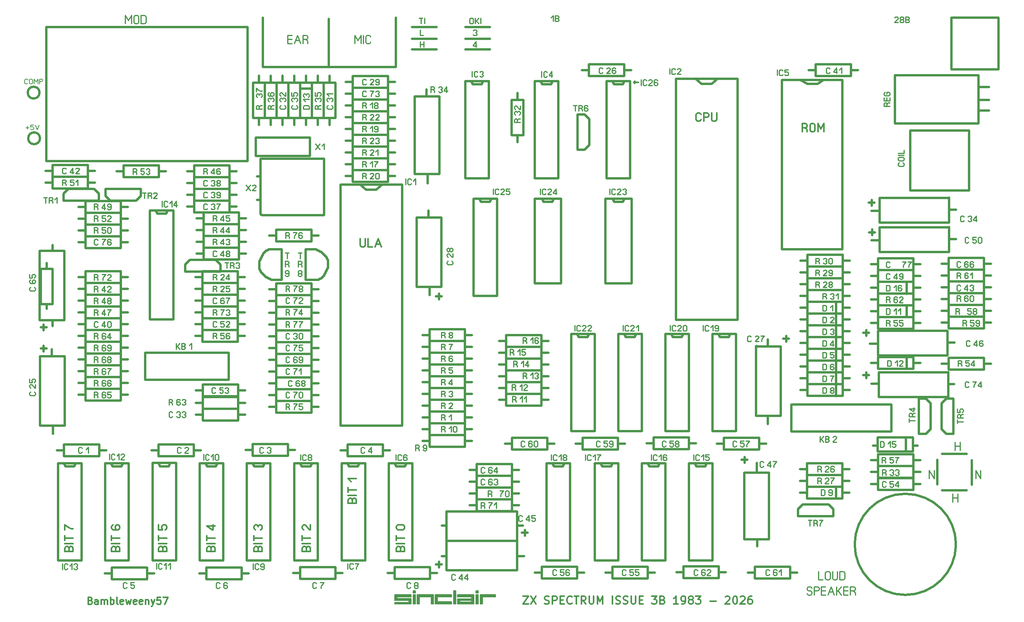
<source format=gbr>
%TF.GenerationSoftware,KiCad,Pcbnew,9.0.5*%
%TF.CreationDate,2026-01-24T19:47:24+00:00*%
%TF.ProjectId,issue3b,69737375-6533-4622-9e6b-696361645f70,3B*%
%TF.SameCoordinates,Original*%
%TF.FileFunction,Legend,Top*%
%TF.FilePolarity,Positive*%
%FSLAX46Y46*%
G04 Gerber Fmt 4.6, Leading zero omitted, Abs format (unit mm)*
G04 Created by KiCad (PCBNEW 9.0.5) date 2026-01-24 19:47:24*
%MOMM*%
%LPD*%
G01*
G04 APERTURE LIST*
%ADD10C,0.222000*%
%ADD11C,0.508000*%
%ADD12C,0.318000*%
%ADD13C,0.191000*%
%ADD14C,0.150000*%
%ADD15C,0.305000*%
%ADD16C,0.300000*%
G04 APERTURE END LIST*
D10*
X61188700Y-104794400D02*
X61002100Y-104872200D01*
X119320400Y-46584000D02*
X119320400Y-46428500D01*
X218385400Y-87963800D02*
X218198700Y-88041600D01*
X217351700Y-125109800D02*
X217351700Y-124954200D01*
X62464400Y-89243300D02*
X62464400Y-89398900D01*
D11*
X62687300Y-146592600D02*
X62941300Y-146592600D01*
D10*
X114483000Y-146992500D02*
X114296300Y-146992500D01*
D11*
X64593200Y-86439900D02*
X66117200Y-86439900D01*
X64593200Y-101680000D02*
X66117200Y-101680000D01*
X82571600Y-107082000D02*
X89937600Y-107082000D01*
D12*
X84190400Y-142201200D02*
X84412600Y-142067800D01*
D10*
X218478700Y-108128200D02*
X218385400Y-108283800D01*
X171832700Y-65824400D02*
X172392700Y-65357800D01*
X60535400Y-70607800D02*
X60535400Y-71152200D01*
X86160100Y-73896900D02*
X86160100Y-74052500D01*
X60535400Y-73692200D02*
X60628700Y-73692200D01*
X116781500Y-61435200D02*
X117248100Y-61435200D01*
X74588800Y-68647000D02*
X74402100Y-68724800D01*
X231589500Y-28897600D02*
X231589500Y-28819800D01*
X190978900Y-95532100D02*
X190792300Y-95454400D01*
X85963700Y-68194700D02*
X85777000Y-68428000D01*
X169565400Y-38729100D02*
X169472100Y-38884700D01*
X126322400Y-150100200D02*
X126415800Y-149944600D01*
X145143400Y-133061500D02*
X145610000Y-132594800D01*
X59645500Y-96241100D02*
X59645500Y-96396600D01*
X149556900Y-109669800D02*
X149743600Y-109747500D01*
D11*
X150226600Y-53282600D02*
X150226600Y-54806600D01*
D10*
X215435100Y-124720800D02*
X215621800Y-124798600D01*
D12*
X93461500Y-142201200D02*
X93683700Y-142067800D01*
D10*
X130155800Y-29151600D02*
X130155800Y-27907100D01*
X61188700Y-103705500D02*
X61002100Y-103627800D01*
X61811000Y-107334400D02*
X61717700Y-107178900D01*
X55513000Y-60398600D02*
X55326400Y-60320800D01*
D12*
X84968100Y-140290000D02*
X83190400Y-140290000D01*
D10*
X61188700Y-109874400D02*
X61002100Y-109952200D01*
X218043700Y-85579400D02*
X218137000Y-85734900D01*
X77718300Y-98817200D02*
X78184900Y-98817200D01*
D11*
X109343200Y-80132600D02*
X109343200Y-81910600D01*
X105550600Y-90348700D02*
X98184300Y-90348700D01*
D10*
X181607500Y-122849900D02*
X181607500Y-122927700D01*
X119164700Y-42359600D02*
X118418100Y-42359600D01*
X247963700Y-86757200D02*
X247870400Y-86601600D01*
X218012100Y-92499400D02*
X217825400Y-92577100D01*
X190751500Y-122227700D02*
X190751500Y-122772100D01*
D11*
X93060900Y-119992600D02*
X93314900Y-119992600D01*
D10*
X179661200Y-41495500D02*
X179661200Y-41884400D01*
X61717700Y-107178900D02*
X61717700Y-106790000D01*
X158790400Y-27399100D02*
X158977100Y-27476900D01*
D11*
X174545000Y-62556000D02*
X169465000Y-62556000D01*
X93773000Y-57704400D02*
X93773000Y-53767400D01*
D10*
X60628700Y-103705500D02*
X60535400Y-103861100D01*
X101976500Y-44111900D02*
X102132000Y-44018600D01*
X61811000Y-88465500D02*
X61997700Y-88387800D01*
D11*
X98184300Y-110668700D02*
X105804600Y-110668700D01*
X147738100Y-109083100D02*
X147738100Y-106543100D01*
X109089200Y-82164600D02*
X109089200Y-82418600D01*
X123731200Y-124070600D02*
X126271200Y-124070600D01*
D12*
X95128100Y-138085600D02*
X95017000Y-138352200D01*
D11*
X170705300Y-147722500D02*
X169181300Y-147722500D01*
D10*
X109285400Y-47584100D02*
X109129800Y-47490800D01*
D13*
X46323700Y-41764900D02*
X46723700Y-41098300D01*
D10*
X85270100Y-96912500D02*
X85270100Y-97223600D01*
X105138700Y-44951900D02*
X104983200Y-45045200D01*
X136182700Y-104121400D02*
X136182700Y-104432400D01*
X94061400Y-147043300D02*
X93874700Y-147043300D01*
D12*
X95128100Y-143134500D02*
X93350400Y-143134500D01*
D10*
X189133600Y-122227700D02*
X189320300Y-122305400D01*
X99592000Y-45294200D02*
X99747600Y-45200900D01*
X77718300Y-98194900D02*
X78184900Y-98194900D01*
X86057000Y-61196900D02*
X86057000Y-61430200D01*
X86160100Y-88981400D02*
X86160100Y-89059200D01*
X145877700Y-66057800D02*
X145691100Y-66057800D01*
X160484200Y-122227700D02*
X160670900Y-122305400D01*
X217732100Y-98512700D02*
X218478700Y-98512700D01*
D11*
X105855200Y-41910800D02*
X108395200Y-41910800D01*
D10*
X188391800Y-148239500D02*
X188298400Y-148084000D01*
D11*
X250864000Y-87402300D02*
X250610000Y-87402300D01*
D12*
X104986600Y-142067800D02*
X105208800Y-142067800D01*
D10*
X249178300Y-90748300D02*
X249271600Y-90903900D01*
X142977800Y-128681500D02*
X142791100Y-128759300D01*
X119600400Y-62446200D02*
X119600400Y-61668500D01*
X104065000Y-106837600D02*
X103878400Y-106837600D01*
X105216500Y-44578600D02*
X105216500Y-44765200D01*
X159735000Y-148317300D02*
X159548400Y-148239500D01*
X184723500Y-119276900D02*
X184910200Y-119354700D01*
D11*
X47341800Y-99284200D02*
X48611800Y-99284200D01*
D10*
X216674700Y-80421600D02*
X216861400Y-80499400D01*
X175187700Y-147772800D02*
X175187700Y-148084000D01*
X60628700Y-104794400D02*
X60535400Y-104638900D01*
X133799500Y-99585800D02*
X133799500Y-98341400D01*
X160484200Y-122849900D02*
X160297500Y-122849900D01*
D11*
X76536300Y-124066600D02*
X76536300Y-145085200D01*
D10*
X185440000Y-39062500D02*
X185346700Y-38906900D01*
D11*
X131288800Y-116708700D02*
X129764800Y-116708700D01*
D10*
X136254400Y-149333300D02*
X136067800Y-149255500D01*
X246411500Y-115113700D02*
X245167100Y-115113700D01*
X103691700Y-106759800D02*
X103598400Y-106604200D01*
D11*
X64593200Y-108030000D02*
X64593200Y-110570000D01*
D10*
X62464400Y-107178900D02*
X62371000Y-107334400D01*
X160637400Y-147772800D02*
X160917400Y-147617300D01*
X101857300Y-101732200D02*
X101857300Y-101810000D01*
X100869700Y-83480700D02*
X100869700Y-83091800D01*
X205522400Y-147150600D02*
X205429000Y-147306200D01*
X104065000Y-106837600D02*
X104251700Y-106915400D01*
X76919000Y-110282600D02*
X76732300Y-110360300D01*
X233051800Y-28897600D02*
X232865100Y-28819800D01*
X87185600Y-108909200D02*
X87092300Y-108753700D01*
X59272100Y-73770000D02*
X59552100Y-73925500D01*
X160297500Y-122849900D02*
X160110900Y-122772100D01*
D12*
X94128100Y-137552200D02*
X94239200Y-137818900D01*
D10*
X59365500Y-108707800D02*
X59552100Y-108785500D01*
X44928800Y-84028900D02*
X45473200Y-84028900D01*
X101976500Y-44765200D02*
X101976500Y-44671900D01*
X61282100Y-107178900D02*
X61188700Y-107334400D01*
X120253700Y-44821800D02*
X120067000Y-44899600D01*
X175187700Y-147072800D02*
X174441000Y-147072800D01*
X88089000Y-91132500D02*
X88089000Y-91288000D01*
X213737200Y-151992400D02*
X213603800Y-151770200D01*
X126602400Y-151111300D02*
X126415800Y-151033500D01*
X175903400Y-148317300D02*
X175716700Y-148239500D01*
X100594000Y-94112200D02*
X100874000Y-94267700D01*
X118884700Y-53815200D02*
X118698100Y-53815200D01*
X86904400Y-149944600D02*
X86811000Y-150100200D01*
D12*
X116273500Y-75633800D02*
X116273500Y-77078200D01*
D11*
X212964900Y-129206800D02*
X220330900Y-129206800D01*
X138909000Y-119248700D02*
X140433000Y-119248700D01*
X163432500Y-96846000D02*
X165337500Y-96846000D01*
D10*
X84523500Y-70579100D02*
X84990100Y-70579100D01*
D11*
X226945200Y-120290000D02*
X227961200Y-120290000D01*
D10*
X249887000Y-93443900D02*
X249887000Y-93832800D01*
X189849200Y-122694400D02*
X190315900Y-122227700D01*
X102043900Y-99503300D02*
X102043900Y-99814400D01*
X61095400Y-68067800D02*
X60535400Y-68845500D01*
X152250800Y-107166100D02*
X152064200Y-107088300D01*
D12*
X124417700Y-138485600D02*
X124195500Y-138352200D01*
D11*
X98137800Y-73640900D02*
X105758100Y-73640900D01*
D10*
X245717400Y-83707200D02*
X245810700Y-83862800D01*
D11*
X171917700Y-121142900D02*
X164297700Y-121142900D01*
D10*
X216954700Y-85268200D02*
X216954700Y-85112700D01*
D11*
X72709300Y-122554600D02*
X72709300Y-120014600D01*
D10*
X161384000Y-148084000D02*
X161290700Y-148239500D01*
X96862400Y-121201300D02*
X96675700Y-121279100D01*
X78288000Y-112949600D02*
X78474600Y-113027300D01*
X246700600Y-83551600D02*
X246700600Y-83629400D01*
X61188700Y-109330000D02*
X61282100Y-109485500D01*
D11*
X64593200Y-87710000D02*
X64339200Y-87710000D01*
D10*
X231914700Y-90670600D02*
X231914700Y-91915000D01*
X246974800Y-93988300D02*
X247068100Y-94143900D01*
X78568000Y-113960700D02*
X78474600Y-114116200D01*
X135974400Y-149100000D02*
X135974400Y-148322200D01*
D11*
X202383600Y-119861000D02*
X203907600Y-119861000D01*
D10*
X191397400Y-147072800D02*
X191210700Y-147150600D01*
D11*
X170705300Y-148992500D02*
X170705300Y-146452500D01*
D12*
X63394100Y-142201200D02*
X63505200Y-142467800D01*
D10*
X60815400Y-71852200D02*
X60628700Y-71774400D01*
D11*
X64325700Y-72522400D02*
X56959500Y-72522400D01*
D10*
X216095500Y-108983800D02*
X216095500Y-107739400D01*
X185003500Y-119665800D02*
X184910200Y-119821400D01*
D11*
X105804600Y-85268700D02*
X105804600Y-87808700D01*
X138909000Y-114168700D02*
X140433000Y-114168700D01*
D10*
X103786200Y-86027100D02*
X103786200Y-86182600D01*
X231914700Y-93677200D02*
X232101400Y-93755000D01*
X77445800Y-120734600D02*
X77539100Y-120890200D01*
D11*
X212814500Y-82906500D02*
X211290500Y-82906500D01*
D10*
X87839000Y-108131400D02*
X87745600Y-108287000D01*
X178478900Y-42428800D02*
X178572300Y-42273200D01*
X206175700Y-147306200D02*
X206082400Y-147150600D01*
X245704800Y-81677200D02*
X245518100Y-81755000D01*
X76919000Y-112949600D02*
X77105700Y-112949600D01*
X217460400Y-130423000D02*
X217367000Y-130267500D01*
X62464400Y-106945500D02*
X62464400Y-107178900D01*
X216301400Y-82417100D02*
X216208100Y-82572700D01*
X140657500Y-33764900D02*
X140657500Y-33920500D01*
X96675700Y-121901300D02*
X96489000Y-121901300D01*
D11*
X85086200Y-80132600D02*
X79498200Y-80132600D01*
D10*
X247222100Y-103141800D02*
X247035400Y-103064000D01*
D12*
X64394100Y-143134500D02*
X62616400Y-143134500D01*
D10*
X204539100Y-148084000D02*
X204445800Y-148239500D01*
X103039600Y-86804800D02*
X103039600Y-86649300D01*
D11*
X144268200Y-32406000D02*
X138934200Y-32406000D01*
D10*
X103039600Y-99114400D02*
X103132900Y-99114400D01*
X234700700Y-27886500D02*
X234700700Y-28042000D01*
X96974300Y-47117500D02*
X96974300Y-47584100D01*
X116781500Y-42126200D02*
X116781500Y-41348500D01*
X134452800Y-99119100D02*
X134546100Y-99274700D01*
X183680300Y-95454400D02*
X183586900Y-95298800D01*
X190844900Y-123394400D02*
X190751500Y-123238800D01*
X59645500Y-73536600D02*
X59552100Y-73692200D01*
X173893600Y-95532100D02*
X173706900Y-95532100D01*
D11*
X103600600Y-146564000D02*
X110966600Y-146564000D01*
D10*
X45628800Y-83282200D02*
X45939900Y-83282200D01*
X230558100Y-88363900D02*
X230558100Y-88519400D01*
X249607000Y-93910600D02*
X249420400Y-93910600D01*
X215621800Y-124798600D02*
X215715100Y-124954200D01*
D11*
X228054500Y-92558500D02*
X228054500Y-90018500D01*
D10*
X69312800Y-65654800D02*
X70059500Y-65654800D01*
X218198700Y-96283800D02*
X218012100Y-96283800D01*
X232697700Y-102908400D02*
X233257700Y-102441800D01*
X61717700Y-84552200D02*
X61717700Y-84474400D01*
X107134300Y-47117500D02*
X107134300Y-47584100D01*
X103786200Y-99581000D02*
X103692900Y-99736600D01*
X61997700Y-104327800D02*
X61904400Y-104561100D01*
X141077800Y-28762700D02*
X141824400Y-27907100D01*
X160637400Y-147695000D02*
X160637400Y-147772800D01*
X120067000Y-46584000D02*
X119973700Y-46739600D01*
D11*
X64593200Y-90250000D02*
X64339200Y-90250000D01*
D10*
X109052000Y-45480900D02*
X109129800Y-45294200D01*
D11*
X207565000Y-97176000D02*
X208835000Y-97176000D01*
D10*
X120347000Y-61668500D02*
X120347000Y-62446200D01*
D12*
X105208800Y-142067800D02*
X105431000Y-142201200D01*
D10*
X142513400Y-39413300D02*
X142700100Y-39491100D01*
X217137500Y-39895800D02*
X216950800Y-39818000D01*
D11*
X161591000Y-145106000D02*
X156511000Y-145106000D01*
X56973000Y-90250000D02*
X64593200Y-90250000D01*
D10*
X126789100Y-151111300D02*
X126602400Y-151111300D01*
X85910000Y-108287000D02*
X86003300Y-108287000D01*
X157935700Y-65591100D02*
X157935700Y-65746700D01*
X151161900Y-107088300D02*
X151161900Y-108332800D01*
D11*
X89878800Y-92812500D02*
X89624800Y-92812500D01*
D10*
X87435700Y-86363600D02*
X87622400Y-86285800D01*
X249271600Y-91681600D02*
X249178300Y-91837200D01*
X78522400Y-120734600D02*
X78429000Y-120890200D01*
D13*
X47657000Y-41164900D02*
X47737000Y-41298300D01*
D10*
X104049800Y-46930800D02*
X104205400Y-46837500D01*
X85403700Y-60496900D02*
X85310400Y-60652500D01*
D11*
X243243700Y-88672300D02*
X241719700Y-88672300D01*
D10*
X59645500Y-83696600D02*
X59552100Y-83852200D01*
X245144800Y-80588300D02*
X245331500Y-80510600D01*
X87995700Y-76359200D02*
X88089000Y-76514700D01*
X201596000Y-96649100D02*
X201502700Y-96804600D01*
X218478700Y-88274900D02*
X218478700Y-88430400D01*
X64920500Y-122075300D02*
X64733900Y-122153000D01*
X183821200Y-119276900D02*
X183074600Y-119276900D01*
X100314000Y-104816600D02*
X100220700Y-104661000D01*
X102676500Y-44298600D02*
X102676500Y-44485200D01*
X102917000Y-82858400D02*
X102917000Y-82702900D01*
X142977800Y-133372600D02*
X143071100Y-133528200D01*
X136182700Y-96656900D02*
X136182700Y-96812400D01*
X186231500Y-95532100D02*
X186044900Y-95454400D01*
X90174700Y-81750200D02*
X90081400Y-81905800D01*
X102323900Y-101110000D02*
X102137300Y-101110000D01*
X183791100Y-38829100D02*
X183977700Y-38829100D01*
X247543400Y-70733100D02*
X247730100Y-70655400D01*
D11*
X71456300Y-145085200D02*
X71456300Y-124066600D01*
D10*
X61717700Y-73381100D02*
X61811000Y-73225500D01*
X59272100Y-109330000D02*
X59552100Y-109485500D01*
X88089000Y-76048000D02*
X87995700Y-76203600D01*
X230278100Y-85641400D02*
X230464800Y-85719100D01*
X103132900Y-109896600D02*
X103039600Y-109741000D01*
D11*
X56973000Y-90250000D02*
X56973000Y-87710000D01*
D10*
X107756500Y-44298600D02*
X107756500Y-44485200D01*
D11*
X105758100Y-73640900D02*
X105758100Y-76180900D01*
D10*
X130314700Y-120860000D02*
X130128100Y-120860000D01*
X100058700Y-45854200D02*
X99903200Y-45947500D01*
D11*
X56973000Y-99140000D02*
X55449000Y-99140000D01*
X64593200Y-99140000D02*
X66117200Y-99140000D01*
D10*
X184240300Y-95454400D02*
X184053600Y-95532100D01*
X100220700Y-104661000D02*
X100220700Y-103883300D01*
X61997700Y-99792200D02*
X62184400Y-99792200D01*
X105106600Y-123394400D02*
X105013200Y-123238800D01*
X57093000Y-121123500D02*
X57559700Y-120656800D01*
X134546100Y-117054700D02*
X134546100Y-117365800D01*
D11*
X241778800Y-111171400D02*
X241778800Y-116759400D01*
D10*
X248150400Y-81055000D02*
X248337000Y-81055000D01*
D11*
X243887000Y-39010000D02*
X243887000Y-27834000D01*
D10*
X87435700Y-75736900D02*
X87622400Y-75659200D01*
X100967300Y-97041000D02*
X100874000Y-97196600D01*
X136126700Y-78276100D02*
X135971200Y-78369400D01*
X118511400Y-57366200D02*
X119071400Y-56899600D01*
X189045100Y-148084000D02*
X188951800Y-148239500D01*
X149235600Y-99587500D02*
X149328900Y-99743100D01*
X82491500Y-69050200D02*
X82491500Y-68272500D01*
X120067000Y-53815200D02*
X120253700Y-53892900D01*
X179661200Y-42273200D02*
X179661200Y-41884400D01*
X231512300Y-119847600D02*
X231699000Y-119925400D01*
X100967300Y-86182600D02*
X100874000Y-86338200D01*
X234914200Y-80950200D02*
X234727600Y-81261400D01*
X45473200Y-83375600D02*
X45628800Y-83282200D01*
D11*
X73043800Y-124765200D02*
X74948800Y-124765200D01*
D10*
X59178800Y-76932200D02*
X58992100Y-76854400D01*
X133268700Y-42818600D02*
X133455400Y-42740800D01*
X124871600Y-123472100D02*
X124684900Y-123472100D01*
X62184400Y-68767800D02*
X61997700Y-68767800D01*
X86626700Y-96445800D02*
X86813400Y-96523600D01*
D11*
X220180800Y-104496600D02*
X212814500Y-104496600D01*
D12*
X105542100Y-142467800D02*
X105542100Y-143134500D01*
D10*
X101857300Y-88333800D02*
X102603900Y-88333800D01*
X61002100Y-101632200D02*
X61188700Y-101710000D01*
X59645500Y-101476600D02*
X59552100Y-101632200D01*
X181438000Y-120288000D02*
X181438000Y-119510200D01*
X100058700Y-47490800D02*
X99903200Y-47584100D01*
X109907600Y-45200900D02*
X110063200Y-45200900D01*
X188951800Y-147150600D02*
X189045100Y-147306200D01*
X218198700Y-105588200D02*
X218012100Y-105899400D01*
X101665400Y-47584100D02*
X101509800Y-47490800D01*
X110296500Y-47117500D02*
X110296500Y-47304100D01*
X188946900Y-123472100D02*
X188760300Y-123394400D01*
X119600400Y-41581800D02*
X119600400Y-41348500D01*
X104251700Y-107382000D02*
X104065000Y-107459800D01*
X106745400Y-45947500D02*
X106589800Y-45854200D01*
X153341200Y-120054700D02*
X153341200Y-120288000D01*
X52489300Y-146991000D02*
X52395900Y-146835400D01*
X118086800Y-33422000D02*
X117820200Y-33422000D01*
X102323900Y-102354400D02*
X102137300Y-102354400D01*
D11*
X138909000Y-117978700D02*
X138909000Y-120518700D01*
D10*
X94870400Y-146421100D02*
X94777000Y-146265600D01*
D11*
X114663800Y-44287100D02*
X113139800Y-44287100D01*
D13*
X45244400Y-52004300D02*
X45164400Y-51870900D01*
D10*
X164848600Y-94365400D02*
X164661900Y-94287700D01*
D11*
X59951100Y-122566800D02*
X52331100Y-122566800D01*
D10*
X205994700Y-123860400D02*
X205808000Y-124093700D01*
X84058200Y-122669000D02*
X84524900Y-122202300D01*
X62371000Y-68145500D02*
X62464400Y-68301100D01*
X67918400Y-61022900D02*
X67731800Y-61100700D01*
X142793400Y-40268900D02*
X142793400Y-40424400D01*
X53677400Y-61254100D02*
X54424100Y-61254100D01*
D11*
X147992100Y-101463100D02*
X155358300Y-101463100D01*
X204491600Y-140559200D02*
X199157600Y-140559200D01*
D12*
X63505200Y-143134500D02*
X63505200Y-142467800D01*
D10*
X70737300Y-61645200D02*
X70550600Y-61722900D01*
X245678800Y-102519600D02*
X245958800Y-102675100D01*
X67731800Y-61100700D02*
X67265100Y-61100700D01*
X249068600Y-75822600D02*
X249161900Y-75978200D01*
X120253700Y-44199600D02*
X120067000Y-44277400D01*
X70084000Y-60711800D02*
X70177300Y-60556300D01*
X145796700Y-128059300D02*
X145610000Y-128137000D01*
X61717700Y-87092200D02*
X61717700Y-87014400D01*
X218385400Y-92577100D02*
X218198700Y-92499400D01*
X61188700Y-83463300D02*
X61002100Y-83696600D01*
X191352300Y-94365400D02*
X191445600Y-94521000D01*
D11*
X250864000Y-89942300D02*
X250610000Y-89942300D01*
X249729000Y-45614000D02*
X249729000Y-47900000D01*
D10*
X62184400Y-73147800D02*
X62371000Y-73225500D01*
D11*
X56959500Y-73792400D02*
X55435500Y-73792400D01*
D10*
X184257700Y-39840200D02*
X184164400Y-39995800D01*
X152594600Y-119899200D02*
X152594600Y-119976900D01*
X245772100Y-101897400D02*
X245958800Y-101975100D01*
X202965000Y-97271300D02*
X202871600Y-97504600D01*
X134960000Y-79085100D02*
X134960000Y-79271700D01*
X86656700Y-108753700D02*
X86563300Y-108909200D01*
X60535400Y-109718900D02*
X60535400Y-109330000D01*
X95057000Y-147043300D02*
X95243700Y-147043300D01*
D11*
X249729000Y-42820000D02*
X252015000Y-42820000D01*
D12*
X84412600Y-142067800D02*
X84634800Y-142067800D01*
D10*
X171401000Y-39662400D02*
X171307700Y-39818000D01*
X218534000Y-124954200D02*
X218440700Y-124798600D01*
X99125400Y-45200900D02*
X99280900Y-45200900D01*
D11*
X250610000Y-84862300D02*
X243243700Y-84862300D01*
D10*
X55606400Y-61565200D02*
X54859700Y-61565200D01*
X190698900Y-95298800D02*
X190698900Y-94521000D01*
X217309600Y-118338700D02*
X217402900Y-118494200D01*
X184350200Y-119354700D02*
X184536900Y-119276900D01*
X82875900Y-123213400D02*
X82875900Y-122435600D01*
X142604400Y-127514800D02*
X142791100Y-127514800D01*
D11*
X235581200Y-121560000D02*
X227961200Y-121560000D01*
D10*
X61188700Y-102254400D02*
X61002100Y-102332200D01*
X183791100Y-40073600D02*
X183604400Y-39995800D01*
X86003300Y-108287000D02*
X86190000Y-108209200D01*
X247450100Y-70888700D02*
X247543400Y-70733100D01*
X157818400Y-147306200D02*
X157911800Y-147150600D01*
D11*
X119775000Y-64984000D02*
X117555000Y-64984000D01*
D10*
X218946200Y-118338700D02*
X218759500Y-118260900D01*
X86626700Y-85819200D02*
X86440100Y-85819200D01*
X72330700Y-66199200D02*
X72424100Y-66043600D01*
X67265100Y-61722900D02*
X67265100Y-60478500D01*
X160201700Y-147072800D02*
X159455000Y-147072800D01*
D11*
X114663800Y-46827100D02*
X113139800Y-46827100D01*
D10*
X61282100Y-106401100D02*
X61188700Y-106245500D01*
D11*
X89878800Y-77572500D02*
X82512500Y-77572500D01*
D10*
X119600400Y-52519600D02*
X119787000Y-52519600D01*
X216842100Y-90970400D02*
X216748800Y-91126000D01*
X215224800Y-83117100D02*
X215318100Y-83272700D01*
D11*
X82258500Y-92812500D02*
X82258500Y-90272500D01*
D10*
X164612100Y-47790400D02*
X164612100Y-47401600D01*
D11*
X89937600Y-111044400D02*
X91461600Y-111044400D01*
D10*
X59552100Y-91472200D02*
X59365500Y-91550000D01*
D11*
X231695000Y-50694000D02*
X231695000Y-40280000D01*
D10*
X136089400Y-102048000D02*
X135902700Y-102125800D01*
X133175400Y-42974100D02*
X133268700Y-42818600D01*
D11*
X56959500Y-72522400D02*
X56959500Y-69982400D01*
D10*
X103098600Y-74338300D02*
X103005300Y-74493800D01*
X193063500Y-95532100D02*
X193250200Y-95532100D01*
X134546100Y-98574700D02*
X134546100Y-98730200D01*
X205895700Y-148317300D02*
X205709000Y-148317300D01*
D11*
X138909000Y-97658600D02*
X131288800Y-97658600D01*
D10*
X155571100Y-65046700D02*
X155664400Y-64891100D01*
X130501400Y-121326600D02*
X130594700Y-121171000D01*
X203885800Y-147150600D02*
X204072400Y-147072800D01*
X103506200Y-101110000D02*
X103692900Y-101187700D01*
X68467900Y-28770700D02*
X68334600Y-28992900D01*
X180407900Y-41495500D02*
X180314600Y-41339900D01*
D12*
X113670400Y-132720500D02*
X113670400Y-132053800D01*
D10*
X117528100Y-52208500D02*
X117528100Y-52519600D01*
X82958100Y-66743600D02*
X82771500Y-66743600D01*
X247354000Y-83551600D02*
X247447300Y-83707200D01*
X158098400Y-147072800D02*
X158285100Y-147072800D01*
X144241000Y-125519300D02*
X144427700Y-125519300D01*
X52134100Y-61487400D02*
X52040800Y-61331900D01*
D11*
X238349800Y-117775400D02*
X239365800Y-116759400D01*
D10*
X62835900Y-122075300D02*
X63022600Y-122075300D01*
X151105800Y-135466600D02*
X151199100Y-135622200D01*
X67491700Y-150878000D02*
X67398400Y-151033500D01*
X119071400Y-41659600D02*
X119164700Y-41504000D01*
X86626700Y-88359200D02*
X86440100Y-88359200D01*
X234420700Y-28897600D02*
X233954100Y-28897600D01*
X83144800Y-65576900D02*
X83238100Y-65732500D01*
X62184400Y-74392200D02*
X61997700Y-74392200D01*
X245944800Y-113651400D02*
X246100400Y-113558100D01*
X59365500Y-76932200D02*
X59178800Y-76932200D01*
X172486000Y-65046700D02*
X172392700Y-64891100D01*
X202802400Y-124949300D02*
X202615800Y-124871500D01*
X106589800Y-45854200D02*
X106512000Y-45667500D01*
X181700900Y-123394400D02*
X181607500Y-123238800D01*
X217825400Y-107817100D02*
X218012100Y-107739400D01*
X61282100Y-71618900D02*
X61188700Y-71774400D01*
X229811500Y-93210600D02*
X230278100Y-93210600D01*
X85176800Y-73663600D02*
X84990100Y-73741400D01*
X134266100Y-116743600D02*
X133799500Y-116743600D01*
D11*
X111995000Y-63902000D02*
X111995000Y-115972000D01*
D10*
X246052100Y-102830700D02*
X246052100Y-103141800D01*
X185440000Y-40073600D02*
X184693400Y-40073600D01*
X153012900Y-97436400D02*
X153479500Y-96969800D01*
X136089400Y-96345800D02*
X135902700Y-96423600D01*
X118613000Y-121901300D02*
X118613000Y-120656800D01*
X204072400Y-148317300D02*
X203885800Y-148239500D01*
X231728100Y-88130600D02*
X231541400Y-88208300D01*
D12*
X124195500Y-142201200D02*
X124417700Y-142067800D01*
D10*
X247167300Y-82929400D02*
X246980600Y-82929400D01*
X216208100Y-86046000D02*
X216301400Y-85890400D01*
D11*
X188675000Y-41042000D02*
X193435000Y-41042000D01*
D10*
X231723000Y-122812400D02*
X232469700Y-122812400D01*
D11*
X114917800Y-40477000D02*
X122284000Y-40477000D01*
D10*
X217787400Y-125420800D02*
X218067400Y-125265300D01*
X249178300Y-91837200D02*
X248991600Y-91915000D01*
X180407900Y-42273200D02*
X180314600Y-42428800D01*
D11*
X220330900Y-129206800D02*
X220330900Y-131746700D01*
D10*
X77105700Y-114194000D02*
X76919000Y-114194000D01*
X154568500Y-97047500D02*
X154381800Y-96969800D01*
D11*
X72726300Y-124066600D02*
X73043800Y-124765200D01*
D10*
X170779500Y-119899200D02*
X170779500Y-119821400D01*
X102882700Y-107459800D02*
X102696100Y-107459800D01*
X54237400Y-61565200D02*
X54237400Y-60320800D01*
X216301400Y-79877100D02*
X216488100Y-79799400D01*
X133799500Y-100881400D02*
X134266100Y-100881400D01*
X53957400Y-64105200D02*
X53770700Y-64027400D01*
X55923100Y-120656800D02*
X56109800Y-120734600D01*
X154568500Y-105289800D02*
X154661800Y-105445300D01*
X77539100Y-121668000D02*
X77445800Y-121823500D01*
D11*
X172957500Y-42236000D02*
X173275000Y-41537500D01*
D10*
X249793700Y-93288300D02*
X249887000Y-93443900D01*
D11*
X56973000Y-108030000D02*
X64593200Y-108030000D01*
D10*
X94200900Y-44292300D02*
X94356500Y-44385600D01*
X134546100Y-116510200D02*
X134452800Y-116665800D01*
X215224800Y-80343800D02*
X215038100Y-80421600D01*
X110218700Y-45294200D02*
X110296500Y-45480900D01*
D11*
X116285000Y-63902000D02*
X111995000Y-63902000D01*
D10*
X100967300Y-111503300D02*
X100967300Y-111658800D01*
D11*
X57544600Y-59665500D02*
X57544600Y-62205500D01*
D10*
X163292900Y-94287700D02*
X163479600Y-94287700D01*
D11*
X114917800Y-55717100D02*
X122284000Y-55717100D01*
D10*
X184723500Y-120521400D02*
X184536900Y-120521400D01*
D12*
X124084400Y-140823400D02*
X124084400Y-139756700D01*
D10*
X70737300Y-61022900D02*
X70550600Y-61100700D01*
X84874700Y-68894700D02*
X84874700Y-69050200D01*
X120067000Y-55059600D02*
X119880400Y-55059600D01*
X117434800Y-43732900D02*
X117528100Y-43888500D01*
X104251700Y-106915400D02*
X104345000Y-107070900D01*
X232350400Y-86652400D02*
X232350400Y-86263600D01*
X218478700Y-92888200D02*
X218478700Y-92732700D01*
X82491500Y-65732500D02*
X82584800Y-65576900D01*
X95243700Y-147043300D02*
X95430400Y-146965600D01*
D11*
X89937600Y-113635200D02*
X91461600Y-113635200D01*
X239365800Y-111171400D02*
X238349800Y-110155400D01*
D10*
X134452800Y-111585800D02*
X134266100Y-111663600D01*
X192783500Y-94754400D02*
X192783500Y-94521000D01*
X215474000Y-119116500D02*
X216220600Y-118260900D01*
D12*
X94794800Y-142067800D02*
X95017000Y-142201200D01*
D10*
X165358700Y-47012700D02*
X165265400Y-46857100D01*
X153915200Y-97669800D02*
X154195200Y-97514200D01*
X61095400Y-93467800D02*
X60535400Y-94245500D01*
X87622400Y-93439200D02*
X87435700Y-93516900D01*
D11*
X88100800Y-64872500D02*
X87846800Y-64872500D01*
D10*
X248704700Y-93210600D02*
X247958100Y-93210600D01*
X218562800Y-149246000D02*
X218829500Y-149246000D01*
D11*
X133905000Y-137562000D02*
X134921000Y-137562000D01*
D10*
X143071100Y-125986000D02*
X142977800Y-126141500D01*
D11*
X171917700Y-118603000D02*
X171917700Y-121142900D01*
D10*
X180127900Y-41806600D02*
X180314600Y-41884400D01*
X215224800Y-84957100D02*
X215318100Y-85112700D01*
X246688100Y-80743900D02*
X246688100Y-81132800D01*
X218137000Y-80032700D02*
X218137000Y-80810400D01*
X246700600Y-83162800D02*
X246700600Y-83551600D01*
X54424100Y-63560800D02*
X54424100Y-63871900D01*
D11*
X235611600Y-124742800D02*
X235611600Y-127282800D01*
D10*
X217732100Y-108594900D02*
X217825400Y-108439400D01*
X217309600Y-118805400D02*
X217122900Y-118883200D01*
X90174700Y-81594700D02*
X90174700Y-81750200D01*
X247916700Y-71277600D02*
X248103400Y-71355400D01*
X62371000Y-106790000D02*
X62464400Y-106945500D01*
D11*
X197725000Y-93112000D02*
X197725000Y-41042000D01*
D10*
X135902700Y-109745800D02*
X135716100Y-109745800D01*
X145610000Y-128137000D02*
X145796700Y-128214800D01*
X58898800Y-102332200D02*
X58898800Y-101087800D01*
X84926700Y-108909200D02*
X84740100Y-108987000D01*
X134546100Y-108734700D02*
X134546100Y-108890200D01*
D12*
X93350400Y-143134500D02*
X93350400Y-142467800D01*
D10*
X149328900Y-99898600D02*
X149235600Y-100054200D01*
D11*
X89878800Y-95352500D02*
X89878800Y-97892500D01*
D10*
X135902700Y-100881400D02*
X135716100Y-100881400D01*
X130314700Y-121404400D02*
X130501400Y-121326600D01*
X167680600Y-120521400D02*
X167494000Y-120521400D01*
X246968100Y-81755000D02*
X246781400Y-81677200D01*
D12*
X64283000Y-137552200D02*
X64394100Y-137818900D01*
D10*
X189935000Y-148084000D02*
X189935000Y-147695000D01*
X136126700Y-81095000D02*
X135971200Y-81188300D01*
D11*
X114663800Y-50637100D02*
X114917800Y-50637100D01*
D14*
X128195000Y-154532000D02*
X127687000Y-154532000D01*
X127687000Y-152500000D01*
X128195000Y-152500000D01*
X128195000Y-154532000D01*
G36*
X128195000Y-154532000D02*
G01*
X127687000Y-154532000D01*
X127687000Y-152500000D01*
X128195000Y-152500000D01*
X128195000Y-154532000D01*
G37*
D10*
X246980600Y-84173900D02*
X246794000Y-84096100D01*
X248525000Y-91681600D02*
X248525000Y-91526100D01*
X103285300Y-74260500D02*
X103098600Y-74338300D01*
X60535400Y-101321100D02*
X60535400Y-101710000D01*
X217258400Y-124798600D02*
X217071700Y-124720800D01*
X102287600Y-45200900D02*
X102443200Y-45200900D01*
X46095400Y-83935600D02*
X45939900Y-84028900D01*
X232037400Y-125482800D02*
X232224000Y-125482800D01*
X86057000Y-63348000D02*
X85963700Y-63503600D01*
D11*
X56959500Y-67442400D02*
X64579700Y-67442400D01*
D10*
X62184400Y-101087800D02*
X62371000Y-101165500D01*
X233518400Y-28508700D02*
X233518400Y-28664200D01*
X109052000Y-47304100D02*
X109052000Y-47117500D01*
X87435700Y-93516900D02*
X87342400Y-93672500D01*
X59272100Y-99170000D02*
X59552100Y-99325500D01*
X87557700Y-150878000D02*
X87464400Y-151033500D01*
X160201700Y-147772800D02*
X160201700Y-148084000D01*
D11*
X165680400Y-55367600D02*
X165680400Y-49779600D01*
X96914300Y-124106200D02*
X96914300Y-145124600D01*
X91944200Y-29866000D02*
X48510200Y-29866000D01*
D10*
X100314000Y-101187700D02*
X100500700Y-101110000D01*
D11*
X96516200Y-77897400D02*
X99310200Y-77897400D01*
D10*
X119693700Y-48812900D02*
X119600400Y-48968500D01*
D14*
X136919400Y-151664600D02*
X136907200Y-154532000D01*
X136399200Y-154532000D01*
X136403000Y-151663800D01*
X136919400Y-151664600D01*
G36*
X136919400Y-151664600D02*
G01*
X136907200Y-154532000D01*
X136399200Y-154532000D01*
X136403000Y-151663800D01*
X136919400Y-151664600D01*
G37*
D11*
X64593200Y-106760000D02*
X66117200Y-106760000D01*
D10*
X216748800Y-92577100D02*
X216842100Y-92732700D01*
X119164700Y-56744000D02*
X119164700Y-56588500D01*
X247434700Y-81288300D02*
X247434700Y-81521600D01*
D11*
X57290600Y-64745500D02*
X49924300Y-64745500D01*
D10*
X86160100Y-84445800D02*
X86253400Y-84290200D01*
X218254000Y-125965300D02*
X218067400Y-125965300D01*
X154661800Y-105600800D02*
X154568500Y-105756400D01*
X247870400Y-81210600D02*
X248150400Y-81055000D01*
X46173200Y-83562200D02*
X46173200Y-83748900D01*
X114669700Y-145825800D02*
X114763000Y-145981400D01*
X84594700Y-68661400D02*
X84781400Y-68739100D01*
X134357700Y-43518600D02*
X134357700Y-43674100D01*
D12*
X62727500Y-138352200D02*
X62949700Y-138485600D01*
D10*
X144241000Y-126219300D02*
X144054400Y-126141500D01*
D11*
X64593200Y-82629900D02*
X64593200Y-85169900D01*
D10*
X184053600Y-95532100D02*
X183866900Y-95532100D01*
X217825400Y-92577100D02*
X217732100Y-92732700D01*
X102323900Y-109118800D02*
X102137300Y-109430000D01*
D11*
X184385000Y-41042000D02*
X184385000Y-93112000D01*
D10*
X87342400Y-85819200D02*
X87342400Y-86363600D01*
X249140400Y-94221600D02*
X249233700Y-94377200D01*
D11*
X80480500Y-68682500D02*
X78956500Y-68682500D01*
D10*
X86160100Y-74052500D02*
X86906700Y-74052500D01*
D11*
X103315200Y-41910800D02*
X105855200Y-41910800D01*
D10*
X70495100Y-65654800D02*
X70961800Y-65654800D01*
D12*
X105431000Y-142201200D02*
X105542100Y-142467800D01*
X116406800Y-77300500D02*
X116673500Y-77411600D01*
D10*
X116696400Y-121901300D02*
X116509800Y-121823500D01*
X93751000Y-64364000D02*
X93751000Y-64208500D01*
X215292800Y-151325800D02*
X215159400Y-151548000D01*
X55549800Y-121823500D02*
X55456400Y-121668000D01*
X103663700Y-81370900D02*
X103663700Y-81682000D01*
X232630400Y-84112400D02*
X232723700Y-84268000D01*
X84366700Y-107820300D02*
X84553400Y-107742600D01*
X190028400Y-147150600D02*
X189935000Y-147306200D01*
X233518200Y-59838300D02*
X233362600Y-59931600D01*
X168115500Y-38651300D02*
X168302100Y-38651300D01*
X103786200Y-108963300D02*
X103786200Y-109741000D01*
X229031800Y-128100600D02*
X229218400Y-128022800D01*
X61717700Y-108707800D02*
X61717700Y-109252200D01*
X59272100Y-86470000D02*
X59552100Y-86625500D01*
D11*
X163115000Y-96147500D02*
X165655000Y-96147500D01*
D10*
X229381300Y-44613100D02*
X229303500Y-44426400D01*
X61717700Y-96941100D02*
X62464400Y-96941100D01*
D11*
X103315200Y-49531000D02*
X103315200Y-41910800D01*
X210790800Y-135530000D02*
X218410800Y-135530000D01*
X80480500Y-62332500D02*
X88100800Y-62332500D01*
D10*
X218478700Y-100119400D02*
X217732100Y-100119400D01*
X189320300Y-123394400D02*
X189133600Y-123472100D01*
X234447600Y-80561400D02*
X235194200Y-80561400D01*
X84781400Y-68583600D02*
X84594700Y-68661400D01*
D11*
X82512500Y-77572500D02*
X82512500Y-75032500D01*
D10*
X66838400Y-151033500D02*
X66745000Y-150878000D01*
X134960000Y-77902800D02*
X135037800Y-77716100D01*
X203792400Y-147306200D02*
X203885800Y-147150600D01*
X144241000Y-128759300D02*
X144054400Y-128681500D01*
D12*
X93683700Y-137418900D02*
X93905900Y-137418900D01*
D10*
X101059500Y-106215400D02*
X101246100Y-106215400D01*
X230314600Y-44706400D02*
X229536800Y-44706400D01*
D11*
X138909000Y-107818600D02*
X138909000Y-110358700D01*
D10*
X82584800Y-66665800D02*
X82491500Y-66510200D01*
X231228400Y-125560600D02*
X231321700Y-125716200D01*
X134452800Y-103965800D02*
X134266100Y-104043600D01*
D11*
X212814500Y-86716500D02*
X212814500Y-84176500D01*
X108395200Y-41910800D02*
X110935200Y-41910800D01*
X243243700Y-89942300D02*
X243243700Y-87402300D01*
D10*
X78474600Y-114116200D02*
X78288000Y-114194000D01*
X117434800Y-44821800D02*
X117248100Y-44899600D01*
X135529400Y-100959100D02*
X135436100Y-101114700D01*
X87902400Y-83279200D02*
X87342400Y-84056900D01*
X60628700Y-99714400D02*
X60535400Y-99558900D01*
D11*
X187180800Y-119810400D02*
X188704800Y-119810400D01*
D10*
X100220700Y-90873800D02*
X100687300Y-90873800D01*
X84803500Y-94683600D02*
X84616800Y-94605800D01*
X222670600Y-150770200D02*
X222937200Y-150881400D01*
X205341400Y-123704800D02*
X206088000Y-123704800D01*
X63209300Y-122153000D02*
X63302600Y-122308600D01*
X103752000Y-75038300D02*
X103752000Y-75271600D01*
X216095500Y-91203800D02*
X216095500Y-89959400D01*
D13*
X44457100Y-42098300D02*
X44297100Y-42164900D01*
D10*
X248695300Y-75744800D02*
X248881900Y-75744800D01*
X86057000Y-68039100D02*
X85963700Y-68194700D01*
X217460400Y-129878600D02*
X217647000Y-129800800D01*
D11*
X159625000Y-85238000D02*
X159625000Y-66950000D01*
X227961200Y-118512000D02*
X234057200Y-118512000D01*
X89937600Y-108352000D02*
X91461600Y-108352000D01*
X212814500Y-81636500D02*
X220434800Y-81636500D01*
X96770200Y-84247400D02*
X96516200Y-84247400D01*
D10*
X102510600Y-96574400D02*
X102323900Y-96652200D01*
X87342400Y-96212500D02*
X87342400Y-96601400D01*
D11*
X243170400Y-104428000D02*
X243181000Y-104417500D01*
D10*
X146157700Y-65824400D02*
X146064400Y-65980000D01*
X59645500Y-83541100D02*
X59645500Y-83696600D01*
X134266100Y-106583600D02*
X133799500Y-106583600D01*
X59552100Y-109252200D02*
X59365500Y-109330000D01*
X102603900Y-93490000D02*
X102510600Y-93645500D01*
X183167900Y-119821400D02*
X183354600Y-119743600D01*
X86626700Y-89603600D02*
X86440100Y-89603600D01*
X149928500Y-46888800D02*
X149772900Y-46888800D01*
D11*
X243243700Y-83592300D02*
X241719700Y-83592300D01*
D10*
X233377000Y-83334700D02*
X233377000Y-83723600D01*
X232723700Y-89141600D02*
X233283700Y-88675000D01*
D13*
X46723700Y-41098300D02*
X46723700Y-42164900D01*
D10*
X158026300Y-122305400D02*
X158212900Y-122227700D01*
D11*
X114663800Y-55717100D02*
X114917800Y-55717100D01*
D10*
X145423400Y-127514800D02*
X145610000Y-127514800D01*
X248805000Y-91292800D02*
X248618300Y-91215000D01*
X144707700Y-127748200D02*
X144614400Y-127592600D01*
D12*
X93461500Y-137552200D02*
X93683700Y-137418900D01*
D10*
X58898800Y-94478900D02*
X58898800Y-93701100D01*
X140642100Y-28918200D02*
X140548800Y-29073800D01*
X128864800Y-120704400D02*
X128678100Y-120782200D01*
X231045700Y-119925400D02*
X231139000Y-119925400D01*
X61095400Y-90927800D02*
X60535400Y-91705500D01*
X93751000Y-65219600D02*
X93004400Y-65219600D01*
X230668400Y-125560600D02*
X230855000Y-125482800D01*
X158399600Y-123472100D02*
X158212900Y-123472100D01*
X188760300Y-123394400D02*
X188666900Y-123238800D01*
X84781400Y-63503600D02*
X84594700Y-63581400D01*
X85176800Y-93516900D02*
X85270100Y-93672500D01*
X131912100Y-43363000D02*
X132192100Y-43518600D01*
X61282100Y-83307800D02*
X61188700Y-83463300D01*
X62371000Y-70685500D02*
X62184400Y-70607800D01*
X99747600Y-45200900D02*
X99903200Y-45200900D01*
X150919100Y-136633300D02*
X150732400Y-136633300D01*
X167835500Y-39662400D02*
X167835500Y-38884700D01*
X153776900Y-119510200D02*
X153870200Y-119354700D01*
D11*
X64579700Y-73792400D02*
X66103700Y-73792400D01*
D10*
X248991600Y-90670600D02*
X249178300Y-90748300D01*
X116781500Y-44666200D02*
X116781500Y-43888500D01*
D11*
X122284000Y-60797200D02*
X122284000Y-63337200D01*
D10*
X158212900Y-122227700D02*
X158399600Y-122227700D01*
X83144800Y-64125800D02*
X82958100Y-64203600D01*
X55227200Y-146679800D02*
X55227200Y-146835400D01*
D12*
X63838600Y-142067800D02*
X64060800Y-142067800D01*
D10*
X95225800Y-121823500D02*
X95039100Y-121901300D01*
D11*
X138934200Y-29866000D02*
X144268200Y-29866000D01*
D10*
X157406700Y-64891100D02*
X157220000Y-64813400D01*
X245544100Y-90903900D02*
X245544100Y-91059400D01*
D13*
X45564400Y-51404300D02*
X45724400Y-51470900D01*
D11*
X90659000Y-146673900D02*
X90659000Y-149213900D01*
D10*
X232443700Y-85719100D02*
X232350400Y-85874700D01*
X218946200Y-118805400D02*
X219039500Y-118649800D01*
X140362100Y-27907100D02*
X140548800Y-27984900D01*
D11*
X155533000Y-66950000D02*
X153905000Y-66950000D01*
D10*
X76580100Y-67480400D02*
X76020100Y-68258100D01*
D11*
X105804600Y-106858700D02*
X107328500Y-106858700D01*
D10*
X229381300Y-44053100D02*
X229536800Y-43959800D01*
X102603900Y-96263300D02*
X102603900Y-96418800D01*
D11*
X131288800Y-114168700D02*
X129764800Y-114168700D01*
D10*
X160637400Y-148084000D02*
X160637400Y-147695000D01*
X86904400Y-151033500D02*
X86811000Y-150878000D01*
X101857300Y-108730000D02*
X102603900Y-108730000D01*
D11*
X243243700Y-92482300D02*
X250864000Y-92482300D01*
X98184300Y-90348700D02*
X98184300Y-87808700D01*
D13*
X45150400Y-41098300D02*
X45310400Y-41098300D01*
D10*
X218012100Y-88663800D02*
X217825400Y-88586000D01*
D12*
X114337000Y-128071600D02*
X113670400Y-127404900D01*
D10*
X167307300Y-119354700D02*
X167494000Y-119276900D01*
D11*
X220331000Y-41296000D02*
X216295000Y-41296000D01*
D10*
X100874000Y-101187700D02*
X100967300Y-101343300D01*
X60535400Y-89165500D02*
X60535400Y-89321100D01*
D11*
X147738100Y-109083100D02*
X147992100Y-109083100D01*
D10*
X219718400Y-149246000D02*
X219718400Y-147468200D01*
X69368400Y-60945200D02*
X69555000Y-61022900D01*
D11*
X114663800Y-40477000D02*
X114917800Y-40477000D01*
D12*
X63505200Y-142467800D02*
X63616400Y-142201200D01*
D11*
X243262800Y-101308800D02*
X250883000Y-101308800D01*
D10*
X160917400Y-147072800D02*
X160730700Y-147150600D01*
D11*
X236825800Y-117775400D02*
X238349800Y-117775400D01*
D10*
X143961000Y-128137000D02*
X143961000Y-128214800D01*
X144614400Y-128681500D02*
X144427700Y-128759300D01*
X120067000Y-52286200D02*
X120067000Y-51897400D01*
X85777000Y-62959100D02*
X85963700Y-63036900D01*
X246968100Y-81055000D02*
X247154700Y-81055000D01*
X158098400Y-148317300D02*
X157911800Y-148239500D01*
D11*
X173592500Y-96846000D02*
X175497500Y-96846000D01*
D10*
X229811500Y-81572400D02*
X229811500Y-80794700D01*
X216562100Y-89959400D02*
X216748800Y-90037100D01*
X171739400Y-66057800D02*
X171739400Y-65980000D01*
X118511400Y-49746200D02*
X119071400Y-49279600D01*
D11*
X121205000Y-122576000D02*
X113585000Y-122576000D01*
D10*
X232630400Y-89297200D02*
X232723700Y-89141600D01*
X59552100Y-68145500D02*
X59645500Y-68301100D01*
D11*
X161591000Y-124087500D02*
X161591000Y-145106000D01*
D10*
X245167100Y-113122400D02*
X245711500Y-113122400D01*
X170218700Y-39040200D02*
X170218700Y-38884700D01*
X78568000Y-111138100D02*
X78568000Y-111293700D01*
X100776300Y-80982000D02*
X100589700Y-81059800D01*
X87557700Y-150644600D02*
X87557700Y-150878000D01*
X247342700Y-91215000D02*
X247436000Y-91215000D01*
X153271400Y-135933300D02*
X153364700Y-135933300D01*
X134452800Y-98885800D02*
X134266100Y-98963600D01*
X147856000Y-130054800D02*
X148042600Y-130054800D01*
X247736800Y-98746000D02*
X247550100Y-98823800D01*
X173084400Y-147072800D02*
X173271100Y-147072800D01*
X153341200Y-120288000D02*
X153247900Y-120443600D01*
D11*
X131009400Y-69515400D02*
X131009400Y-71039400D01*
X141368600Y-131898200D02*
X141622600Y-131898200D01*
X235674800Y-82398500D02*
X235420800Y-82398500D01*
D10*
X58898800Y-101087800D02*
X59365500Y-101087800D01*
X59365500Y-109330000D02*
X58898800Y-109330000D01*
X84874700Y-66354700D02*
X84874700Y-66510200D01*
X215318100Y-85112700D02*
X215318100Y-85268200D01*
X104110900Y-122227700D02*
X104297600Y-122227700D01*
X86160100Y-76436900D02*
X86160100Y-76592500D01*
X58898800Y-76698900D02*
X58898800Y-75921100D01*
D11*
X47062400Y-44039200D02*
G75*
G02*
X44522400Y-44039200I-1270000J0D01*
G01*
X44522400Y-44039200D02*
G75*
G02*
X47062400Y-44039200I1270000J0D01*
G01*
D10*
X172897800Y-148239500D02*
X172804400Y-148084000D01*
X173520300Y-95454400D02*
X173426900Y-95298800D01*
X171739400Y-65980000D02*
X171832700Y-65824400D01*
X232351500Y-59465000D02*
X232429300Y-59278300D01*
X116781500Y-55059600D02*
X116781500Y-53815200D01*
X106469100Y-151111300D02*
X106282400Y-151111300D01*
D11*
X204263000Y-97328400D02*
X204263000Y-98852400D01*
D10*
X247408700Y-103141800D02*
X247222100Y-103141800D01*
X61997700Y-74392200D02*
X61811000Y-74314400D01*
X147340000Y-66057800D02*
X146593400Y-66057800D01*
D11*
X87846800Y-69952500D02*
X80480500Y-69952500D01*
D10*
X141404100Y-30836000D02*
X141310800Y-30991600D01*
X102054300Y-45480900D02*
X102132000Y-45294200D01*
X85403700Y-65576900D02*
X85590400Y-65499100D01*
X61002100Y-96007800D02*
X60815400Y-96007800D01*
X76885800Y-121823500D02*
X76792400Y-121668000D01*
D11*
X247697000Y-52218000D02*
X247697000Y-65172000D01*
D10*
X247068100Y-94143900D02*
X247068100Y-94455000D01*
D11*
X98184300Y-89078700D02*
X96660300Y-89078700D01*
X82512500Y-72492500D02*
X90132800Y-72492500D01*
D10*
X188951800Y-148239500D02*
X188765100Y-148317300D01*
D11*
X70913000Y-69477500D02*
X72183000Y-69477500D01*
D10*
X87622400Y-96523600D02*
X87809000Y-96523600D01*
X100874000Y-111814400D02*
X100687300Y-111892200D01*
D11*
X172005000Y-124087500D02*
X172005000Y-145106000D01*
D10*
X103010300Y-83169600D02*
X103197000Y-83091800D01*
D12*
X84634800Y-142067800D02*
X84857000Y-142201200D01*
D10*
X216095500Y-98823800D02*
X216095500Y-97579400D01*
X160017500Y-123083200D02*
X160110900Y-122927700D01*
D11*
X56973000Y-97870000D02*
X64593200Y-97870000D01*
D10*
X100496300Y-79904000D02*
X100496300Y-78659600D01*
X221515000Y-152548000D02*
X220581700Y-152548000D01*
D12*
X190428600Y-48455800D02*
X191095200Y-48455800D01*
D10*
X100933100Y-75193800D02*
X100933100Y-75505000D01*
D11*
X159625000Y-66950000D02*
X157997000Y-66950000D01*
D10*
X61997700Y-109174400D02*
X62184400Y-109174400D01*
X87559000Y-108987000D02*
X87372300Y-108987000D01*
X245424800Y-88498800D02*
X245704800Y-88654300D01*
X233097000Y-85874700D02*
X233003700Y-85719100D01*
X157500000Y-65202200D02*
X157500000Y-65046700D01*
X103039600Y-89500400D02*
X103132900Y-89344800D01*
X100500700Y-96030000D02*
X100687300Y-96030000D01*
X105666600Y-123394400D02*
X105479900Y-123472100D01*
X216748800Y-105277100D02*
X216842100Y-105432700D01*
X178043300Y-42273200D02*
X177950000Y-42428800D01*
D11*
X155358300Y-111623100D02*
X147738100Y-111623100D01*
D10*
X233377000Y-83645800D02*
X233097000Y-83801400D01*
X152095800Y-109669800D02*
X152095800Y-110914200D01*
X84990100Y-73741400D02*
X84523500Y-73741400D01*
X62371000Y-88932200D02*
X62184400Y-89010000D01*
D11*
X141368600Y-134438200D02*
X141368600Y-131898200D01*
D10*
X97518700Y-45854200D02*
X97363200Y-45947500D01*
D11*
X62532200Y-124094600D02*
X62849600Y-124793000D01*
D10*
X144595100Y-130988200D02*
X144595100Y-131299300D01*
D11*
X220434800Y-81636500D02*
X220180800Y-81636500D01*
D10*
X61717700Y-69078900D02*
X61811000Y-69234400D01*
X93657700Y-64052900D02*
X93471000Y-63975200D01*
X45162100Y-109453800D02*
X45006500Y-109360500D01*
X135902700Y-98730200D02*
X135716100Y-99041400D01*
X183541200Y-119743600D02*
X183727900Y-119821400D01*
X150732400Y-136633300D02*
X150545800Y-136555500D01*
X154661800Y-104823100D02*
X154661800Y-104978600D01*
D11*
X147992100Y-106543100D02*
X155358300Y-106543100D01*
D10*
X117528100Y-59128500D02*
X117528100Y-59284000D01*
X157592800Y-40683200D02*
X157592800Y-39438700D01*
D11*
X64593200Y-102950000D02*
X64593200Y-105490000D01*
D10*
X86720100Y-79443600D02*
X86720100Y-78199200D01*
D11*
X131542800Y-117978700D02*
X138909000Y-117978700D01*
D10*
X144221800Y-130677000D02*
X144501800Y-130832600D01*
X218012100Y-108361600D02*
X217825400Y-108283800D01*
X62464400Y-83696600D02*
X62464400Y-83541100D01*
X142324400Y-132594800D02*
X142791100Y-132594800D01*
D11*
X228054500Y-88748500D02*
X226530500Y-88748500D01*
X59951100Y-120026800D02*
X59951100Y-122566800D01*
X150161000Y-137562000D02*
X151431000Y-137562000D01*
D13*
X44151100Y-51604300D02*
X44791100Y-51604300D01*
D10*
X216748800Y-97657100D02*
X216842100Y-97812700D01*
X73182600Y-145697300D02*
X73369300Y-145775000D01*
X135348900Y-78805100D02*
X135193400Y-78805100D01*
X110296500Y-45480900D02*
X110296500Y-45667500D01*
X85176800Y-76436900D02*
X85270100Y-76592500D01*
X59552100Y-85925500D02*
X59645500Y-86081100D01*
D11*
X93155200Y-49531000D02*
X93155200Y-41910800D01*
D10*
X59552100Y-94634400D02*
X59365500Y-94712200D01*
X65575100Y-149866800D02*
X65761800Y-149944600D01*
D12*
X125528800Y-138485600D02*
X124417700Y-138485600D01*
X54310300Y-143134500D02*
X52532600Y-143134500D01*
D11*
X158098500Y-124786000D02*
X160003500Y-124786000D01*
D10*
X103132900Y-101187700D02*
X103319600Y-101110000D01*
X103319600Y-112514400D02*
X103132900Y-112436600D01*
X127959000Y-150878000D02*
X127959000Y-150722400D01*
X145236700Y-128681500D02*
X145143400Y-128526000D01*
X188298400Y-148084000D02*
X188298400Y-147306200D01*
X101976500Y-45294200D02*
X102054300Y-45480900D01*
X125867200Y-122772100D02*
X126053900Y-122772100D01*
X153247900Y-120443600D02*
X153061200Y-120521400D01*
X233097000Y-88130600D02*
X232910400Y-88130600D01*
X248150400Y-87876600D02*
X248337000Y-87876600D01*
X229405100Y-129267300D02*
X229218400Y-129267300D01*
X155943800Y-40605400D02*
X155850500Y-40449800D01*
X98969800Y-44111900D02*
X98892000Y-44298600D01*
X99514300Y-45480900D02*
X99592000Y-45294200D01*
X59645500Y-108941100D02*
X59645500Y-109096600D01*
D11*
X64593200Y-95330000D02*
X64593200Y-97870000D01*
D10*
X136441100Y-148088800D02*
X136627800Y-148166600D01*
X164083100Y-47323800D02*
X163896400Y-47401600D01*
X246688100Y-88109900D02*
X246688100Y-88498800D01*
X102053200Y-33422000D02*
X102719900Y-31644200D01*
X218478700Y-93743800D02*
X217732100Y-93743800D01*
X103010300Y-83636200D02*
X102917000Y-83480700D01*
X59272100Y-101710000D02*
X59552100Y-101865500D01*
D11*
X164664400Y-56383600D02*
X165680400Y-55367600D01*
D10*
X87902400Y-74363600D02*
X87902400Y-73119200D01*
X216748800Y-107817100D02*
X216842100Y-107972700D01*
X87464400Y-150489000D02*
X87557700Y-150644600D01*
D11*
X91944200Y-58822000D02*
X91944200Y-29866000D01*
D10*
X86563300Y-108909200D02*
X86376700Y-108987000D01*
X100220700Y-85793800D02*
X100687300Y-85793800D01*
X199866100Y-96804600D02*
X199959400Y-96649100D01*
X86906700Y-89136900D02*
X86906700Y-89370200D01*
D11*
X141368600Y-125548300D02*
X139844600Y-125548300D01*
X95644300Y-124106200D02*
X96914300Y-124106200D01*
D10*
X176370000Y-148084000D02*
X176276700Y-148239500D01*
X245704800Y-85668300D02*
X245798100Y-85823900D01*
X179989600Y-122227700D02*
X180176300Y-122305400D01*
X152122900Y-97203100D02*
X152122900Y-97358600D01*
X84803500Y-79443600D02*
X84616800Y-79365800D01*
X103039600Y-86027100D02*
X103132900Y-85871500D01*
X220143000Y-38651300D02*
X220143000Y-39895800D01*
D11*
X132635000Y-88032000D02*
X133905000Y-88032000D01*
D10*
X214944800Y-85501600D02*
X215224800Y-85657100D01*
X105479900Y-122849900D02*
X105293200Y-122849900D01*
X60535400Y-102098900D02*
X60535400Y-101710000D01*
X95225800Y-120734600D02*
X95319100Y-120890200D01*
X100872800Y-106293100D02*
X101059500Y-106215400D01*
X104205400Y-45045200D02*
X104049800Y-44951900D01*
D11*
X80329300Y-121284600D02*
X81853300Y-121284600D01*
D10*
X129227500Y-31691600D02*
X129880800Y-31691600D01*
X87995700Y-92065800D02*
X87809000Y-92143600D01*
D11*
X147992100Y-96383000D02*
X155358300Y-96383000D01*
D10*
X212670500Y-152214600D02*
X212803800Y-152436900D01*
X76792400Y-121668000D02*
X76792400Y-120890200D01*
X61997700Y-107412200D02*
X61811000Y-107334400D01*
X79175700Y-120890200D02*
X79082400Y-120734600D01*
X170654400Y-39662400D02*
X170654400Y-39273600D01*
X214865400Y-137338200D02*
X214865400Y-137649300D01*
X232350400Y-86341400D02*
X232630400Y-86185800D01*
X170032900Y-120288000D02*
X170126200Y-120443600D01*
X149836900Y-110603100D02*
X149836900Y-110914200D01*
D11*
X98184300Y-108128700D02*
X98184300Y-105588700D01*
D10*
X148322600Y-130288200D02*
X148322600Y-131066000D01*
D12*
X84301500Y-138485600D02*
X84523700Y-138485600D01*
D10*
X150161800Y-48351100D02*
X150239600Y-48164400D01*
X232350400Y-91137200D02*
X232817000Y-90670600D01*
D11*
X155463700Y-148992500D02*
X155463700Y-146452500D01*
D10*
X247688700Y-102597400D02*
X247688700Y-102908400D01*
X142513400Y-40035600D02*
X142700100Y-40113400D01*
X61002100Y-97252200D02*
X60815400Y-97252200D01*
X136182700Y-104432400D02*
X136089400Y-104588000D01*
X249887000Y-93832800D02*
X249887000Y-93755000D01*
X229925700Y-43959800D02*
X230314600Y-43959800D01*
X161384000Y-147306200D02*
X161290700Y-147150600D01*
D11*
X155358300Y-106543100D02*
X155358300Y-109083100D01*
D10*
X248523700Y-86290600D02*
X248617000Y-86446100D01*
D12*
X214406000Y-51075200D02*
X214406000Y-52186200D01*
D10*
X136182700Y-109512400D02*
X136089400Y-109668000D01*
X134546100Y-113814700D02*
X134546100Y-113970200D01*
X171023700Y-64813400D02*
X171210400Y-64891100D01*
X87622400Y-90899200D02*
X87809000Y-90899200D01*
X216748800Y-91126000D02*
X216562100Y-91203800D01*
X52675900Y-147068800D02*
X52489300Y-146991000D01*
D12*
X105542100Y-143134500D02*
X103764400Y-143134500D01*
D10*
X197144600Y-120521400D02*
X196958000Y-120521400D01*
X154568500Y-105756400D02*
X154381800Y-105834200D01*
D11*
X166925000Y-117166000D02*
X161845000Y-117166000D01*
D10*
X120253700Y-54981800D02*
X120067000Y-55059600D01*
X148229300Y-130132600D02*
X148322600Y-130288200D01*
D11*
X131542800Y-107818600D02*
X138909000Y-107818600D01*
D10*
X171121000Y-39895800D02*
X170934400Y-39895800D01*
D11*
X108835200Y-82926600D02*
X108581200Y-83180600D01*
D10*
X190588400Y-147695000D02*
X190681700Y-147850600D01*
X79354900Y-98661600D02*
X79821500Y-98194900D01*
X234753100Y-114050800D02*
X234753100Y-113584100D01*
X102323900Y-93878800D02*
X102137300Y-94190000D01*
D11*
X157997000Y-66950000D02*
X157743000Y-67646000D01*
D10*
X102416100Y-106837600D02*
X102416100Y-106915400D01*
X125058300Y-123394400D02*
X124871600Y-123472100D01*
X184256900Y-120132500D02*
X184350200Y-119976900D01*
X59365500Y-106167800D02*
X59552100Y-106245500D01*
X185422600Y-94832100D02*
X185515900Y-94676600D01*
X215224800Y-82883800D02*
X215038100Y-82961600D01*
D11*
X94425200Y-49531000D02*
X94425200Y-51055000D01*
D10*
X161104000Y-147072800D02*
X160917400Y-147072800D01*
X148522300Y-65513400D02*
X148522300Y-65824400D01*
D11*
X64579700Y-76332400D02*
X66103700Y-76332400D01*
X54580400Y-124816000D02*
X54897900Y-124117500D01*
X252015000Y-45614000D02*
X249729000Y-45614000D01*
D10*
X193063500Y-94287700D02*
X193250200Y-94287700D01*
X217787400Y-127260800D02*
X218534000Y-127260800D01*
X136089400Y-101503600D02*
X136182700Y-101659100D01*
X183727900Y-119821400D02*
X183821200Y-119976900D01*
X245170800Y-91292800D02*
X245450800Y-91448300D01*
X103692900Y-86338200D02*
X103506200Y-86416000D01*
X174534400Y-148239500D02*
X174441000Y-148084000D01*
D12*
X73665200Y-143134500D02*
X73665200Y-142467800D01*
D10*
X217857000Y-84879400D02*
X218043700Y-84957100D01*
D11*
X141368600Y-124278300D02*
X141622600Y-124278300D01*
D10*
X160297500Y-122227700D02*
X160484200Y-122227700D01*
X246411500Y-114304800D02*
X245167100Y-114304800D01*
X181887500Y-122772100D02*
X182074200Y-122772100D01*
X110218700Y-47490800D02*
X110063200Y-47584100D01*
X46095400Y-108800500D02*
X46173200Y-108987100D01*
X55227200Y-146835400D02*
X55133900Y-146991000D01*
X58898800Y-84552200D02*
X58898800Y-83307800D01*
X117434800Y-59672900D02*
X117528100Y-59828500D01*
X103786200Y-111970000D02*
X103786200Y-112281000D01*
X61717700Y-94478900D02*
X61717700Y-93701100D01*
D12*
X73443000Y-137818900D02*
X73554100Y-137552200D01*
D10*
X164892100Y-47323800D02*
X165078700Y-47323800D01*
D11*
X234235000Y-103526000D02*
X234235000Y-101240000D01*
D10*
X103132900Y-86338200D02*
X103039600Y-86182600D01*
D12*
X95128100Y-137818900D02*
X95128100Y-138085600D01*
D10*
X51960300Y-147068800D02*
X51960300Y-145824300D01*
D11*
X147738100Y-111623100D02*
X147738100Y-109083100D01*
D10*
X230236800Y-46231000D02*
X230547900Y-46231000D01*
D11*
X243243700Y-84862300D02*
X250864000Y-84862300D01*
D10*
X134546100Y-96034700D02*
X134546100Y-96190200D01*
X216047700Y-136404800D02*
X215954400Y-136560400D01*
X152874600Y-119276900D02*
X152687900Y-119354700D01*
X153924700Y-135933300D02*
X154018000Y-136088800D01*
X231914700Y-85641400D02*
X231914700Y-86885800D01*
X231325700Y-119847600D02*
X231512300Y-119847600D01*
D11*
X226640400Y-67229400D02*
X226640400Y-68499400D01*
D10*
X128678100Y-120160000D02*
X128864800Y-120237700D01*
X86906700Y-95979200D02*
X86160100Y-95979200D01*
X45939900Y-85211200D02*
X45551000Y-85211200D01*
D11*
X56973000Y-105490000D02*
X56973000Y-102950000D01*
D10*
X84781400Y-64125800D02*
X84594700Y-64203600D01*
X61282100Y-99325500D02*
X61282100Y-99558900D01*
X247341400Y-88498800D02*
X247434700Y-88654300D01*
X230558100Y-93599400D02*
X230464800Y-93755000D01*
X61002100Y-99792200D02*
X60815400Y-99792200D01*
X120253700Y-43732900D02*
X120347000Y-43888500D01*
D11*
X108581200Y-83434600D02*
X107819200Y-84196600D01*
D10*
X79082400Y-121201300D02*
X79175700Y-121045800D01*
X69555000Y-61022900D02*
X69648400Y-61178500D01*
D11*
X88100800Y-62332500D02*
X87846800Y-62332500D01*
X47443400Y-101011400D02*
X52523400Y-101011400D01*
D10*
X117069800Y-120734600D02*
X117163100Y-120890200D01*
D11*
X96965200Y-49531000D02*
X96965200Y-51055000D01*
D10*
X167494000Y-119276900D02*
X167680600Y-119276900D01*
X84781400Y-68116900D02*
X84874700Y-68272500D01*
X85176800Y-89525800D02*
X84990100Y-89603600D01*
X88089000Y-88359200D02*
X87995700Y-88514700D01*
D11*
X250864000Y-92482300D02*
X250610000Y-92482300D01*
D10*
X247916700Y-71899800D02*
X247730100Y-71899800D01*
D12*
X73109700Y-142067800D02*
X73331900Y-142067800D01*
X189139700Y-48455800D02*
X189406300Y-48455800D01*
D11*
X99310200Y-77897400D02*
X99310200Y-84501400D01*
D10*
X85176800Y-84056900D02*
X85270100Y-84212500D01*
X136089400Y-96968000D02*
X135902700Y-97045800D01*
D11*
X72860800Y-62332500D02*
X72606800Y-62332500D01*
D10*
X216885000Y-127260800D02*
X216698400Y-127338600D01*
X100687300Y-89578200D02*
X100500700Y-89578200D01*
X93594700Y-146810000D02*
X93594700Y-146032200D01*
X229925700Y-46511000D02*
X229925700Y-46977600D01*
X119164700Y-43655200D02*
X119071400Y-43810700D01*
X87809000Y-78821400D02*
X87995700Y-78899200D01*
X126333900Y-123238800D02*
X126240600Y-123394400D01*
D11*
X105457000Y-53773400D02*
X105457000Y-57704400D01*
X153971000Y-62556000D02*
X153971000Y-41537500D01*
D10*
X145143400Y-125908200D02*
X145890000Y-125908200D01*
D11*
X204263000Y-115616400D02*
X204263000Y-113838400D01*
D10*
X216605000Y-125965300D02*
X216605000Y-125887500D01*
D11*
X98137800Y-76180900D02*
X98137800Y-73640900D01*
X89878800Y-75032500D02*
X82512500Y-75032500D01*
D10*
X202989100Y-123704800D02*
X203175800Y-123782600D01*
X85176800Y-88436900D02*
X85270100Y-88592500D01*
X230278100Y-93832800D02*
X229811500Y-93832800D01*
X248618300Y-91215000D02*
X248525000Y-91059400D01*
X76919000Y-111527000D02*
X76732300Y-111449200D01*
X248611400Y-94377200D02*
X248424700Y-94455000D01*
X126513500Y-63665400D02*
X126513500Y-62887700D01*
X117163100Y-121668000D02*
X117069800Y-121823500D01*
X151051300Y-120443600D02*
X150958000Y-120288000D01*
X101432800Y-107382000D02*
X101246100Y-107459800D01*
X216698400Y-124798600D02*
X216605000Y-124954200D01*
X184053600Y-94287700D02*
X184240300Y-94365400D01*
D11*
X105804600Y-87808700D02*
X105804600Y-90348700D01*
D10*
X205429000Y-147306200D02*
X205429000Y-147695000D01*
X214585400Y-137027000D02*
X214118800Y-137027000D01*
X249597600Y-76289200D02*
X249597600Y-75511500D01*
D11*
X228245600Y-127359000D02*
X235611600Y-127359000D01*
D10*
X231909700Y-123745800D02*
X231909700Y-124056900D01*
X137611000Y-148866600D02*
X137611000Y-149022200D01*
X159455000Y-147072800D02*
X159455000Y-147617300D01*
X61282100Y-101321100D02*
X61188700Y-101165500D01*
D11*
X64593200Y-100410000D02*
X64339200Y-100410000D01*
D10*
X159581900Y-122227700D02*
X159581900Y-123472100D01*
X153738000Y-135855500D02*
X153924700Y-135933300D01*
X65579000Y-27326200D02*
X66245700Y-28437300D01*
D11*
X82911000Y-124072800D02*
X85451000Y-124072800D01*
D10*
X97596500Y-47584100D02*
X96352000Y-47584100D01*
X100123000Y-80437600D02*
X100589700Y-80437600D01*
X84523500Y-84523600D02*
X84523500Y-83279200D01*
X119693700Y-41192900D02*
X119880400Y-41115200D01*
X217122900Y-118260900D02*
X217309600Y-118338700D01*
X94745400Y-43670000D02*
X95056500Y-43670000D01*
X231702100Y-102364000D02*
X232168700Y-101897400D01*
X149090300Y-109669800D02*
X149556900Y-109669800D01*
D11*
X212814500Y-94336500D02*
X220434800Y-94336500D01*
D12*
X74220800Y-137418900D02*
X74443000Y-137552200D01*
D10*
X153247900Y-119899200D02*
X153341200Y-120054700D01*
X183727900Y-120443600D02*
X183541200Y-120521400D01*
X218292900Y-119505400D02*
X218292900Y-119427600D01*
X100631000Y-33422000D02*
X100631000Y-31644200D01*
X142324400Y-125986000D02*
X142324400Y-125208200D01*
X78474600Y-113649600D02*
X78568000Y-113805100D01*
X161290700Y-147695000D02*
X161384000Y-147850600D01*
X216842100Y-107972700D02*
X216842100Y-108750400D01*
D11*
X82512500Y-75032500D02*
X82512500Y-72492500D01*
D10*
X136182700Y-109356900D02*
X136182700Y-109512400D01*
D11*
X57544600Y-62205500D02*
X57544600Y-64745500D01*
D10*
X120253700Y-42281800D02*
X120347000Y-42126200D01*
X142977800Y-132672600D02*
X143071100Y-132828200D01*
X87559000Y-108364800D02*
X87745600Y-108442600D01*
D11*
X210790800Y-134006000D02*
X210790800Y-135530000D01*
D10*
X188578400Y-147072800D02*
X188765100Y-147072800D01*
X119164700Y-55059600D02*
X118418100Y-55059600D01*
X233518200Y-58096000D02*
X233595900Y-58282600D01*
D12*
X84968100Y-143134500D02*
X83190400Y-143134500D01*
X103764400Y-140823400D02*
X103764400Y-139756700D01*
D11*
X141368600Y-131898200D02*
X141368600Y-129358200D01*
X105758100Y-74910900D02*
X107282100Y-74910900D01*
D10*
X158790400Y-28643600D02*
X158323800Y-28643600D01*
X87372300Y-108987000D02*
X87185600Y-108909200D01*
X61188700Y-98625500D02*
X61002100Y-98547800D01*
X134546100Y-108890200D02*
X134452800Y-109045800D01*
D11*
X64593200Y-87710000D02*
X64593200Y-90250000D01*
D10*
X215781700Y-151659100D02*
X216715000Y-151659100D01*
X134266100Y-101503600D02*
X133799500Y-101503600D01*
X103570300Y-80982000D02*
X103383700Y-81059800D01*
X103830900Y-123238800D02*
X103830900Y-122461000D01*
X85590400Y-64203600D02*
X85403700Y-64125800D01*
D11*
X82512500Y-78842500D02*
X80988500Y-78842500D01*
X123731200Y-124070600D02*
X124048700Y-124769100D01*
D12*
X94572600Y-137418900D02*
X94794800Y-137418900D01*
D11*
X148988800Y-131898200D02*
X148988800Y-134438200D01*
D10*
X119413700Y-51897400D02*
X119320400Y-51741800D01*
X46095400Y-86754500D02*
X45939900Y-86847800D01*
D11*
X156689700Y-119878600D02*
X158213700Y-119878600D01*
D10*
X136182700Y-108734700D02*
X136182700Y-108890200D01*
X164705400Y-47946000D02*
X164612100Y-47790400D01*
X93284400Y-63975200D02*
X93097700Y-64052900D01*
X61717700Y-68301100D02*
X61811000Y-68145500D01*
X215474000Y-119505400D02*
X215474000Y-118260900D01*
D11*
X224837000Y-95906000D02*
X226107000Y-95906000D01*
D10*
X157911800Y-147150600D02*
X158098400Y-147072800D01*
X84740100Y-108987000D02*
X84553400Y-108987000D01*
X179754600Y-42428800D02*
X179661200Y-42273200D01*
X231007400Y-124056900D02*
X230820800Y-124056900D01*
D11*
X147738100Y-106543100D02*
X147992100Y-106543100D01*
D10*
X136204500Y-78805100D02*
X136204500Y-79551700D01*
D11*
X98184300Y-94158700D02*
X96660300Y-94158700D01*
D10*
X55326400Y-62860800D02*
X55326400Y-64105200D01*
X110218700Y-46930800D02*
X110296500Y-47117500D01*
X61717700Y-88776600D02*
X61717700Y-88621100D01*
X103132900Y-96107700D02*
X103319600Y-96030000D01*
X155943800Y-39516500D02*
X156130500Y-39438700D01*
D11*
X62302400Y-67381800D02*
X67890400Y-67381800D01*
D10*
X100933100Y-74493800D02*
X100933100Y-74649400D01*
D11*
X91834300Y-124106200D02*
X93104300Y-124106200D01*
D10*
X182184600Y-120288000D02*
X182091300Y-120443600D01*
X249178300Y-91370600D02*
X249271600Y-91526100D01*
X104484300Y-122305400D02*
X104577600Y-122461000D01*
X59552100Y-96085500D02*
X59645500Y-96241100D01*
X168943900Y-119821400D02*
X169130600Y-119743600D01*
D11*
X209068800Y-146452500D02*
X209068800Y-148992500D01*
D10*
X88899100Y-81283600D02*
X88712400Y-81361400D01*
D11*
X105855200Y-41910800D02*
X105855200Y-42164700D01*
D10*
X218198700Y-95039400D02*
X218385400Y-95117100D01*
D12*
X52532600Y-143134500D02*
X52532600Y-142467800D01*
D10*
X62371000Y-88465500D02*
X62464400Y-88621100D01*
D12*
X191361900Y-49233600D02*
X191095200Y-49344700D01*
D10*
X61188700Y-71152200D02*
X61282100Y-71307800D01*
X146593400Y-66057800D02*
X146593400Y-65980000D01*
X230464800Y-88908300D02*
X230558100Y-89063900D01*
X147576000Y-130288200D02*
X147669300Y-130132600D01*
D11*
X185975000Y-96147500D02*
X187245000Y-96147500D01*
D10*
X107056500Y-46930800D02*
X107134300Y-47117500D01*
X217483700Y-83506000D02*
X217670400Y-83583800D01*
D11*
X220434800Y-84176500D02*
X220180800Y-84176500D01*
D10*
X247447300Y-83940600D02*
X247354000Y-84096100D01*
X235100900Y-80716900D02*
X234914200Y-80950200D01*
X106978700Y-44298600D02*
X107056500Y-44111900D01*
X248617000Y-86446100D02*
X248617000Y-86601600D01*
X99436500Y-44111900D02*
X99280900Y-44018600D01*
X82958100Y-61041400D02*
X82491500Y-61041400D01*
D12*
X52754800Y-137552200D02*
X53088100Y-137818900D01*
D11*
X249729000Y-47900000D02*
X252015000Y-47900000D01*
D10*
X102696100Y-107459800D02*
X102509400Y-107382000D01*
X100967300Y-91807100D02*
X100967300Y-92118200D01*
X87995700Y-91443600D02*
X87809000Y-91521400D01*
X216698400Y-127338600D02*
X216605000Y-127494200D01*
X100314000Y-98647700D02*
X100500700Y-98570000D01*
X218162800Y-147468200D02*
X218162800Y-148912600D01*
X168943900Y-120443600D02*
X168850600Y-120288000D01*
X230634100Y-123979100D02*
X230540800Y-123823600D01*
X73898200Y-146164000D02*
X74364900Y-145697300D01*
X231448100Y-93755000D02*
X231541400Y-93755000D01*
X102323900Y-111658800D02*
X102137300Y-111970000D01*
D11*
X220434800Y-107036600D02*
X220434800Y-109576600D01*
D12*
X115448100Y-132053800D02*
X115448100Y-132720500D01*
D10*
X206082400Y-147695000D02*
X206175700Y-147850600D01*
D11*
X220434800Y-109576600D02*
X220180800Y-109576600D01*
X173237000Y-66950000D02*
X172983000Y-67646000D01*
D10*
X220581700Y-150770200D02*
X221515000Y-150770200D01*
X232351500Y-59651600D02*
X232351500Y-59465000D01*
X135815600Y-77622800D02*
X135971200Y-77622800D01*
D12*
X74443000Y-137552200D02*
X74554100Y-137818900D01*
D10*
X165765600Y-122227700D02*
X165952300Y-122305400D01*
X191498200Y-122927700D02*
X191498200Y-123238800D01*
D11*
X47320600Y-89699700D02*
X47320600Y-82079500D01*
D10*
X142977800Y-127592600D02*
X143071100Y-127748200D01*
X104942100Y-32199800D02*
X104808800Y-32422000D01*
X245305500Y-101897400D02*
X245772100Y-101897400D01*
X71241800Y-66588100D02*
X71241800Y-66899200D01*
D11*
X235611600Y-127282800D02*
X227991600Y-127282800D01*
D10*
X217367000Y-130267500D02*
X217367000Y-130034200D01*
X217732100Y-103281600D02*
X217732100Y-103359400D01*
X117248100Y-46195200D02*
X117434800Y-46272900D01*
D11*
X82512500Y-71222500D02*
X80988500Y-71222500D01*
D10*
X246968100Y-89121000D02*
X246781400Y-89043200D01*
X249597600Y-75511500D02*
X249690900Y-75355900D01*
X62371000Y-86392200D02*
X62464400Y-86236600D01*
X183151300Y-95532100D02*
X183151300Y-94287700D01*
X234607400Y-28197600D02*
X234420700Y-28275400D01*
X247154700Y-81755000D02*
X246968100Y-81755000D01*
X114483000Y-145748100D02*
X114669700Y-145825800D01*
D11*
X75993000Y-69477500D02*
X75993000Y-93036000D01*
D10*
X85176800Y-86596900D02*
X85270100Y-86752500D01*
X217510800Y-38729100D02*
X217604100Y-38884700D01*
D11*
X64593200Y-83899900D02*
X66117200Y-83899900D01*
D10*
X86440100Y-96445800D02*
X86626700Y-96445800D01*
D11*
X47341800Y-94712200D02*
X48611800Y-94712200D01*
X138909000Y-102738600D02*
X131288800Y-102738600D01*
D10*
X62464400Y-83541100D02*
X62371000Y-83385500D01*
X97518700Y-45294200D02*
X97596500Y-45480900D01*
D11*
X99505200Y-41910800D02*
X99505200Y-40386800D01*
D10*
X85270100Y-83668000D02*
X85176800Y-83823600D01*
X106469100Y-149866800D02*
X106655800Y-149944600D01*
D12*
X52532600Y-137418900D02*
X52754800Y-137552200D01*
D10*
X87342400Y-88359200D02*
X88089000Y-88359200D01*
D11*
X57544600Y-60935500D02*
X59068500Y-60935500D01*
X61262200Y-124094600D02*
X62532200Y-124094600D01*
D10*
X45628800Y-105888200D02*
X45939900Y-105888200D01*
X149525300Y-107710500D02*
X149058600Y-107710500D01*
X118418100Y-49901800D02*
X118511400Y-49746200D01*
X135436100Y-96812400D02*
X135436100Y-96656900D01*
X218478700Y-95894900D02*
X218478700Y-96050400D01*
X76732300Y-111449200D02*
X76639000Y-111293700D01*
X170499500Y-119276900D02*
X170686200Y-119354700D01*
X119164700Y-48968500D02*
X119071400Y-48812900D01*
X117434800Y-49279600D02*
X117248100Y-49357400D01*
D11*
X220434800Y-95606500D02*
X221958700Y-95606500D01*
X250610000Y-82322300D02*
X243243700Y-82322300D01*
D10*
X59552100Y-104405500D02*
X59645500Y-104561100D01*
X134266100Y-111663600D02*
X133799500Y-111663600D01*
X141404100Y-30680500D02*
X141404100Y-30836000D01*
X249887000Y-93755000D02*
X249607000Y-93910600D01*
D12*
X94572600Y-142067800D02*
X94794800Y-142067800D01*
D10*
X100314000Y-88411500D02*
X100500700Y-88333800D01*
X160917400Y-147617300D02*
X161104000Y-147617300D01*
X118418100Y-42359600D02*
X118418100Y-42281800D01*
X216095500Y-93743800D02*
X216095500Y-92499400D01*
X58898800Y-68067800D02*
X59365500Y-68067800D01*
X102043900Y-91807100D02*
X102043900Y-92118200D01*
X60535400Y-108941100D02*
X60535400Y-109330000D01*
X53957400Y-63327400D02*
X54144100Y-63327400D01*
X94777000Y-146032200D02*
X94870400Y-145876600D01*
X219096200Y-149134900D02*
X219229500Y-148912600D01*
X144614400Y-125052600D02*
X144427700Y-124974800D01*
X176090000Y-148317300D02*
X175903400Y-148317300D01*
X147869000Y-65357800D02*
X148055700Y-65280000D01*
X109596500Y-45294200D02*
X109674300Y-45480900D01*
D13*
X44297100Y-41098300D02*
X44457100Y-41164900D01*
D10*
X202156000Y-96649100D02*
X201969300Y-96571300D01*
X156130500Y-39438700D02*
X156317100Y-39438700D01*
X66745000Y-150411300D02*
X66838400Y-150411300D01*
D11*
X220434800Y-94336500D02*
X220180800Y-94336500D01*
D10*
X61188700Y-108785500D02*
X61002100Y-108707800D01*
X86160100Y-95979200D02*
X86160100Y-96523600D01*
X103039600Y-86182600D02*
X103039600Y-86027100D01*
X135902700Y-103888000D02*
X136089400Y-103965800D01*
X154568500Y-104667500D02*
X154661800Y-104823100D01*
X86160100Y-89370200D02*
X86160100Y-88981400D01*
X118884700Y-61435200D02*
X118698100Y-61435200D01*
X249140400Y-93677200D02*
X249140400Y-93443900D01*
D12*
X94128100Y-142201200D02*
X94239200Y-142467800D01*
D10*
X217122900Y-119505400D02*
X216656300Y-119505400D01*
X190681700Y-148084000D02*
X190588400Y-148239500D01*
X61811000Y-84318900D02*
X62371000Y-83852200D01*
D11*
X150161000Y-144166000D02*
X151685000Y-144166000D01*
D10*
X216842100Y-93510400D02*
X216748800Y-93666000D01*
X100220700Y-89344800D02*
X100220700Y-88567100D01*
X146673600Y-130754800D02*
X146580300Y-130988200D01*
X216842100Y-96050400D02*
X216748800Y-96206000D01*
D11*
X165612400Y-37939500D02*
X173232600Y-37939500D01*
D10*
X185951500Y-94521000D02*
X186044900Y-94365400D01*
X217732100Y-95272700D02*
X217825400Y-95117100D01*
D11*
X198598800Y-123338000D02*
X199868800Y-123338000D01*
D10*
X103506200Y-93878800D02*
X103319600Y-94190000D01*
X69648400Y-61489600D02*
X69555000Y-61645200D01*
D12*
X72776400Y-142467800D02*
X72887500Y-142201200D01*
D10*
X46095400Y-84557900D02*
X46173200Y-84744500D01*
X61717700Y-76387800D02*
X61997700Y-76232200D01*
X142793400Y-40424400D02*
X142700100Y-40580000D01*
X93657700Y-64519600D02*
X93751000Y-64364000D01*
X86057000Y-66510200D02*
X86057000Y-66121400D01*
X84990100Y-79443600D02*
X84803500Y-79443600D01*
X84990100Y-71201400D02*
X84523500Y-71201400D01*
X147669300Y-130132600D02*
X147856000Y-130054800D01*
X59552100Y-75765500D02*
X59645500Y-75921100D01*
D11*
X130831600Y-63673400D02*
X130831600Y-61895400D01*
D10*
X99903200Y-47584100D02*
X99125400Y-47584100D01*
X218198700Y-103203800D02*
X218385400Y-103281600D01*
D11*
X93060900Y-122532600D02*
X93060900Y-119992600D01*
D10*
X142326800Y-39413300D02*
X142513400Y-39413300D01*
X61282100Y-109485500D02*
X61282100Y-109718900D01*
X164612100Y-47401600D02*
X164612100Y-47479400D01*
X218254000Y-127649800D02*
X218067400Y-127960800D01*
X153479500Y-104589800D02*
X153479500Y-105834200D01*
X232584800Y-58749300D02*
X232429300Y-58656000D01*
X87342400Y-86363600D02*
X87435700Y-86363600D01*
X233595900Y-58469300D02*
X233518200Y-58656000D01*
X231448100Y-89141600D02*
X231448100Y-88752800D01*
X134266100Y-104043600D02*
X133799500Y-104043600D01*
D11*
X147738100Y-104003100D02*
X147738100Y-101463100D01*
D10*
X160764200Y-122461000D02*
X160764200Y-122616600D01*
X133799500Y-112285800D02*
X133799500Y-111041400D01*
D11*
X131288800Y-117978700D02*
X131542800Y-117978700D01*
D10*
X144707700Y-132594800D02*
X144614400Y-132750400D01*
X149836900Y-110058600D02*
X149743600Y-110214200D01*
D11*
X235611600Y-123447400D02*
X237135600Y-123447400D01*
D10*
X117434800Y-51819600D02*
X117248100Y-51897400D01*
D11*
X64593200Y-85169900D02*
X64593200Y-87710000D01*
X95297000Y-27834000D02*
X95297000Y-38502000D01*
D10*
X248932700Y-106858200D02*
X248746100Y-107169400D01*
X61717700Y-71774400D02*
X61811000Y-71618900D01*
D11*
X105804600Y-97968700D02*
X105550600Y-97968700D01*
D10*
X88619100Y-81361400D02*
X88899100Y-81516900D01*
X62184400Y-93467800D02*
X62371000Y-93545500D01*
D11*
X170417500Y-124786000D02*
X170735000Y-124087500D01*
D10*
X160484200Y-123472100D02*
X160297500Y-123472100D01*
D12*
X53421400Y-142467800D02*
X53532600Y-142201200D01*
D10*
X136089400Y-109668000D02*
X135902700Y-109745800D01*
X117248100Y-53815200D02*
X117434800Y-53892900D01*
X157032800Y-40216500D02*
X157032800Y-40372100D01*
D12*
X95128100Y-140290000D02*
X93350400Y-140290000D01*
D10*
X84523500Y-79210200D02*
X84523500Y-78432500D01*
D11*
X138909000Y-110358700D02*
X131288800Y-110358700D01*
D10*
X119320400Y-51741800D02*
X119320400Y-51508500D01*
X152089000Y-136322200D02*
X152835700Y-136322200D01*
X84366700Y-108909200D02*
X84273400Y-108753700D01*
D11*
X173232600Y-40479500D02*
X172978600Y-40479500D01*
D12*
X83968100Y-142201200D02*
X84079200Y-142467800D01*
D10*
X53049300Y-146991000D02*
X52862600Y-147068800D01*
X59552100Y-91705500D02*
X59645500Y-91861100D01*
X173706900Y-95532100D02*
X173520300Y-95454400D01*
D11*
X62849600Y-124793000D02*
X64754600Y-124793000D01*
X105804600Y-100508700D02*
X105550600Y-100508700D01*
D12*
X192250800Y-50122500D02*
X192517500Y-50233600D01*
D10*
X216674700Y-79799400D02*
X216861400Y-79877100D01*
X59645500Y-71541100D02*
X59645500Y-71852200D01*
D11*
X243337500Y-73338700D02*
X243320900Y-73355300D01*
D10*
X123969300Y-123472100D02*
X123969300Y-122227700D01*
D11*
X243243700Y-87402300D02*
X243243700Y-84862300D01*
X228334900Y-78435300D02*
X228334900Y-73101300D01*
D10*
X184910200Y-119821400D02*
X184723500Y-119899200D01*
X87809000Y-92143600D02*
X87622400Y-92143600D01*
X62371000Y-71152200D02*
X62464400Y-70996600D01*
X78288000Y-111527000D02*
X78101300Y-111527000D01*
D11*
X243320900Y-72085300D02*
X228334900Y-72085300D01*
D10*
X233283700Y-83179100D02*
X233377000Y-83334700D01*
X85590400Y-68739100D02*
X85497000Y-68972500D01*
D11*
X103315200Y-42164700D02*
X103315200Y-49531000D01*
D10*
X172486000Y-65202200D02*
X172486000Y-65046700D01*
X104577600Y-123238800D02*
X104484300Y-123394400D01*
X245813500Y-71666400D02*
X245813500Y-70888700D01*
X128705700Y-150878000D02*
X128612400Y-151033500D01*
X128211500Y-121404400D02*
X128211500Y-120160000D01*
X78464900Y-98583800D02*
X78371600Y-98739400D01*
X249902400Y-98590400D02*
X249902400Y-98201600D01*
D11*
X64593200Y-108030000D02*
X64339200Y-108030000D01*
D10*
X100220700Y-88567100D02*
X100314000Y-88411500D01*
D11*
X155241000Y-41537500D02*
X155558500Y-42236000D01*
D10*
X154018000Y-136400000D02*
X153924700Y-136555500D01*
X190028400Y-148239500D02*
X189935000Y-148084000D01*
X135971200Y-78369400D02*
X135815600Y-78369400D01*
D11*
X151496600Y-45916400D02*
X151496600Y-53282600D01*
D10*
X103692900Y-88411500D02*
X103506200Y-88333800D01*
X61997700Y-94712200D02*
X61811000Y-94634400D01*
D12*
X73776400Y-137418900D02*
X74220800Y-137418900D01*
D10*
X217258400Y-127338600D02*
X217071700Y-127260800D01*
X61811000Y-101165500D02*
X61997700Y-101087800D01*
X126240600Y-123394400D02*
X126053900Y-123472100D01*
X128612400Y-149944600D02*
X128705700Y-150100200D01*
X117820200Y-31644200D02*
X118086800Y-31644200D01*
X215781700Y-152548000D02*
X215781700Y-150770200D01*
X145504400Y-65980000D02*
X145411100Y-65824400D01*
X218914400Y-87886000D02*
X219381000Y-87419400D01*
X149743600Y-110214200D02*
X149556900Y-110292000D01*
D11*
X228030100Y-92506800D02*
X235650400Y-92506800D01*
D10*
X110296500Y-47304100D02*
X110218700Y-47490800D01*
X249233700Y-94377200D02*
X249420400Y-94455000D01*
X159548400Y-148239500D02*
X159455000Y-148084000D01*
X193436900Y-95454400D02*
X193530200Y-95298800D01*
X86346700Y-91832500D02*
X86346700Y-92143600D01*
D11*
X128037600Y-61641400D02*
X128037600Y-44871400D01*
D10*
X229685100Y-129034000D02*
X229591800Y-129189500D01*
X154381800Y-104589800D02*
X154568500Y-104667500D01*
X246942100Y-101897400D02*
X246942100Y-102441800D01*
X245798100Y-88265400D02*
X245704800Y-88421000D01*
X76885800Y-120734600D02*
X77072400Y-120656800D01*
X85020100Y-108753700D02*
X84926700Y-108909200D01*
X60535400Y-96707800D02*
X60815400Y-96552200D01*
X149235600Y-100054200D02*
X149048900Y-100132000D01*
X126333900Y-123005400D02*
X126333900Y-123238800D01*
X100123000Y-82702900D02*
X100216300Y-82547300D01*
X89521400Y-80816900D02*
X89708100Y-80739200D01*
X198967900Y-120443600D02*
X198781200Y-120521400D01*
X199959400Y-97738000D02*
X199866100Y-97582400D01*
D11*
X226716600Y-73604800D02*
X226716600Y-74874800D01*
X122284000Y-55717100D02*
X114663800Y-55717100D01*
D10*
X45006500Y-109360500D02*
X44928800Y-109173800D01*
X248523700Y-87954300D02*
X248617000Y-88109900D01*
X78371600Y-98739400D02*
X78184900Y-98817200D01*
X230532100Y-103141800D02*
X230065500Y-103141800D01*
X70961800Y-65654800D02*
X71148400Y-65732600D01*
X230065500Y-103141800D02*
X230065500Y-101897400D01*
X230470200Y-44053100D02*
X230547900Y-44239800D01*
X218198700Y-89959400D02*
X218198700Y-91203800D01*
X247447300Y-83707200D02*
X247447300Y-83940600D01*
X191165600Y-94287700D02*
X191352300Y-94365400D01*
X216748800Y-87497100D02*
X216842100Y-87652700D01*
D11*
X220434800Y-82906500D02*
X221958700Y-82906500D01*
D10*
X59365500Y-68067800D02*
X59552100Y-68145500D01*
X102137300Y-101110000D02*
X101950600Y-101187700D01*
X100314000Y-108807700D02*
X100500700Y-108730000D01*
X100779500Y-107226400D02*
X100779500Y-106448700D01*
X100314000Y-102276600D02*
X100220700Y-102121000D01*
X217390400Y-85890400D02*
X217390400Y-85734900D01*
X101976500Y-44671900D02*
X101898700Y-44485200D01*
X100967300Y-91262600D02*
X100874000Y-91418200D01*
X208324800Y-40327600D02*
X208138200Y-40327600D01*
X249192400Y-70655400D02*
X248632400Y-71433100D01*
X59645500Y-69001100D02*
X59645500Y-69312200D01*
X54859700Y-61565200D02*
X54859700Y-61487400D01*
X61997700Y-76232200D02*
X62184400Y-76232200D01*
X136182700Y-103421400D02*
X135436100Y-103421400D01*
X116781500Y-48735200D02*
X117248100Y-48735200D01*
D12*
X94350400Y-142201200D02*
X94572600Y-142067800D01*
D10*
X132192100Y-43518600D02*
X132285500Y-43674100D01*
X215038100Y-79799400D02*
X215224800Y-79877100D01*
D11*
X49860600Y-82079500D02*
X49860600Y-82333500D01*
D10*
X102137300Y-101654400D02*
X102323900Y-101654400D01*
X149556900Y-110292000D02*
X149090300Y-110292000D01*
X102043900Y-94423300D02*
X102043900Y-94734400D01*
X148522300Y-64813400D02*
X147775700Y-64813400D01*
X154661800Y-97747500D02*
X154661800Y-97980800D01*
X119693700Y-43732900D02*
X119880400Y-43655200D01*
X59552100Y-108785500D02*
X59645500Y-108941100D01*
X129848100Y-121171000D02*
X129941400Y-121326600D01*
X61188700Y-73692200D02*
X61282100Y-73847800D01*
X204072400Y-147072800D02*
X204259100Y-147072800D01*
D11*
X163140400Y-48763600D02*
X163140400Y-56383600D01*
D10*
X245798100Y-86601600D02*
X245704800Y-86757200D01*
X102323900Y-104038800D02*
X102137300Y-104350000D01*
D11*
X228054500Y-86208500D02*
X226530500Y-86208500D01*
D10*
X62464400Y-101321100D02*
X62464400Y-101476600D01*
X84688100Y-60419100D02*
X84128100Y-61196900D01*
X231321700Y-125871800D02*
X231228400Y-126027300D01*
X101059500Y-107459800D02*
X100872800Y-107382000D01*
D12*
X189406300Y-48455800D02*
X189673000Y-48566900D01*
D10*
X104942100Y-31977600D02*
X104942100Y-32199800D01*
X129346800Y-29151600D02*
X129346800Y-27907100D01*
X215038100Y-82339400D02*
X215224800Y-82417100D01*
D11*
X243243700Y-87402300D02*
X250864000Y-87402300D01*
D10*
X134452800Y-100959100D02*
X134546100Y-101114700D01*
D11*
X157781000Y-124087500D02*
X158098500Y-124786000D01*
D10*
X96896500Y-46930800D02*
X96974300Y-47117500D01*
X216748800Y-100197100D02*
X216842100Y-100352700D01*
X245958800Y-101975100D02*
X246052100Y-102130700D01*
X152122900Y-97358600D02*
X152029600Y-97514200D01*
D12*
X62949700Y-142067800D02*
X63171900Y-142067800D01*
D10*
X216095500Y-89959400D02*
X216562100Y-89959400D01*
X85921100Y-150878000D02*
X85827800Y-151033500D01*
X232630400Y-93210600D02*
X232630400Y-93755000D01*
D11*
X98184300Y-99238700D02*
X96660300Y-99238700D01*
D10*
X120067000Y-44899600D02*
X119880400Y-44899600D01*
D11*
X131288800Y-97658600D02*
X131542800Y-97658600D01*
D10*
X102443200Y-47584100D02*
X101665400Y-47584100D01*
X247354000Y-84096100D02*
X247167300Y-84173900D01*
X100874000Y-104816600D02*
X100687300Y-104894400D01*
X101509800Y-45294200D02*
X101665400Y-45200900D01*
X82584800Y-64125800D02*
X82491500Y-63970200D01*
X248525000Y-91526100D02*
X248618300Y-91370600D01*
D11*
X170773000Y-66950000D02*
X173237000Y-66950000D01*
X122284000Y-49367100D02*
X123808000Y-49367100D01*
X89878800Y-87732500D02*
X89624800Y-87732500D01*
X114663800Y-60797200D02*
X114663800Y-58257100D01*
D10*
X119071400Y-54359600D02*
X119164700Y-54204000D01*
X149463600Y-110292000D02*
X149743600Y-110447500D01*
D12*
X124084400Y-137818900D02*
X124195500Y-137552200D01*
D10*
X232351500Y-57131400D02*
X233595900Y-57131400D01*
D11*
X116061800Y-124070700D02*
X117331800Y-124070700D01*
D10*
X217787400Y-125732000D02*
X217787400Y-125343100D01*
D11*
X138985000Y-41537500D02*
X140255000Y-41537500D01*
D10*
X98892000Y-47117500D02*
X98969800Y-46930800D01*
X59552100Y-76854400D02*
X59365500Y-76932200D01*
X104594300Y-44578600D02*
X104672000Y-44391900D01*
X59645500Y-104561100D02*
X59645500Y-104872200D01*
X216488100Y-84879400D02*
X216301400Y-84957100D01*
D12*
X62616400Y-138085600D02*
X62727500Y-138352200D01*
D10*
X84616800Y-79365800D02*
X84523500Y-79210200D01*
X69181700Y-60945200D02*
X69368400Y-60945200D01*
X217540600Y-147579400D02*
X217673900Y-147801600D01*
D11*
X64593200Y-97870000D02*
X64593200Y-100410000D01*
D10*
X67025000Y-150333500D02*
X67211700Y-150333500D01*
D11*
X250864000Y-82322300D02*
X250864000Y-84862300D01*
D10*
X89708100Y-80739200D02*
X89894700Y-80739200D01*
X248991600Y-91915000D02*
X248805000Y-91915000D01*
X217673900Y-147801600D02*
X217673900Y-148912600D01*
X133799500Y-97045800D02*
X133799500Y-95801400D01*
X61717700Y-76310000D02*
X61717700Y-76387800D01*
X215715100Y-127649800D02*
X215621800Y-127805300D01*
X59365500Y-98547800D02*
X59552100Y-98625500D01*
D11*
X144573000Y-66937500D02*
X145843000Y-66937500D01*
D10*
X55456400Y-121668000D02*
X55456400Y-120890200D01*
X86057000Y-63970200D02*
X85963700Y-64125800D01*
X144595100Y-130288200D02*
X144595100Y-130443700D01*
X214865400Y-136638200D02*
X214865400Y-136793800D01*
X141404100Y-31302700D02*
X141404100Y-31458200D01*
D11*
X243337500Y-73090700D02*
X243337500Y-73338700D01*
X122284000Y-58257100D02*
X114663800Y-58257100D01*
D10*
X218113700Y-130812000D02*
X218113700Y-130423000D01*
X248617000Y-80743900D02*
X248523700Y-80588300D01*
X60815400Y-109952200D02*
X60628700Y-109874400D01*
X179802900Y-123472100D02*
X179616300Y-123394400D01*
X102416100Y-106915400D02*
X102696100Y-106759800D01*
X232194700Y-88908300D02*
X232194700Y-89141600D01*
X117528100Y-62368500D02*
X117528100Y-62679600D01*
X103972000Y-47584100D02*
X103972000Y-47117500D01*
X231850700Y-126649500D02*
X231757400Y-126494000D01*
X103039600Y-111814400D02*
X103132900Y-111814400D01*
D12*
X104542100Y-142201200D02*
X104653200Y-142467800D01*
D10*
X144595100Y-130443700D02*
X144501800Y-130599300D01*
D12*
X63616400Y-138485600D02*
X63394100Y-138085600D01*
D10*
X151842900Y-105212000D02*
X151376300Y-105212000D01*
X60535400Y-104327800D02*
X60815400Y-104172200D01*
X84523500Y-76903600D02*
X84523500Y-75659200D01*
X248684400Y-101897400D02*
X248124400Y-102675100D01*
D11*
X212702700Y-127890900D02*
X211178700Y-127890900D01*
D12*
X188873000Y-50122500D02*
X188739700Y-49900200D01*
D10*
X84408100Y-62959100D02*
X84594700Y-62959100D01*
D11*
X228245600Y-124742800D02*
X235611600Y-124742800D01*
D10*
X231321700Y-125716200D02*
X231321700Y-125871800D01*
X179661200Y-41884400D02*
X179661200Y-41962100D01*
X114296300Y-145748100D02*
X114483000Y-145748100D01*
X86906700Y-93439200D02*
X86160100Y-93439200D01*
X134266100Y-100881400D02*
X134452800Y-100959100D01*
X247432000Y-75355900D02*
X247525300Y-75511500D01*
X180407900Y-42039900D02*
X180407900Y-42273200D01*
X61997700Y-99247800D02*
X61811000Y-99170000D01*
X79082400Y-120734600D02*
X78895700Y-120656800D01*
X85707200Y-122435600D02*
X85707200Y-123213400D01*
X96896500Y-44298600D02*
X96974300Y-44111900D01*
X151376300Y-104589800D02*
X151842900Y-104589800D01*
X49812400Y-66748600D02*
X49905800Y-66904100D01*
X234753100Y-112308400D02*
X235530800Y-112868400D01*
X248704700Y-94221600D02*
X248611400Y-94377200D01*
X69890200Y-27437300D02*
X70023500Y-27659600D01*
X135529400Y-103965800D02*
X135716100Y-103888000D01*
X102696100Y-106759800D02*
X102882700Y-106759800D01*
X218113700Y-130034200D02*
X218113700Y-130423000D01*
X103319600Y-101810000D02*
X103132900Y-101732200D01*
X59365500Y-89010000D02*
X58898800Y-89010000D01*
D11*
X88100800Y-62332500D02*
X88100800Y-64872500D01*
D10*
X199061200Y-119276900D02*
X198314600Y-119276900D01*
X193063500Y-94987700D02*
X192876900Y-94909900D01*
X86626700Y-88903600D02*
X86813400Y-88981400D01*
X218385400Y-103281600D02*
X218478700Y-103437100D01*
X152874600Y-119821400D02*
X153061200Y-119821400D01*
X68995000Y-61022900D02*
X69181700Y-60945200D01*
X53770700Y-64027400D02*
X53677400Y-63871900D01*
X94852400Y-120656800D02*
X95039100Y-120656800D01*
X84523500Y-92143600D02*
X84523500Y-90899200D01*
X85310400Y-61041400D02*
X85310400Y-61119100D01*
D11*
X99505200Y-49531000D02*
X99505200Y-51055000D01*
D10*
X85176800Y-96523600D02*
X84990100Y-96601400D01*
X61002100Y-73614400D02*
X61188700Y-73692200D01*
X103319600Y-97274400D02*
X103132900Y-97196600D01*
X115665300Y-146137000D02*
X115478600Y-146448100D01*
X100220700Y-109741000D02*
X100220700Y-108963300D01*
X151587800Y-99976400D02*
X151774500Y-100054200D01*
D11*
X86102200Y-82672600D02*
X86102200Y-81148600D01*
X48510200Y-29866000D02*
X48510200Y-58822000D01*
D10*
X106512000Y-47584100D02*
X106512000Y-47117500D01*
X59365500Y-83307800D02*
X59552100Y-83385500D01*
D11*
X133270000Y-87422400D02*
X133270000Y-88692400D01*
D10*
X75002400Y-113960700D02*
X75002400Y-113182900D01*
X100123000Y-81682000D02*
X100123000Y-80437600D01*
D11*
X228054500Y-91288500D02*
X226530500Y-91288500D01*
D10*
X164176400Y-47168200D02*
X164083100Y-47323800D01*
X229405100Y-128022800D02*
X229591800Y-128100600D01*
X146393600Y-130054800D02*
X147140300Y-130054800D01*
X158495700Y-64813400D02*
X157935700Y-65591100D01*
X164892100Y-46779400D02*
X164705400Y-46857100D01*
X248695300Y-76522600D02*
X248508600Y-76444800D01*
X250064200Y-75278200D02*
X250250900Y-75355900D01*
X117420200Y-31977600D02*
X117553500Y-31755300D01*
D11*
X89937600Y-109774400D02*
X89937600Y-112314400D01*
X132635000Y-145944000D02*
X133905000Y-145944000D01*
D10*
X232317400Y-128022800D02*
X231757400Y-128800600D01*
X214118800Y-137649300D02*
X214118800Y-136404800D01*
X233518200Y-58656000D02*
X233362600Y-58749300D01*
X88089000Y-76514700D02*
X88089000Y-76670200D01*
D11*
X65240500Y-62332500D02*
X65240500Y-59792500D01*
D10*
X59645500Y-107101100D02*
X59645500Y-107412200D01*
D12*
X93905900Y-137418900D02*
X94128100Y-137552200D01*
D10*
X102676500Y-45480900D02*
X102676500Y-45667500D01*
X245717400Y-83473900D02*
X245530700Y-83551600D01*
X65108400Y-150878000D02*
X65108400Y-150100200D01*
X86813400Y-86363600D02*
X86906700Y-86208000D01*
X154195200Y-104589800D02*
X154381800Y-104589800D01*
X119071400Y-41192900D02*
X118884700Y-41115200D01*
X104110900Y-123472100D02*
X103924300Y-123394400D01*
X100687300Y-91496000D02*
X100220700Y-91496000D01*
D12*
X211650500Y-50741800D02*
X212317100Y-50741800D01*
X213739400Y-52519600D02*
X213472700Y-52408500D01*
D11*
X150161000Y-140864000D02*
X134921000Y-140864000D01*
D10*
X85270100Y-96212500D02*
X85270100Y-96368000D01*
X213737200Y-152214600D02*
X213737200Y-151992400D01*
X149539600Y-47355500D02*
X149617400Y-47542200D01*
X109052000Y-44298600D02*
X110296500Y-44298600D01*
X154381800Y-105212000D02*
X154568500Y-105289800D01*
X153924700Y-136555500D02*
X153738000Y-136633300D01*
X118418100Y-55059600D02*
X118418100Y-54981800D01*
X106621500Y-56329600D02*
X107554800Y-55085200D01*
X67534600Y-28992900D02*
X67401200Y-28770700D01*
X135529400Y-109668000D02*
X135436100Y-109512400D01*
D11*
X234235000Y-84984000D02*
X234235000Y-87524000D01*
X88100800Y-61062500D02*
X89624800Y-61062500D01*
D12*
X54199200Y-142201200D02*
X54310300Y-142467800D01*
D11*
X235674800Y-103734500D02*
X235420800Y-103734500D01*
X249729000Y-40280000D02*
X249729000Y-50694000D01*
D10*
X119693700Y-41737400D02*
X119600400Y-41581800D01*
X62464400Y-73381100D02*
X62464400Y-74158900D01*
X217787400Y-125343100D02*
X217787400Y-125420800D01*
X245331500Y-85590600D02*
X245518100Y-85590600D01*
X143961000Y-128526000D02*
X143961000Y-128137000D01*
X233954100Y-28897600D02*
X233954100Y-27653100D01*
X156846700Y-64891100D02*
X156753400Y-65046700D01*
X247035400Y-103064000D02*
X246942100Y-102908400D01*
D12*
X64394100Y-140290000D02*
X62616400Y-140290000D01*
D11*
X123733100Y-149087100D02*
X123733100Y-146547100D01*
D10*
X107056500Y-45294200D02*
X107134300Y-45480900D01*
D11*
X131288800Y-104008600D02*
X129764800Y-104008600D01*
D10*
X154195200Y-98214200D02*
X154008500Y-98136400D01*
X222937200Y-150881400D02*
X223070600Y-151103600D01*
X103005300Y-74960500D02*
X103285300Y-74805000D01*
D11*
X81641000Y-145091300D02*
X81641000Y-124072800D01*
D10*
X109129800Y-46930800D02*
X109285400Y-46837500D01*
D13*
X45164400Y-51470900D02*
X45244400Y-51470900D01*
D10*
X103010300Y-83014000D02*
X102917000Y-82858400D01*
X204719000Y-123704800D02*
X204159000Y-124482600D01*
X133799500Y-104665800D02*
X133799500Y-103421400D01*
D11*
X184385000Y-93112000D02*
X197725000Y-93112000D01*
D10*
X109518700Y-44765200D02*
X109052000Y-44298600D01*
X67398400Y-150411300D02*
X67491700Y-150566800D01*
X102009700Y-75193800D02*
X102009700Y-75505000D01*
X191210700Y-148084000D02*
X191770700Y-147617300D01*
X98892000Y-45667500D02*
X98892000Y-45480900D01*
X232429300Y-58656000D02*
X232351500Y-58469300D01*
X136089400Y-95879100D02*
X136182700Y-96034700D01*
X118884700Y-51275200D02*
X118884700Y-52519600D01*
D11*
X56973000Y-85169900D02*
X56973000Y-82629900D01*
D10*
X216383800Y-129878600D02*
X216477100Y-130034200D01*
X166045600Y-123238800D02*
X165952300Y-123394400D01*
X134266100Y-105961400D02*
X134452800Y-106039100D01*
D11*
X250864000Y-95022300D02*
X250610000Y-95022300D01*
X244450300Y-106968000D02*
X243164400Y-106968000D01*
D10*
X191218200Y-123472100D02*
X191031500Y-123472100D01*
X100220700Y-102121000D02*
X100220700Y-101343300D01*
X213070500Y-152548000D02*
X213337200Y-152548000D01*
X117434800Y-51352900D02*
X117528100Y-51508500D01*
X230558100Y-91681600D02*
X230464800Y-91837200D01*
X84990100Y-76281400D02*
X84523500Y-76281400D01*
X86160100Y-90899200D02*
X86906700Y-90899200D01*
X145610000Y-132594800D02*
X145610000Y-133839300D01*
D11*
X156511000Y-124087500D02*
X157781000Y-124087500D01*
D10*
X141144500Y-39413300D02*
X141331100Y-39413300D01*
X171210400Y-65980000D02*
X171023700Y-66057800D01*
D11*
X220180800Y-107036600D02*
X212814500Y-107036600D01*
X131288800Y-100198600D02*
X131288800Y-97658600D01*
X89878800Y-94082500D02*
X91402700Y-94082500D01*
D10*
X52694100Y-60398600D02*
X52787500Y-60554100D01*
D11*
X243320900Y-73355300D02*
X243320900Y-78435300D01*
D10*
X103506200Y-111736600D02*
X103692900Y-111814400D01*
X77105700Y-110827000D02*
X77292300Y-110904800D01*
X60815400Y-101087800D02*
X60628700Y-101165500D01*
X158399600Y-122227700D02*
X158586300Y-122305400D01*
X86813400Y-97145800D02*
X86626700Y-97223600D01*
X61188700Y-106790000D02*
X61282100Y-106945500D01*
X86440100Y-88359200D02*
X86253400Y-88436900D01*
X124498300Y-123394400D02*
X124404900Y-123238800D01*
D11*
X64579700Y-77602400D02*
X64325700Y-77602400D01*
D10*
X94200900Y-43390000D02*
X94512000Y-43576600D01*
D11*
X82571600Y-109774400D02*
X89937600Y-109774400D01*
D10*
X52320800Y-60320800D02*
X52507500Y-60320800D01*
D11*
X74723000Y-69477500D02*
X75993000Y-69477500D01*
X175815000Y-96147500D02*
X177085000Y-96147500D01*
D10*
X45939900Y-105888200D02*
X46095400Y-105981600D01*
X231448100Y-83879100D02*
X231448100Y-84034700D01*
X85176800Y-83823600D02*
X84990100Y-83901400D01*
X181607500Y-122927700D02*
X181887500Y-122772100D01*
X155664400Y-65980000D02*
X155571100Y-65824400D01*
X134452800Y-98419100D02*
X134546100Y-98574700D01*
X149617400Y-46982200D02*
X149539600Y-47168800D01*
X49625800Y-67293000D02*
X49159100Y-67293000D01*
X160730700Y-148239500D02*
X160637400Y-148084000D01*
X71677400Y-66899200D02*
X71677400Y-66821400D01*
X229904800Y-83179100D02*
X230091500Y-83101400D01*
X117248100Y-51897400D02*
X116781500Y-51897400D01*
X100776300Y-82547300D02*
X100869700Y-82702900D01*
X218137000Y-85734900D02*
X218137000Y-85890400D01*
X248805000Y-90670600D02*
X248991600Y-90670600D01*
X105138700Y-44391900D02*
X105216500Y-44578600D01*
X85590400Y-62959100D02*
X85777000Y-62959100D01*
X97596500Y-44485200D02*
X97518700Y-44671900D01*
X178572300Y-42273200D02*
X179132300Y-41806600D01*
X134452800Y-104199100D02*
X134546100Y-104354700D01*
D11*
X88100800Y-69952500D02*
X87846800Y-69952500D01*
X183752500Y-96846000D02*
X185657500Y-96846000D01*
D13*
X44910400Y-41964900D02*
X44910400Y-41298300D01*
D10*
X234607400Y-28819800D02*
X234420700Y-28897600D01*
X83144800Y-66665800D02*
X82958100Y-66743600D01*
X87435700Y-96056900D02*
X87342400Y-96212500D01*
D11*
X182165000Y-117166000D02*
X182165000Y-96147500D01*
D10*
X106282400Y-149866800D02*
X106469100Y-149866800D01*
X216607200Y-147801600D02*
X216740600Y-147579400D01*
X61002100Y-109952200D02*
X60815400Y-109952200D01*
X101857300Y-101343300D02*
X101857300Y-101732200D01*
D11*
X90132800Y-72492500D02*
X90132800Y-75032500D01*
D10*
X249902400Y-98201600D02*
X249902400Y-98279400D01*
X216748800Y-103826000D02*
X216562100Y-103903800D01*
X61997700Y-68767800D02*
X61811000Y-68690000D01*
D12*
X125862100Y-138085600D02*
X125751000Y-138352200D01*
D10*
X59272100Y-104250000D02*
X59552100Y-104405500D01*
X215318100Y-80188200D02*
X215224800Y-80343800D01*
X105013200Y-123238800D02*
X105013200Y-123083200D01*
X54760500Y-145824300D02*
X54947200Y-145824300D01*
X216748800Y-106366000D02*
X216562100Y-106443800D01*
X230575000Y-128022800D02*
X230575000Y-128567300D01*
D11*
X94789000Y-70252000D02*
X95043000Y-70506000D01*
D10*
X100967300Y-93723300D02*
X100967300Y-93878800D01*
X144054400Y-126141500D02*
X143961000Y-125986000D01*
X77105700Y-112949600D02*
X77292300Y-113027300D01*
D11*
X225472000Y-104440400D02*
X225472000Y-105710400D01*
D10*
X149048900Y-99509800D02*
X149235600Y-99587500D01*
D11*
X89878800Y-83922500D02*
X91402700Y-83922500D01*
D10*
X218478700Y-101130400D02*
X218385400Y-101286000D01*
X78568000Y-111293700D02*
X78474600Y-111449200D01*
X184256900Y-119510200D02*
X184350200Y-119354700D01*
X94978700Y-44945600D02*
X94823200Y-45038900D01*
X61188700Y-107334400D02*
X61002100Y-107412200D01*
X175903400Y-147539500D02*
X176090000Y-147539500D01*
D11*
X212814500Y-84176500D02*
X212814500Y-81636500D01*
D10*
X196678000Y-120288000D02*
X196678000Y-119510200D01*
X219039500Y-118649800D02*
X219039500Y-118494200D01*
X231699000Y-120547600D02*
X231512300Y-120625400D01*
X100220700Y-96263300D02*
X100314000Y-96107700D01*
X199963500Y-119665800D02*
X199776900Y-119976900D01*
D11*
X166925000Y-124087500D02*
X168195000Y-124087500D01*
X155241000Y-41537500D02*
X157781000Y-41537500D01*
D10*
X135529400Y-96345800D02*
X135436100Y-96190200D01*
X86253400Y-89525800D02*
X86160100Y-89370200D01*
X117434800Y-48812900D02*
X117528100Y-48968500D01*
X170650400Y-65980000D02*
X170557100Y-65824400D01*
X218478700Y-95272700D02*
X218478700Y-95428200D01*
X77292300Y-110904800D02*
X77385700Y-111060300D01*
X154523500Y-120288000D02*
X154430200Y-120443600D01*
D11*
X220180800Y-86716500D02*
X212814500Y-86716500D01*
D10*
X222937200Y-151881400D02*
X223070600Y-152103600D01*
X60815400Y-102332200D02*
X60628700Y-102254400D01*
X151877500Y-107088300D02*
X151690800Y-107166100D01*
X188666900Y-123238800D02*
X188666900Y-122461000D01*
X134452800Y-106505800D02*
X134266100Y-106583600D01*
D11*
X250864000Y-84862300D02*
X250864000Y-87402300D01*
D10*
X102443200Y-44018600D02*
X102598700Y-44111900D01*
X178945600Y-41262100D02*
X178758900Y-41262100D01*
X150218900Y-99976400D02*
X150685500Y-99509800D01*
X250250900Y-75355900D02*
X250344200Y-75511500D01*
X87622400Y-97223600D02*
X87435700Y-97145800D01*
X86440100Y-91599200D02*
X86346700Y-91832500D01*
X137085000Y-116354700D02*
X137085000Y-117132400D01*
X232865100Y-28353100D02*
X233051800Y-28275400D01*
X84803500Y-78199200D02*
X84990100Y-78199200D01*
X120067000Y-46428500D02*
X120067000Y-46584000D01*
X218494100Y-39584700D02*
X219240700Y-39584700D01*
X56109800Y-121823500D02*
X55923100Y-121901300D01*
X152594600Y-120288000D02*
X152594600Y-119899200D01*
X134546100Y-106350200D02*
X134452800Y-106505800D01*
X126333900Y-122461000D02*
X126240600Y-122305400D01*
X148042600Y-130054800D02*
X148229300Y-130132600D01*
X218137000Y-83350400D02*
X218137000Y-82961600D01*
X78288000Y-114194000D02*
X78101300Y-114194000D01*
X85176800Y-86363600D02*
X84990100Y-86441400D01*
X230464800Y-88208300D02*
X230558100Y-88363900D01*
D11*
X69897000Y-106066000D02*
X87931000Y-106066000D01*
D10*
X136126700Y-77716100D02*
X136204500Y-77902800D01*
X77292300Y-111449200D02*
X77105700Y-111527000D01*
D11*
X148988700Y-126818200D02*
X141368600Y-126818200D01*
X125335000Y-63902000D02*
X121045000Y-63902000D01*
D12*
X192784100Y-50233600D02*
X193050800Y-50122500D01*
D10*
X218385400Y-93043800D02*
X218478700Y-92888200D01*
X223070600Y-151103600D02*
X223070600Y-151325800D01*
X184350200Y-120443600D02*
X184256900Y-120288000D01*
X191498200Y-122227700D02*
X190751500Y-122227700D01*
D11*
X47320600Y-82079500D02*
X49860600Y-82079500D01*
X105457000Y-57704400D02*
X93773000Y-57704400D01*
D10*
X119973700Y-51352900D02*
X120067000Y-51508500D01*
D11*
X95326800Y-124804600D02*
X95644300Y-124106200D01*
X227991600Y-128629000D02*
X226467600Y-128629000D01*
D10*
X107367600Y-45200900D02*
X107523200Y-45200900D01*
D11*
X80480500Y-64872500D02*
X80480500Y-62332500D01*
D10*
X179661200Y-41962100D02*
X179941200Y-41806600D01*
X173668300Y-65668900D02*
X173668300Y-65824400D01*
X150545800Y-135466600D02*
X150732400Y-135388800D01*
X168036900Y-122383200D02*
X167850200Y-122616600D01*
X134357700Y-43674100D02*
X135104400Y-43674100D01*
X54237400Y-60320800D02*
X53677400Y-61098600D01*
X170779500Y-119821400D02*
X170499500Y-119976900D01*
D11*
X193678500Y-147685300D02*
X195202500Y-147685300D01*
D10*
X100589700Y-83169600D02*
X100403000Y-83169600D01*
X133799500Y-114825800D02*
X133799500Y-113581400D01*
X85176800Y-91676900D02*
X85270100Y-91832500D01*
X54330700Y-64027400D02*
X54144100Y-64105200D01*
X77914600Y-111449200D02*
X77821300Y-111293700D01*
X103786200Y-88567100D02*
X103692900Y-88411500D01*
D11*
X227961200Y-121560000D02*
X227961200Y-118512000D01*
D10*
X58898800Y-107412200D02*
X58898800Y-106167800D01*
D12*
X64394100Y-141445600D02*
X62616400Y-141445600D01*
D10*
X44928800Y-86567800D02*
X44928800Y-86381100D01*
X232317400Y-129267300D02*
X232317400Y-128022800D01*
X120067000Y-48735200D02*
X119880400Y-48735200D01*
D11*
X164664400Y-48763600D02*
X163140400Y-48763600D01*
D10*
X144501800Y-130832600D02*
X144595100Y-130988200D01*
X150980900Y-102516400D02*
X151447500Y-102049800D01*
X85270100Y-75892500D02*
X85270100Y-76048000D01*
X100967300Y-86727100D02*
X100967300Y-87038200D01*
X86440100Y-85819200D02*
X86253400Y-85896900D01*
X232224000Y-126105100D02*
X232410700Y-126182800D01*
D11*
X250864000Y-82322300D02*
X250610000Y-82322300D01*
D10*
X246922800Y-106547100D02*
X247109500Y-106469400D01*
X116874800Y-41192900D02*
X117061500Y-41115200D01*
X100500700Y-104894400D02*
X100314000Y-104816600D01*
D12*
X83745900Y-142067800D02*
X83968100Y-142201200D01*
D10*
X53142600Y-146835400D02*
X53049300Y-146991000D01*
X59645500Y-103861100D02*
X59645500Y-104016600D01*
D11*
X105550600Y-87808700D02*
X98184300Y-87808700D01*
D10*
X87809000Y-71823600D02*
X87622400Y-71823600D01*
X136182700Y-96190200D02*
X136089400Y-96345800D01*
X107639000Y-149866800D02*
X108385700Y-149866800D01*
D11*
X80480500Y-69952500D02*
X80480500Y-67412500D01*
D10*
X59645500Y-91316600D02*
X59552100Y-91472200D01*
X135902700Y-108501400D02*
X136089400Y-108579100D01*
X149810900Y-102049800D02*
X149997600Y-102127500D01*
X152122900Y-97903100D02*
X152122900Y-98214200D01*
X148055700Y-65280000D02*
X148242300Y-65280000D01*
X139988800Y-29073800D02*
X139895500Y-28918200D01*
X216301400Y-83350400D02*
X216861400Y-82883800D01*
X86057000Y-65732500D02*
X86057000Y-66121400D01*
D11*
X105550600Y-95428700D02*
X98184300Y-95428700D01*
D12*
X116273500Y-77078200D02*
X116406800Y-77300500D01*
D13*
X44990400Y-42098300D02*
X44910400Y-41964900D01*
D10*
X215715100Y-128194200D02*
X215715100Y-128505300D01*
X128425700Y-151111300D02*
X128239000Y-151111300D01*
X103663700Y-80670900D02*
X103663700Y-80826400D01*
X232723700Y-88208300D02*
X232630400Y-88363900D01*
X58898800Y-98547800D02*
X59365500Y-98547800D01*
X217825400Y-101286000D02*
X217732100Y-101130400D01*
X118418100Y-62601800D02*
X118511400Y-62446200D01*
D11*
X94992200Y-79421400D02*
X95246200Y-79167400D01*
D10*
X98969800Y-46930800D02*
X99125400Y-46837500D01*
X149928500Y-49707700D02*
X150084000Y-49801000D01*
X134172800Y-98963600D02*
X134452800Y-99119100D01*
X87559000Y-107742600D02*
X87745600Y-107820300D01*
X212803800Y-151548000D02*
X212670500Y-151325800D01*
X142326800Y-40657800D02*
X142140100Y-40580000D01*
X70830600Y-60711800D02*
X70830600Y-60867400D01*
X151424600Y-119276900D02*
X151611300Y-119354700D01*
X133922100Y-42974100D02*
X133922100Y-43129700D01*
X239061000Y-127402000D02*
X239061000Y-125624200D01*
D11*
X107819200Y-78354600D02*
X109089200Y-79624600D01*
X212814500Y-89256500D02*
X212814500Y-86716500D01*
D12*
X73998600Y-142067800D02*
X74220800Y-142067800D01*
D10*
X233918600Y-80716900D02*
X233731900Y-80950200D01*
X134546100Y-106194700D02*
X134546100Y-106350200D01*
X165265400Y-46857100D02*
X165078700Y-46779400D01*
X249420400Y-93210600D02*
X249607000Y-93210600D01*
D12*
X73443000Y-138085600D02*
X73443000Y-137818900D01*
D10*
X87342400Y-91132500D02*
X87435700Y-90976900D01*
X100058700Y-44765200D02*
X99903200Y-44671900D01*
X44928800Y-109173800D02*
X44928800Y-108987100D01*
X59365500Y-75687800D02*
X59552100Y-75765500D01*
X217007200Y-149246000D02*
X216740600Y-149134900D01*
X61188700Y-104250000D02*
X61282100Y-104405500D01*
X118353500Y-33310900D02*
X118086800Y-33422000D01*
X69555000Y-61645200D02*
X69368400Y-61722900D01*
X60815400Y-97252200D02*
X60628700Y-97174400D01*
D13*
X47737000Y-41298300D02*
X47737000Y-41431600D01*
D10*
X118486800Y-33088700D02*
X118353500Y-33310900D01*
X87995700Y-86363600D02*
X88089000Y-86519200D01*
X217732100Y-102892700D02*
X217732100Y-103281600D01*
X216197100Y-129800800D02*
X216383800Y-129878600D01*
X60628700Y-98625500D02*
X60535400Y-98781100D01*
X180127900Y-42506600D02*
X179941200Y-42506600D01*
X154008500Y-105756400D02*
X153915200Y-105600800D01*
X247341400Y-81132800D02*
X247434700Y-81288300D01*
D11*
X201951600Y-142025700D02*
X201951600Y-140559200D01*
D10*
X116416400Y-120890200D02*
X116509800Y-120734600D01*
X87809000Y-95979200D02*
X87622400Y-95979200D01*
D11*
X105504100Y-76180900D02*
X98137800Y-76180900D01*
D10*
X85454400Y-151111300D02*
X85267800Y-151033500D01*
X247109500Y-106469400D02*
X247296100Y-106469400D01*
D11*
X104517200Y-77846600D02*
X106803200Y-77846600D01*
D10*
X119600400Y-47439600D02*
X119413700Y-47361800D01*
X94589800Y-46930800D02*
X94745400Y-46837500D01*
X61188700Y-97174400D02*
X61002100Y-97252200D01*
X58898800Y-71852200D02*
X58898800Y-70607800D01*
X216656300Y-119505400D02*
X216656300Y-118260900D01*
X229904800Y-84268000D02*
X229811500Y-84112400D01*
X218043700Y-85423800D02*
X217857000Y-85501600D01*
D11*
X105804600Y-97968700D02*
X105804600Y-100508700D01*
D10*
X100220700Y-97041000D02*
X100220700Y-96263300D01*
X76020100Y-68413700D02*
X76766700Y-68413700D01*
X217857000Y-83583800D02*
X218043700Y-83506000D01*
X117528100Y-49124000D02*
X117434800Y-49279600D01*
X45473200Y-107163900D02*
X45317600Y-107070500D01*
X67265100Y-60478500D02*
X67731800Y-60478500D01*
X119880400Y-48735200D02*
X119693700Y-48812900D01*
X232910400Y-83101400D02*
X233097000Y-83101400D01*
X119320400Y-52286200D02*
X119413700Y-52441800D01*
D11*
X147738100Y-97653100D02*
X146214100Y-97653100D01*
D10*
X94572400Y-120890200D02*
X94665800Y-120734600D01*
X58992100Y-75765500D02*
X59178800Y-75687800D01*
X184973400Y-38829100D02*
X184786700Y-38906900D01*
X46173200Y-106354900D02*
X46095400Y-106541600D01*
X149810900Y-102672000D02*
X149344300Y-102672000D01*
X190681700Y-147850600D02*
X190681700Y-148084000D01*
X85270100Y-86052500D02*
X85270100Y-86208000D01*
X106589800Y-45294200D02*
X106745400Y-45200900D01*
X173201700Y-66057800D02*
X173015000Y-65980000D01*
X115109000Y-31644200D02*
X115775700Y-32755300D01*
D11*
X47087800Y-93188200D02*
X47087800Y-78196200D01*
D10*
X147246700Y-64891100D02*
X147060000Y-64813400D01*
X156224400Y-65980000D02*
X156037700Y-66057800D01*
D11*
X197405000Y-96147500D02*
X197405000Y-117166000D01*
X94738200Y-82469400D02*
X94484200Y-82215400D01*
X83228500Y-124771400D02*
X85133500Y-124771400D01*
X138909000Y-112898700D02*
X138909000Y-115438700D01*
X56973000Y-83899900D02*
X55449000Y-83899900D01*
X138909000Y-106548700D02*
X140433000Y-106548700D01*
D10*
X218292900Y-119427600D02*
X218386200Y-119272000D01*
X75002400Y-111527000D02*
X75002400Y-110282600D01*
X102917000Y-80437600D02*
X103383700Y-80437600D01*
D14*
X145492400Y-153008000D02*
X142698400Y-153008000D01*
X142698400Y-154532000D01*
X142190400Y-154532000D01*
X142190400Y-152500000D01*
X145492400Y-152500000D01*
X145492400Y-153008000D01*
G36*
X145492400Y-153008000D02*
G01*
X142698400Y-153008000D01*
X142698400Y-154532000D01*
X142190400Y-154532000D01*
X142190400Y-152500000D01*
X145492400Y-152500000D01*
X145492400Y-153008000D01*
G37*
D11*
X110935200Y-41910800D02*
X110935200Y-42164700D01*
D10*
X102323900Y-91262600D02*
X102137300Y-91573800D01*
D11*
X56959500Y-72522400D02*
X64579700Y-72522400D01*
X131288800Y-120518700D02*
X131288800Y-117978700D01*
D12*
X54310300Y-141445600D02*
X52532600Y-141445600D01*
D11*
X141368600Y-128088200D02*
X139844600Y-128088200D01*
D10*
X135902700Y-102125800D02*
X135716100Y-102125800D01*
X247870400Y-85823900D02*
X247963700Y-85668300D01*
X60535400Y-109330000D02*
X60535400Y-109407800D01*
X232168700Y-101897400D02*
X232168700Y-103141800D01*
X87622400Y-71045800D02*
X87809000Y-71045800D01*
D11*
X148988800Y-133168200D02*
X150512800Y-133168200D01*
D10*
X150317400Y-49801000D02*
X150472900Y-49707700D01*
X154243500Y-120521400D02*
X154056900Y-120521400D01*
D11*
X104585200Y-41910800D02*
X104585200Y-40386800D01*
D10*
X44928800Y-106634900D02*
X45473200Y-106634900D01*
X170032900Y-119510200D02*
X170126200Y-119354700D01*
X217670400Y-82339400D02*
X217857000Y-82339400D01*
D11*
X114917800Y-45557100D02*
X122284000Y-45557100D01*
D10*
X151629200Y-110136400D02*
X152095800Y-109669800D01*
X135902700Y-96423600D02*
X135716100Y-96423600D01*
D11*
X122284000Y-53177100D02*
X122284000Y-55717100D01*
D10*
X205429000Y-147695000D02*
X205429000Y-147772800D01*
D11*
X107140700Y-145099800D02*
X102060700Y-145099800D01*
X82258500Y-85192500D02*
X82258500Y-82652500D01*
X243243700Y-91212300D02*
X241719700Y-91212300D01*
D10*
X163106300Y-94365400D02*
X163292900Y-94287700D01*
X84408100Y-64203600D02*
X84221400Y-64125800D01*
X46173200Y-108987100D02*
X46173200Y-109173800D01*
D13*
X47097000Y-41098300D02*
X47497000Y-41098300D01*
D10*
X86440100Y-97223600D02*
X86253400Y-97145800D01*
X143961000Y-128214800D02*
X144241000Y-128059300D01*
X85310400Y-66510200D02*
X85403700Y-66665800D01*
X172897800Y-147150600D02*
X173084400Y-147072800D01*
X217309600Y-119427600D02*
X217122900Y-119505400D01*
X103598400Y-106448700D02*
X103691700Y-106293100D01*
D11*
X82258500Y-87732500D02*
X89878800Y-87732500D01*
D10*
X231589500Y-28819800D02*
X231682800Y-28664200D01*
X128612400Y-151033500D02*
X128425700Y-151111300D01*
X60815400Y-99792200D02*
X60628700Y-99714400D01*
X153364700Y-135933300D02*
X153551400Y-135855500D01*
X159548400Y-147617300D02*
X159735000Y-147539500D01*
X216656300Y-118260900D02*
X217122900Y-118260900D01*
X216748800Y-95117100D02*
X216842100Y-95272700D01*
X245711500Y-113029100D02*
X245633700Y-112842400D01*
X103691700Y-106293100D02*
X103878400Y-106215400D01*
D11*
X98184300Y-106858700D02*
X96660300Y-106858700D01*
D10*
X61282100Y-96785500D02*
X61282100Y-97018900D01*
X59178800Y-94712200D02*
X58992100Y-94634400D01*
X82958100Y-60419100D02*
X83144800Y-60496900D01*
X86253400Y-85896900D02*
X86160100Y-86052500D01*
X116781500Y-47439600D02*
X116781500Y-46195200D01*
X46095400Y-106541600D02*
X45939900Y-106634900D01*
X213070500Y-151659100D02*
X212803800Y-151548000D01*
X220785100Y-147801600D02*
X220785100Y-148912600D01*
X133922100Y-43596400D02*
X133922100Y-43751900D01*
X85590400Y-66743600D02*
X85777000Y-66743600D01*
X130128100Y-120860000D02*
X129941400Y-120782200D01*
X59645500Y-84241100D02*
X59645500Y-84552200D01*
X248523700Y-89043200D02*
X248337000Y-89121000D01*
D11*
X212814500Y-104496600D02*
X212814500Y-101956600D01*
D10*
X65201800Y-149944600D02*
X65388400Y-149866800D01*
D11*
X133803400Y-71039400D02*
X133803400Y-86025400D01*
D10*
X119413700Y-46272900D02*
X119600400Y-46195200D01*
X216748800Y-102737100D02*
X216842100Y-102892700D01*
X103598400Y-106604200D02*
X103598400Y-106448700D01*
X232101400Y-88208300D02*
X231914700Y-88130600D01*
D12*
X93350400Y-137818900D02*
X93461500Y-137552200D01*
D10*
X117154800Y-56977400D02*
X117434800Y-57132900D01*
D11*
X187245000Y-117166000D02*
X182165000Y-117166000D01*
D10*
X150084000Y-46982200D02*
X149928500Y-46888800D01*
X119787000Y-46817400D02*
X119973700Y-46895200D01*
D11*
X171917700Y-119873000D02*
X173441700Y-119873000D01*
D10*
X102598700Y-44671900D02*
X102443200Y-44765200D01*
X163803100Y-47401600D02*
X164083100Y-47557100D01*
X184723500Y-119899200D02*
X184536900Y-119899200D01*
X85270100Y-79210200D02*
X85176800Y-79365800D01*
D11*
X201702800Y-146452500D02*
X209068800Y-146452500D01*
D10*
X245051500Y-81521600D02*
X245051500Y-80743900D01*
X62371000Y-101632200D02*
X62184400Y-101710000D01*
X116509800Y-120734600D02*
X116696400Y-120656800D01*
X218759500Y-118260900D02*
X218572900Y-118260900D01*
X247434700Y-88654300D02*
X247434700Y-88887600D01*
X216656300Y-118883200D02*
X217122900Y-118883200D01*
X232194700Y-88363900D02*
X232101400Y-88208300D01*
X150090900Y-102983100D02*
X150090900Y-103294200D01*
X115852000Y-145903600D02*
X115665300Y-146137000D01*
X53770700Y-63405200D02*
X53957400Y-63327400D01*
X60815400Y-98547800D02*
X60628700Y-98625500D01*
X101432800Y-106293100D02*
X101526100Y-106448700D01*
X98892000Y-44485200D02*
X98969800Y-44671900D01*
X85270100Y-94450200D02*
X85176800Y-94605800D01*
X231228400Y-129189500D02*
X231041700Y-129267300D01*
X164941900Y-94521000D02*
X164848600Y-94365400D01*
X85403700Y-66121400D02*
X85310400Y-65965800D01*
D11*
X58898800Y-64816400D02*
X53310800Y-64816400D01*
X151812000Y-138476400D02*
X151812000Y-139746400D01*
D10*
X245798100Y-88109900D02*
X245798100Y-88265400D01*
X248349600Y-82929400D02*
X248349600Y-84173900D01*
X231541400Y-93755000D02*
X231728100Y-93677200D01*
X191445600Y-95298800D02*
X191352300Y-95454400D01*
D11*
X173232600Y-39209500D02*
X174756600Y-39209500D01*
D10*
X85777000Y-63581400D02*
X85590400Y-63581400D01*
X214772100Y-136482600D02*
X214865400Y-136638200D01*
X141517800Y-39491100D02*
X141611100Y-39646700D01*
X100136500Y-47304100D02*
X100058700Y-47490800D01*
D11*
X100775200Y-49531000D02*
X100775200Y-41910800D01*
X80480500Y-62332500D02*
X80480500Y-59792500D01*
D10*
X150550700Y-47542200D02*
X150084000Y-46982200D01*
X214571500Y-84879400D02*
X215038100Y-84879400D01*
X68956800Y-27326200D02*
X69623500Y-27326200D01*
X154195200Y-97514200D02*
X154381800Y-97514200D01*
X166481200Y-122694400D02*
X166947900Y-122227700D01*
X136182700Y-98341400D02*
X136089400Y-98496900D01*
X98969800Y-44671900D02*
X99125400Y-44765200D01*
X103570300Y-83636200D02*
X103383700Y-83714000D01*
X86160100Y-71356900D02*
X86160100Y-71512500D01*
D11*
X113839300Y-124769200D02*
X115744300Y-124769200D01*
X110966600Y-147834000D02*
X112490600Y-147834000D01*
X105550600Y-110668700D02*
X98184300Y-110668700D01*
D10*
X159070400Y-27632500D02*
X159070400Y-27788000D01*
X247354000Y-83007200D02*
X247167300Y-82929400D01*
X233518400Y-28042000D02*
X233425100Y-28197600D01*
X84874700Y-63348000D02*
X84781400Y-63503600D01*
X216740600Y-147579400D02*
X217007200Y-147468200D01*
X151376300Y-105834200D02*
X151376300Y-104589800D01*
X232410700Y-125560600D02*
X232504000Y-125716200D01*
X86906700Y-84523600D02*
X86160100Y-84523600D01*
D11*
X222212800Y-39218500D02*
X223736700Y-39218500D01*
D10*
X135436100Y-106894700D02*
X136182700Y-106894700D01*
X96955700Y-120890200D02*
X96955700Y-121045800D01*
D11*
X249729000Y-42820000D02*
X249729000Y-45614000D01*
D10*
X232723700Y-94377200D02*
X232630400Y-94221600D01*
X62371000Y-101165500D02*
X62464400Y-101321100D01*
X60535400Y-97018900D02*
X60535400Y-96630000D01*
X154018000Y-136088800D02*
X154018000Y-136400000D01*
X75655700Y-114116200D02*
X75469100Y-114194000D01*
X230812100Y-102130700D02*
X230812100Y-102908400D01*
X99903200Y-46837500D02*
X100058700Y-46930800D01*
X249690900Y-76444800D02*
X249597600Y-76289200D01*
D11*
X131288800Y-109088700D02*
X129764800Y-109088700D01*
D10*
X216562100Y-100119400D02*
X216748800Y-100197100D01*
X215318100Y-85812700D02*
X215318100Y-86123800D01*
X77105700Y-111527000D02*
X76919000Y-111527000D01*
X231448100Y-88830600D02*
X231728100Y-88675000D01*
X59645500Y-96941100D02*
X59645500Y-97252200D01*
X82875900Y-122435600D02*
X82969300Y-122280000D01*
X110063200Y-47584100D02*
X109285400Y-47584100D01*
X230464800Y-91837200D02*
X230278100Y-91915000D01*
X78522400Y-121668000D02*
X79082400Y-121201300D01*
X61188700Y-101710000D02*
X61282100Y-101865500D01*
X230464800Y-88675000D02*
X230278100Y-88752800D01*
X149617400Y-48164400D02*
X149772900Y-48071100D01*
X142791100Y-126219300D02*
X142604400Y-126219300D01*
X151883200Y-102827500D02*
X151883200Y-102983100D01*
X216954700Y-80654900D02*
X216954700Y-80810400D01*
X52040800Y-61331900D02*
X52040800Y-60554100D01*
X250369000Y-97579400D02*
X250182400Y-97579400D01*
D11*
X228054500Y-87478500D02*
X228054500Y-84938500D01*
D12*
X213339400Y-52186200D02*
X213339400Y-51075200D01*
D10*
X214492100Y-137027000D02*
X214772100Y-137182600D01*
X100967300Y-112203300D02*
X100967300Y-112514400D01*
X175623400Y-147072800D02*
X175623400Y-147617300D01*
X100500700Y-98570000D02*
X100687300Y-98570000D01*
X82958100Y-65499100D02*
X83144800Y-65576900D01*
X233362600Y-59185000D02*
X233518200Y-59278300D01*
X78568000Y-113182900D02*
X78568000Y-113338400D01*
X190263300Y-95532100D02*
X190263300Y-94287700D01*
X120253700Y-62601800D02*
X120067000Y-62679600D01*
X246688100Y-81132800D02*
X246688100Y-81210600D01*
X202989100Y-124949300D02*
X202802400Y-124949300D01*
X198594600Y-119743600D02*
X198781200Y-119743600D01*
X62120300Y-123319700D02*
X62120300Y-122075300D01*
X82771500Y-66743600D02*
X82584800Y-66665800D01*
D11*
X105856100Y-43200400D02*
X105869100Y-43213400D01*
D10*
X216208100Y-80032700D02*
X216301400Y-79877100D01*
D11*
X105804600Y-92888700D02*
X105550600Y-92888700D01*
D10*
X205709000Y-148317300D02*
X205522400Y-148239500D01*
X100403000Y-82469600D02*
X100589700Y-82469600D01*
D12*
X189139700Y-50233600D02*
X188873000Y-50122500D01*
X54310300Y-142467800D02*
X54310300Y-143134500D01*
D10*
X247963700Y-80588300D02*
X247870400Y-80743900D01*
X247434700Y-88109900D02*
X247341400Y-87954300D01*
D11*
X227991600Y-129899000D02*
X227991600Y-127359000D01*
D10*
X155414900Y-40683200D02*
X155414900Y-39438700D01*
X87622400Y-78821400D02*
X87435700Y-78743600D01*
X135436100Y-116588000D02*
X135902700Y-116121400D01*
D11*
X235611600Y-129899000D02*
X227991600Y-129899000D01*
D10*
X87342400Y-78588000D02*
X87342400Y-78432500D01*
X103786200Y-102121000D02*
X103786200Y-101732200D01*
X61282100Y-74158900D02*
X61188700Y-74314400D01*
X101432000Y-44018600D02*
X101432000Y-44765200D01*
X120067000Y-47206200D02*
X119973700Y-47361800D01*
D12*
X64283000Y-138352200D02*
X64060800Y-138485600D01*
D10*
X248424700Y-94455000D02*
X248238100Y-94455000D01*
D11*
X172978600Y-40479500D02*
X165612400Y-40479500D01*
D10*
X87342400Y-94683600D02*
X87342400Y-94605800D01*
X183866900Y-94287700D02*
X184053600Y-94287700D01*
X59552100Y-91005500D02*
X59645500Y-91161100D01*
X103506200Y-88333800D02*
X103319600Y-88333800D01*
X94061400Y-145798900D02*
X94248100Y-145876600D01*
X217670400Y-79799400D02*
X217857000Y-79799400D01*
X214571500Y-83583800D02*
X214571500Y-82339400D01*
X232429300Y-59838300D02*
X232351500Y-59651600D01*
X230464800Y-93988300D02*
X230558100Y-94143900D01*
X119600400Y-41348500D02*
X119693700Y-41192900D01*
X215224800Y-80577100D02*
X215318100Y-80732700D01*
X247154700Y-87876600D02*
X246968100Y-87876600D01*
X126053900Y-122227700D02*
X125867200Y-122227700D01*
X85963700Y-63036900D02*
X86057000Y-63192500D01*
X120067000Y-56355200D02*
X120067000Y-57599600D01*
D11*
X235674800Y-101194500D02*
X235674800Y-103734500D01*
D10*
X102043900Y-109663300D02*
X102043900Y-109974400D01*
D11*
X165337500Y-96846000D02*
X165655000Y-96147500D01*
D10*
X60535400Y-104638900D02*
X60535400Y-104250000D01*
X87342400Y-74052500D02*
X88089000Y-74052500D01*
D11*
X87931000Y-100224000D02*
X69897000Y-100224000D01*
D10*
X120347000Y-43888500D02*
X120347000Y-44044000D01*
D11*
X211281000Y-41296000D02*
X216295000Y-41296000D01*
D10*
X87995700Y-90976900D02*
X88089000Y-91132500D01*
X119071400Y-61979600D02*
X119164700Y-61824000D01*
D11*
X48510200Y-58822000D02*
X91944200Y-58822000D01*
D10*
X138793400Y-148866600D02*
X138793400Y-149022200D01*
X45551000Y-85211200D02*
X45628800Y-85211200D01*
X60815400Y-74392200D02*
X60628700Y-74314400D01*
X84221400Y-64125800D02*
X84128100Y-63970200D01*
X144241000Y-124974800D02*
X144054400Y-125052600D01*
X177950000Y-42428800D02*
X177763300Y-42506600D01*
X116781500Y-58895200D02*
X117248100Y-58895200D01*
X101857300Y-102121000D02*
X101857300Y-101732200D01*
X170126200Y-119899200D02*
X170032900Y-119743600D01*
X212670500Y-151325800D02*
X212670500Y-151103600D01*
X68011800Y-60867400D02*
X67918400Y-61022900D01*
X144501800Y-130599300D02*
X144315100Y-130677000D01*
X54947200Y-147068800D02*
X54760500Y-147068800D01*
X102676500Y-47117500D02*
X102676500Y-47304100D01*
X246781400Y-80588300D02*
X246688100Y-80743900D01*
D12*
X93461500Y-138352200D02*
X93350400Y-138085600D01*
D10*
X245810700Y-83162800D02*
X245810700Y-83318300D01*
X59645500Y-109096600D02*
X59552100Y-109252200D01*
X175355900Y-95532100D02*
X174609200Y-95532100D01*
D11*
X51087900Y-124117500D02*
X52357900Y-124117500D01*
D10*
X248150400Y-81755000D02*
X247963700Y-81677200D01*
D11*
X212814500Y-103226600D02*
X211290500Y-103226600D01*
D10*
X84128100Y-65732500D02*
X84221400Y-65576900D01*
D11*
X70307300Y-147862600D02*
X71831300Y-147862600D01*
D10*
X103319600Y-109974400D02*
X103132900Y-109896600D01*
D11*
X105804600Y-110668700D02*
X105550600Y-110668700D01*
D10*
X63209300Y-123242000D02*
X63022600Y-123319700D01*
X134452800Y-108579100D02*
X134546100Y-108734700D01*
D12*
X117962400Y-75633800D02*
X117962400Y-77411600D01*
D10*
X185515900Y-95532100D02*
X184769200Y-95532100D01*
X118511400Y-61512900D02*
X118418100Y-61668500D01*
X76732300Y-114116200D02*
X76639000Y-113960700D01*
D12*
X113670400Y-127404900D02*
X115448100Y-127404900D01*
D11*
X123999000Y-38502000D02*
X123999000Y-27834000D01*
D10*
X151883200Y-102983100D02*
X152629800Y-102983100D01*
X218012100Y-100586000D02*
X218198700Y-100586000D01*
D11*
X64593200Y-94060000D02*
X66117200Y-94060000D01*
D10*
X101564400Y-33422000D02*
X100631000Y-33422000D01*
X232723700Y-84268000D02*
X232910400Y-84345800D01*
X96302400Y-121823500D02*
X96209000Y-121668000D01*
X141357800Y-28529400D02*
X141824400Y-29151600D01*
D12*
X73554100Y-138352200D02*
X73443000Y-138085600D01*
D10*
X203175800Y-123782600D02*
X203269100Y-123938200D01*
X248618300Y-90748300D02*
X248805000Y-90670600D01*
X231448100Y-86108000D02*
X231914700Y-85641400D01*
X150706300Y-48724400D02*
X150550700Y-48817800D01*
X135529400Y-111119100D02*
X135436100Y-111274700D01*
X59272100Y-71230000D02*
X59552100Y-71385500D01*
X50341400Y-67137400D02*
X50808100Y-66670800D01*
X135436100Y-101581400D02*
X135716100Y-101425800D01*
X215621800Y-127338600D02*
X215715100Y-127494200D01*
X74215500Y-67480400D02*
X74402100Y-67480400D01*
X59365500Y-99170000D02*
X58898800Y-99170000D01*
X60535400Y-91705500D02*
X60535400Y-91861100D01*
X100594000Y-91496000D02*
X100874000Y-91651500D01*
D11*
X91834300Y-145124600D02*
X91834300Y-124106200D01*
D12*
X114003700Y-131653800D02*
X114225900Y-131653800D01*
D10*
X69648400Y-60478500D02*
X68901700Y-60478500D01*
D11*
X103346600Y-147834000D02*
X101822600Y-147834000D01*
D10*
X100314000Y-99736600D02*
X100220700Y-99581000D01*
X249995700Y-98746000D02*
X249902400Y-98590400D01*
D11*
X103330700Y-124081300D02*
X103648200Y-124779800D01*
D10*
X82584800Y-69205800D02*
X82491500Y-69050200D01*
X106978700Y-44485200D02*
X106978700Y-44298600D01*
D12*
X74554100Y-143134500D02*
X72776400Y-143134500D01*
D10*
X133799500Y-105961400D02*
X134266100Y-105961400D01*
X67918400Y-60556300D02*
X68011800Y-60711800D01*
D11*
X100680900Y-122532600D02*
X93060900Y-122532600D01*
D10*
X141331100Y-40657800D02*
X141144500Y-40657800D01*
X100967300Y-91107100D02*
X100967300Y-91262600D01*
D11*
X212814500Y-91796500D02*
X212814500Y-89256500D01*
D10*
X217122900Y-118883200D02*
X217309600Y-118960900D01*
X179989600Y-123472100D02*
X179802900Y-123472100D01*
D11*
X113585000Y-121306000D02*
X112061000Y-121306000D01*
D10*
X84523500Y-97223600D02*
X84523500Y-95979200D01*
X59272100Y-89010000D02*
X59552100Y-89165500D01*
D11*
X56973000Y-100410000D02*
X64593200Y-100410000D01*
D10*
X87809000Y-78199200D02*
X87995700Y-78276900D01*
X153479500Y-96969800D02*
X153479500Y-98214200D01*
X93812000Y-43856600D02*
X93812000Y-43110000D01*
X156753400Y-66057800D02*
X156753400Y-65980000D01*
D11*
X187180800Y-118540400D02*
X187180800Y-121080300D01*
D10*
X218254000Y-125265300D02*
X218440700Y-125343100D01*
X97596500Y-44298600D02*
X97596500Y-44485200D01*
D11*
X141368600Y-129358200D02*
X141622600Y-129358200D01*
D10*
X185160000Y-38829100D02*
X184973400Y-38829100D01*
X136067800Y-149255500D02*
X135974400Y-149100000D01*
X103830900Y-122461000D02*
X103924300Y-122305400D01*
X151214500Y-100054200D02*
X151401200Y-99976400D01*
X217483700Y-85423800D02*
X217390400Y-85268200D01*
D11*
X89878800Y-90272500D02*
X89878800Y-92812500D01*
D10*
X218440700Y-125343100D02*
X218534000Y-125498600D01*
D11*
X109089200Y-79624600D02*
X109089200Y-79878600D01*
D10*
X145890000Y-127903700D02*
X145796700Y-128059300D01*
X216842100Y-95272700D02*
X216842100Y-96050400D01*
X62277700Y-96007800D02*
X61717700Y-96785500D01*
X101823000Y-74260500D02*
X102569700Y-74260500D01*
X117528100Y-47128500D02*
X117528100Y-47439600D01*
D11*
X131288800Y-97658600D02*
X131288800Y-95118600D01*
D10*
X102323900Y-86182600D02*
X102137300Y-86493800D01*
D11*
X212814500Y-108306600D02*
X211290500Y-108306600D01*
D10*
X191031500Y-122694400D02*
X191218200Y-122694400D01*
X150452400Y-136400000D02*
X150452400Y-135622200D01*
D11*
X220434800Y-101956600D02*
X220180800Y-101956600D01*
D10*
X119880400Y-53815200D02*
X120067000Y-53815200D01*
X154195200Y-96969800D02*
X154008500Y-97047500D01*
D11*
X107565200Y-84196600D02*
X107311200Y-84450600D01*
D10*
X54480500Y-146057600D02*
X54573900Y-145902100D01*
X84896800Y-73741400D02*
X85176800Y-73896900D01*
X102137300Y-89033800D02*
X102043900Y-89267100D01*
X103319600Y-85793800D02*
X103506200Y-85793800D01*
X230558100Y-81572400D02*
X230464800Y-81728000D01*
X154430200Y-120443600D02*
X154243500Y-120521400D01*
X247688700Y-102908400D02*
X247595400Y-103064000D01*
X87809000Y-96523600D02*
X87995700Y-96601400D01*
X59645500Y-88621100D02*
X59645500Y-88776600D01*
D11*
X105804600Y-100508700D02*
X105804600Y-103048700D01*
D10*
X163896400Y-47401600D02*
X163429800Y-47401600D01*
D12*
X83190400Y-140823400D02*
X83190400Y-139756700D01*
D10*
X188231300Y-123472100D02*
X188231300Y-122227700D01*
X102103000Y-74960500D02*
X102009700Y-75193800D01*
X234607400Y-27730900D02*
X234700700Y-27886500D01*
D11*
X87931000Y-106066000D02*
X87931000Y-100224000D01*
D10*
X103658600Y-74882800D02*
X103752000Y-75038300D01*
X61282100Y-109718900D02*
X61188700Y-109874400D01*
X230464800Y-80639100D02*
X230558100Y-80794700D01*
X61002100Y-96552200D02*
X61188700Y-96630000D01*
X232224000Y-126727300D02*
X232037400Y-126727300D01*
X216562100Y-91203800D02*
X216095500Y-91203800D01*
X102603900Y-96885500D02*
X102603900Y-97041000D01*
X215781700Y-150770200D02*
X216715000Y-150770200D01*
X103132900Y-97196600D02*
X103039600Y-97041000D01*
D11*
X242794800Y-110155400D02*
X241778800Y-111171400D01*
D10*
X249271600Y-90903900D02*
X249271600Y-91059400D01*
D11*
X235650400Y-95046900D02*
X235396400Y-95046900D01*
D10*
X61997700Y-75687800D02*
X61811000Y-75765500D01*
X248337000Y-85590600D02*
X248523700Y-85668300D01*
D11*
X105855200Y-42164700D02*
X105855200Y-49531000D01*
D10*
X245167100Y-113838100D02*
X245244800Y-113651400D01*
X84523500Y-88592500D02*
X84616800Y-88436900D01*
X117434800Y-58972900D02*
X117528100Y-59128500D01*
X49812400Y-67448600D02*
X49905800Y-67604100D01*
X135902700Y-95801400D02*
X136089400Y-95879100D01*
D11*
X220434800Y-104496600D02*
X220180800Y-104496600D01*
D12*
X213472700Y-50852900D02*
X213739400Y-50741800D01*
D10*
X246688100Y-81521600D02*
X246688100Y-81132800D01*
X149344300Y-103294200D02*
X149344300Y-102049800D01*
D12*
X119784500Y-76744900D02*
X120584500Y-76744900D01*
D11*
X64325700Y-69982400D02*
X56959500Y-69982400D01*
D10*
X62464400Y-103627800D02*
X62371000Y-103783300D01*
D11*
X144065000Y-62556000D02*
X138985000Y-62556000D01*
X56959500Y-68712400D02*
X55435500Y-68712400D01*
D10*
X128425700Y-150489000D02*
X128239000Y-150489000D01*
X151842900Y-97592000D02*
X151376300Y-97592000D01*
X61997700Y-70607800D02*
X61811000Y-70685500D01*
D11*
X72183000Y-69477500D02*
X74723000Y-69477500D01*
D10*
X164892100Y-48023800D02*
X164705400Y-47946000D01*
X93004400Y-65219600D02*
X93004400Y-65141800D01*
D11*
X103323600Y-43200400D02*
X105856100Y-43200400D01*
D10*
X134452800Y-116199100D02*
X134546100Y-116354700D01*
X61811000Y-68690000D02*
X61717700Y-68534400D01*
X216562100Y-103903800D02*
X216095500Y-103903800D01*
X100687300Y-109974400D02*
X100500700Y-109974400D01*
X248523700Y-80588300D02*
X248337000Y-80510600D01*
X103039600Y-91651500D02*
X103039600Y-91807100D01*
X181531300Y-119354700D02*
X181718000Y-119276900D01*
X248150400Y-80510600D02*
X247963700Y-80588300D01*
D12*
X95128100Y-142467800D02*
X95128100Y-143134500D01*
D10*
X141310800Y-30991600D02*
X141124100Y-31069400D01*
X134452800Y-114359100D02*
X134546100Y-114514700D01*
D11*
X243243700Y-82322300D02*
X243243700Y-79782300D01*
D10*
X233425100Y-28353100D02*
X233518400Y-28508700D01*
X217825400Y-88586000D02*
X217732100Y-88430400D01*
X63022600Y-123319700D02*
X62835900Y-123319700D01*
X232723700Y-93755000D02*
X232910400Y-93677200D01*
X216301400Y-84957100D02*
X216208100Y-85112700D01*
X59552100Y-71385500D02*
X59645500Y-71541100D01*
D11*
X195817500Y-96846000D02*
X196135000Y-96147500D01*
D10*
X84781400Y-66199100D02*
X84874700Y-66354700D01*
X219426100Y-151659100D02*
X220092800Y-152548000D01*
X218385400Y-100663800D02*
X218478700Y-100819400D01*
D11*
X212814500Y-87986500D02*
X211290500Y-87986500D01*
D10*
X217540600Y-149134900D02*
X217273900Y-149246000D01*
D11*
X82317600Y-111044400D02*
X80793600Y-111044400D01*
D10*
X84990100Y-90899200D02*
X85176800Y-90976900D01*
X151193500Y-109669800D02*
X151193500Y-110914200D01*
X100874000Y-88411500D02*
X100967300Y-88567100D01*
X60535400Y-83307800D02*
X61282100Y-83307800D01*
X136182700Y-101114700D02*
X136089400Y-100959100D01*
D11*
X105804600Y-96698700D02*
X107328500Y-96698700D01*
D10*
X249178300Y-91215000D02*
X248991600Y-91292800D01*
X87809000Y-97223600D02*
X87622400Y-97223600D01*
X62184400Y-106167800D02*
X61997700Y-106167800D01*
X216861400Y-82883800D02*
X216954700Y-82728200D01*
X248089300Y-91681600D02*
X247996000Y-91837200D01*
D11*
X170959300Y-146452500D02*
X178325400Y-146452500D01*
D10*
X87435700Y-90976900D02*
X87622400Y-90899200D01*
D11*
X155358300Y-104003100D02*
X147738100Y-104003100D01*
X64325700Y-77602400D02*
X56959500Y-77602400D01*
D10*
X119320400Y-58895200D02*
X120067000Y-58895200D01*
X133455400Y-42740800D02*
X133642100Y-42740800D01*
X83529300Y-122280000D02*
X83622600Y-122435600D01*
X84874700Y-66510200D02*
X84781400Y-66665800D01*
X72995900Y-146941700D02*
X72809300Y-146864000D01*
D11*
X128458800Y-71022800D02*
X128706800Y-71022800D01*
X57290600Y-62205500D02*
X49924300Y-62205500D01*
D10*
X204445800Y-147150600D02*
X204539100Y-147306200D01*
X170121500Y-66057800D02*
X170121500Y-64813400D01*
X246829500Y-106702700D02*
X246922800Y-106547100D01*
D12*
X84968100Y-137685600D02*
X83190400Y-137685600D01*
D11*
X170735000Y-124087500D02*
X172005000Y-124087500D01*
D10*
X170218700Y-38884700D02*
X170125400Y-38729100D01*
X248525000Y-90903900D02*
X248618300Y-90748300D01*
X95430400Y-146965600D02*
X95523700Y-146810000D01*
X230558100Y-84112400D02*
X230464800Y-84268000D01*
X127166800Y-62732100D02*
X127260100Y-62887700D01*
X86160100Y-89059200D02*
X86440100Y-88903600D01*
X164288600Y-95298800D02*
X164848600Y-94832100D01*
X134452800Y-106039100D02*
X134546100Y-106194700D01*
X147060000Y-64813400D02*
X146873400Y-64813400D01*
X100687300Y-90873800D02*
X100874000Y-90951500D01*
X107678700Y-45294200D02*
X107756500Y-45480900D01*
X154381800Y-105834200D02*
X154195200Y-105834200D01*
D11*
X49924300Y-62205500D02*
X57544600Y-62205500D01*
D10*
X149090300Y-110914200D02*
X149090300Y-109669800D01*
D11*
X228054500Y-90018500D02*
X235674800Y-90018500D01*
X179560800Y-121080300D02*
X179560800Y-118540400D01*
X220322700Y-125350900D02*
X221846700Y-125350900D01*
D10*
X109285400Y-45200900D02*
X109440900Y-45200900D01*
D12*
X93350400Y-138085600D02*
X93350400Y-137818900D01*
D10*
X61997700Y-85847800D02*
X61811000Y-85925500D01*
X63738200Y-122542000D02*
X64204900Y-122075300D01*
X86813400Y-88981400D02*
X86906700Y-89136900D01*
X119787000Y-47439600D02*
X119600400Y-47439600D01*
D11*
X90132800Y-71222500D02*
X91656700Y-71222500D01*
D10*
X174721000Y-148317300D02*
X174534400Y-148239500D01*
X104297600Y-123472100D02*
X104110900Y-123472100D01*
X231228400Y-128567300D02*
X231321700Y-128722800D01*
X116781500Y-53815200D02*
X117248100Y-53815200D01*
X59178800Y-75687800D02*
X59365500Y-75687800D01*
D11*
X212702700Y-126620900D02*
X212956700Y-126620900D01*
D10*
X85176800Y-76203600D02*
X84990100Y-76281400D01*
X117528100Y-48968500D02*
X117528100Y-49124000D01*
X136182700Y-111274700D02*
X136089400Y-111119100D01*
X217857000Y-81043800D02*
X217670400Y-81043800D01*
X118698100Y-53815200D02*
X118511400Y-53892900D01*
X230575000Y-128567300D02*
X230668400Y-128567300D01*
X247576100Y-107480400D02*
X247482800Y-107636000D01*
D11*
X193595000Y-96147500D02*
X193912500Y-96846000D01*
D10*
X103786200Y-89578200D02*
X103039600Y-89578200D01*
X125680600Y-122305400D02*
X125587200Y-122461000D01*
X147869000Y-65980000D02*
X147775700Y-65824400D01*
D11*
X49881800Y-94458200D02*
X49881800Y-93188200D01*
D10*
X145423400Y-128759300D02*
X145236700Y-128681500D01*
D11*
X94789000Y-58314000D02*
X94789000Y-70252000D01*
D10*
X142700100Y-39491100D02*
X142793400Y-39646700D01*
X247436000Y-91837200D02*
X247342700Y-91681600D01*
X133799500Y-103421400D02*
X134266100Y-103421400D01*
X85963700Y-61041400D02*
X86057000Y-61196900D01*
X245051500Y-89121000D02*
X245051500Y-87876600D01*
X85777000Y-68428000D02*
X85590400Y-68739100D01*
D11*
X250610000Y-95022300D02*
X243243700Y-95022300D01*
X62941300Y-146592600D02*
X70307300Y-146592600D01*
D10*
X199061200Y-120288000D02*
X198967900Y-120443600D01*
X161104000Y-147617300D02*
X161290700Y-147695000D01*
X86811000Y-150100200D02*
X86811000Y-150489000D01*
X45628800Y-85211200D02*
X45473200Y-84931200D01*
X101432000Y-45480900D02*
X101509800Y-45294200D01*
X181607500Y-123238800D02*
X181607500Y-122849900D01*
X134960000Y-79271700D02*
X135037800Y-79458400D01*
X61717700Y-106401100D02*
X61717700Y-106790000D01*
X60815400Y-107412200D02*
X60628700Y-107334400D01*
X119600400Y-46817400D02*
X119413700Y-46739600D01*
D11*
X243320900Y-78435300D02*
X228334900Y-78435300D01*
D10*
X61002100Y-83696600D02*
X60815400Y-84007800D01*
X191404900Y-123394400D02*
X191218200Y-123472100D01*
D11*
X94789000Y-62124000D02*
X94027000Y-62124000D01*
D10*
X190315900Y-122227700D02*
X190315900Y-123472100D01*
X61811000Y-89087800D02*
X61997700Y-89010000D01*
D12*
X103764400Y-138085600D02*
X103875500Y-138352200D01*
D10*
X84990100Y-83279200D02*
X85176800Y-83356900D01*
X151867800Y-99509800D02*
X151121200Y-99509800D01*
D11*
X165680400Y-49779600D02*
X164664400Y-48763600D01*
D10*
X119164700Y-49979600D02*
X118418100Y-49979600D01*
X60535400Y-75687800D02*
X61282100Y-75687800D01*
X167867300Y-119354700D02*
X167960600Y-119510200D01*
X218012100Y-103203800D02*
X218198700Y-103203800D01*
X118884700Y-44044000D02*
X118698100Y-44355200D01*
X103786200Y-86649300D02*
X103786200Y-86804800D01*
X215487700Y-137338200D02*
X215487700Y-137649300D01*
X61095400Y-69312200D02*
X61095400Y-68067800D01*
X143071100Y-132983800D02*
X142977800Y-133139300D01*
X61811000Y-98625500D02*
X61997700Y-98547800D01*
X78464900Y-99206000D02*
X78371600Y-99361600D01*
D13*
X45804400Y-51604300D02*
X45804400Y-51870900D01*
D11*
X147738100Y-110353100D02*
X146214100Y-110353100D01*
D10*
X216954700Y-82728200D02*
X216954700Y-82572700D01*
X248523700Y-86757200D02*
X248337000Y-86835000D01*
X245167100Y-112375800D02*
X245167100Y-113122400D01*
D11*
X243243700Y-86132300D02*
X241719700Y-86132300D01*
D10*
X59178800Y-93467800D02*
X59365500Y-93467800D01*
D11*
X64593200Y-100410000D02*
X64593200Y-102950000D01*
D10*
X125587200Y-122849900D02*
X125587200Y-122927700D01*
X77292300Y-114116200D02*
X77105700Y-114194000D01*
X245264100Y-91292800D02*
X244797500Y-91292800D01*
X163666300Y-94365400D02*
X163759600Y-94521000D01*
D11*
X47162500Y-53909300D02*
G75*
G02*
X44622500Y-53909300I-1270000J0D01*
G01*
X44622500Y-53909300D02*
G75*
G02*
X47162500Y-53909300I1270000J0D01*
G01*
D10*
X149432000Y-107710500D02*
X149712000Y-107866100D01*
D11*
X64593200Y-85169900D02*
X64339200Y-85169900D01*
D10*
X102603900Y-88333800D02*
X102510600Y-88489300D01*
X116781500Y-57599600D02*
X116781500Y-56355200D01*
X103319600Y-101110000D02*
X103506200Y-101110000D01*
X249648400Y-107247100D02*
X249648400Y-107402700D01*
X85267800Y-151033500D02*
X85174400Y-150878000D01*
D11*
X56973000Y-102950000D02*
X64593200Y-102950000D01*
D10*
X190792300Y-94365400D02*
X190978900Y-94287700D01*
X144427700Y-132983800D02*
X144241000Y-133294800D01*
X61717700Y-96785500D02*
X61717700Y-96941100D01*
X59365500Y-86470000D02*
X58898800Y-86470000D01*
X61002100Y-74392200D02*
X60815400Y-74392200D01*
X135902700Y-113581400D02*
X135902700Y-114825800D01*
X61811000Y-93545500D02*
X61997700Y-93467800D01*
X120347000Y-54826200D02*
X120253700Y-54981800D01*
X234700700Y-28664200D02*
X234607400Y-28819800D01*
X179225600Y-41495500D02*
X179132300Y-41339900D01*
X106745400Y-45200900D02*
X106900900Y-45200900D01*
X103972000Y-47117500D02*
X104049800Y-46930800D01*
X149539600Y-48537800D02*
X149539600Y-48351100D01*
X170032900Y-119743600D02*
X170032900Y-119510200D01*
X245544100Y-91603900D02*
X245544100Y-91915000D01*
X233518400Y-28664200D02*
X233425100Y-28819800D01*
X107523200Y-45200900D02*
X107678700Y-45294200D01*
X120067000Y-43655200D02*
X120253700Y-43732900D01*
X103383700Y-83714000D02*
X103197000Y-83714000D01*
X117528100Y-56588500D02*
X117528100Y-56744000D01*
D12*
X104653200Y-143134500D02*
X104653200Y-142467800D01*
D11*
X87846800Y-67412500D02*
X80480500Y-67412500D01*
D10*
X45473200Y-106634900D02*
X45473200Y-106541600D01*
X102443200Y-45200900D02*
X102598700Y-45294200D01*
D11*
X241855000Y-129942000D02*
X247189000Y-129942000D01*
D10*
X248103400Y-71822000D02*
X247916700Y-71899800D01*
X100687300Y-103650000D02*
X100874000Y-103727700D01*
X135660000Y-77716100D02*
X135815600Y-77622800D01*
X149058600Y-108332800D02*
X149058600Y-107088300D01*
X248618300Y-91837200D02*
X248525000Y-91681600D01*
X100220700Y-93490000D02*
X100687300Y-93490000D01*
X103786200Y-101732200D02*
X103786200Y-101654400D01*
D11*
X243181000Y-104417500D02*
X243181000Y-104665500D01*
X95695200Y-41910800D02*
X95695200Y-42164700D01*
X64339200Y-85169900D02*
X56973000Y-85169900D01*
D10*
X156753400Y-65980000D02*
X156846700Y-65824400D01*
X164288600Y-94365400D02*
X164195200Y-94521000D01*
X62464400Y-84552200D02*
X61717700Y-84552200D01*
D11*
X109089200Y-82418600D02*
X108835200Y-82672600D01*
D10*
X94823200Y-44292300D02*
X94978700Y-44385600D01*
X59365500Y-73147800D02*
X59552100Y-73225500D01*
X86160100Y-71512500D02*
X86906700Y-71512500D01*
D11*
X88100800Y-64872500D02*
X88100800Y-67412500D01*
D10*
X233097000Y-84345800D02*
X233283700Y-84268000D01*
X218012100Y-95039400D02*
X218198700Y-95039400D01*
X214571500Y-79799400D02*
X215038100Y-79799400D01*
X230575000Y-125716200D02*
X230668400Y-125560600D01*
X215224800Y-79877100D02*
X215318100Y-80032700D01*
X206240300Y-40327600D02*
X206240300Y-39083100D01*
D11*
X248298900Y-123441300D02*
X248298900Y-128775300D01*
D10*
X139895500Y-28140500D02*
X139988800Y-27984900D01*
X246280100Y-71899800D02*
X246093500Y-71899800D01*
X231448100Y-84034700D02*
X232194700Y-84034700D01*
X76580100Y-68724800D02*
X76580100Y-67480400D01*
X86057000Y-63192500D02*
X86057000Y-63348000D01*
X182354200Y-123238800D02*
X182260900Y-123394400D01*
D12*
X62616400Y-142467800D02*
X62727500Y-142201200D01*
D10*
X96585400Y-45200900D02*
X96740900Y-45200900D01*
X167928800Y-38729100D02*
X168115500Y-38651300D01*
X107678700Y-44111900D02*
X107756500Y-44298600D01*
X218385400Y-102737100D02*
X218198700Y-102659400D01*
D11*
X220434800Y-91796500D02*
X220434800Y-94336500D01*
D10*
X59645500Y-94478900D02*
X59552100Y-94634400D01*
X103319600Y-86416000D02*
X103132900Y-86338200D01*
D11*
X93314900Y-119992600D02*
X100680900Y-119992600D01*
D10*
X231321700Y-126494000D02*
X231228400Y-126649500D01*
X248684400Y-103141800D02*
X248684400Y-101897400D01*
X231792300Y-120080900D02*
X231792300Y-120392000D01*
X153738000Y-136633300D02*
X153551400Y-136633300D01*
D15*
X175307000Y-41804000D02*
X176323000Y-41804000D01*
D11*
X228334900Y-72085300D02*
X228334900Y-66751300D01*
X235420800Y-82398500D02*
X228054500Y-82398500D01*
D10*
X136204500Y-78089400D02*
X136126700Y-78276100D01*
D11*
X82512500Y-76302500D02*
X80988500Y-76302500D01*
D10*
X142604400Y-124974800D02*
X142791100Y-124974800D01*
X87902400Y-73119200D02*
X87342400Y-73896900D01*
X59645500Y-109641100D02*
X59645500Y-109952200D01*
X133799500Y-111041400D02*
X134266100Y-111041400D01*
X88089000Y-91288000D02*
X87995700Y-91443600D01*
X119071400Y-56432900D02*
X118884700Y-56355200D01*
X247436000Y-91215000D02*
X247622700Y-91137200D01*
D11*
X82911000Y-124072800D02*
X83228500Y-124771400D01*
X107311200Y-78100600D02*
X107565200Y-78354600D01*
D10*
X106512000Y-44018600D02*
X106512000Y-44765200D01*
X248720100Y-98357100D02*
X248720100Y-98512700D01*
X103691700Y-107382000D02*
X103598400Y-107226400D01*
D12*
X114559200Y-132720500D02*
X114559200Y-132053800D01*
D10*
X157421500Y-27865800D02*
X157888100Y-27399100D01*
X69648400Y-61178500D02*
X69648400Y-61489600D01*
X62371000Y-89087800D02*
X62464400Y-89243300D01*
X216605000Y-128427500D02*
X216698400Y-128272000D01*
X96862400Y-121823500D02*
X96675700Y-121901300D01*
X170654400Y-39351300D02*
X170934400Y-39195800D01*
D11*
X108395200Y-41910800D02*
X108395200Y-42164700D01*
D10*
X58898800Y-85847800D02*
X59365500Y-85847800D01*
X73499900Y-68724800D02*
X73499900Y-67480400D01*
X245518100Y-80510600D02*
X245704800Y-80588300D01*
X175355900Y-94676600D02*
X175355900Y-94521000D01*
X216842100Y-105432700D02*
X216842100Y-106210400D01*
X49159100Y-66670800D02*
X49625800Y-66670800D01*
X84553400Y-108987000D02*
X84366700Y-108909200D01*
X248089300Y-91370600D02*
X248089300Y-91681600D01*
D11*
X122461200Y-124070600D02*
X123731200Y-124070600D01*
D10*
X136431700Y-116199100D02*
X136618400Y-116121400D01*
X84594700Y-65499100D02*
X84781400Y-65576900D01*
D11*
X56973000Y-95330000D02*
X56973000Y-92790000D01*
D10*
X159921700Y-147539500D02*
X160108400Y-147617300D01*
D11*
X138909000Y-107818600D02*
X131288800Y-107818600D01*
D10*
X190978900Y-94287700D02*
X191165600Y-94287700D01*
D11*
X153905000Y-85238000D02*
X159625000Y-85238000D01*
D10*
X125587200Y-122461000D02*
X125587200Y-122849900D01*
X217483700Y-86046000D02*
X217390400Y-85890400D01*
D12*
X193050800Y-50122500D02*
X193184100Y-49900200D01*
D10*
X217732100Y-103359400D02*
X218012100Y-103203800D01*
X61997700Y-93467800D02*
X62184400Y-93467800D01*
X246829500Y-107480400D02*
X246829500Y-106702700D01*
X160764200Y-123238800D02*
X160670900Y-123394400D01*
D11*
X122284000Y-60797200D02*
X114663800Y-60797200D01*
D10*
X93159100Y-147043300D02*
X93159100Y-145798900D01*
D11*
X105804600Y-104318700D02*
X107328500Y-104318700D01*
D10*
X60815400Y-96007800D02*
X60628700Y-96085500D01*
X216861400Y-84957100D02*
X216674700Y-84879400D01*
D11*
X89878800Y-80112500D02*
X82512500Y-80112500D01*
D10*
X229811500Y-89375000D02*
X229811500Y-88130600D01*
X75655700Y-111060300D02*
X75749100Y-111215900D01*
D11*
X98184300Y-95428700D02*
X105804600Y-95428700D01*
D10*
X68467900Y-27659600D02*
X68467900Y-28770700D01*
X234986400Y-113304100D02*
X235142000Y-113304100D01*
D11*
X114663800Y-53177100D02*
X114917800Y-53177100D01*
D10*
X130501400Y-120237700D02*
X130594700Y-120393300D01*
X183977700Y-40073600D02*
X183791100Y-40073600D01*
X100589700Y-83714000D02*
X100776300Y-83636200D01*
X216842100Y-92732700D02*
X216842100Y-93510400D01*
X102510600Y-103805500D02*
X102323900Y-104038800D01*
X205528000Y-124638200D02*
X205528000Y-124949300D01*
X186698200Y-95298800D02*
X186604900Y-95454400D01*
X202802400Y-123704800D02*
X202989100Y-123704800D01*
X86003300Y-108909200D02*
X85910000Y-108753700D01*
X141611100Y-40424400D02*
X141517800Y-40580000D01*
D11*
X114917800Y-60797200D02*
X122284000Y-60797200D01*
D10*
X118698100Y-44355200D02*
X118604700Y-44588500D01*
X232865100Y-28819800D02*
X232771800Y-28664200D01*
X145504400Y-64891100D02*
X145691100Y-64813400D01*
D12*
X73554100Y-142201200D02*
X73665200Y-142467800D01*
D11*
X104585200Y-49531000D02*
X104585200Y-51055000D01*
D10*
X72330700Y-65732600D02*
X72144100Y-65654800D01*
X245906800Y-70733100D02*
X246093500Y-70655400D01*
X165844200Y-94287700D02*
X165657500Y-94287700D01*
X66838400Y-150411300D02*
X67025000Y-150333500D01*
X179616300Y-122305400D02*
X179802900Y-122227700D01*
X120347000Y-41737400D02*
X120347000Y-41659600D01*
X88089000Y-91754700D02*
X88089000Y-91910200D01*
X100874000Y-112047700D02*
X100967300Y-112203300D01*
X90174700Y-81128000D02*
X90081400Y-81283600D01*
D11*
X215025000Y-42124000D02*
X212805000Y-42124000D01*
D10*
X179225600Y-42506600D02*
X178478900Y-42506600D01*
D12*
X74554100Y-138085600D02*
X74443000Y-138352200D01*
X54310300Y-140290000D02*
X52532600Y-140290000D01*
D10*
X59645500Y-70841100D02*
X59645500Y-70996600D01*
D11*
X82258500Y-82652500D02*
X89878800Y-82652500D01*
D10*
X214571500Y-81043800D02*
X214571500Y-79799400D01*
X119071400Y-48812900D02*
X118884700Y-48735200D01*
X207142500Y-40327600D02*
X206955900Y-40327600D01*
X249068600Y-127402000D02*
X249068600Y-125624200D01*
X144241000Y-127514800D02*
X144054400Y-127592600D01*
X62184400Y-85847800D02*
X61997700Y-85847800D01*
D11*
X64339200Y-90250000D02*
X56973000Y-90250000D01*
D10*
X128864800Y-120937700D02*
X128958100Y-121093300D01*
X82584800Y-65576900D02*
X82771500Y-65499100D01*
X54947200Y-145824300D02*
X55133900Y-145902100D01*
X192876900Y-94909900D02*
X192783500Y-94754400D01*
D11*
X234997000Y-65172000D02*
X234997000Y-52218000D01*
D10*
X246093500Y-70655400D02*
X246280100Y-70655400D01*
X130594700Y-120704400D02*
X130314700Y-120860000D01*
D11*
X56973000Y-106760000D02*
X55449000Y-106760000D01*
D10*
X102917000Y-81682000D02*
X102917000Y-80437600D01*
X249068600Y-76444800D02*
X248881900Y-76522600D01*
X55227200Y-146057600D02*
X55227200Y-146213200D01*
D12*
X215694900Y-51852900D02*
X216361600Y-50741800D01*
D10*
X103570300Y-82547300D02*
X103663700Y-82702900D01*
D11*
X114663800Y-45557100D02*
X114917800Y-45557100D01*
D10*
X175187700Y-148084000D02*
X175094400Y-148239500D01*
X86626700Y-97223600D02*
X86440100Y-97223600D01*
X86440100Y-89603600D02*
X86253400Y-89525800D01*
X117434800Y-46972900D02*
X117528100Y-47128500D01*
X114016300Y-146759200D02*
X114016300Y-145981400D01*
X128612400Y-150566800D02*
X128705700Y-150722400D01*
X229811500Y-94455000D02*
X229811500Y-93210600D01*
X103132900Y-99114400D02*
X103319600Y-99036600D01*
X100220700Y-98803300D02*
X100314000Y-98647700D01*
X102137300Y-102354400D02*
X101950600Y-102276600D01*
X45162100Y-86847800D02*
X45006500Y-86754500D01*
X124404900Y-122461000D02*
X124498300Y-122305400D01*
D11*
X64339200Y-102950000D02*
X56973000Y-102950000D01*
D12*
X125862100Y-137818900D02*
X125862100Y-138085600D01*
D10*
X184536900Y-120521400D02*
X184350200Y-120443600D01*
D11*
X125335000Y-115972000D02*
X125335000Y-63902000D01*
D10*
X231728100Y-94455000D02*
X231541400Y-94377200D01*
D11*
X241778800Y-116759400D02*
X242794800Y-117775400D01*
D10*
X247083500Y-97812700D02*
X247176800Y-97657100D01*
X119164700Y-54204000D02*
X119164700Y-54048500D01*
X247341400Y-81677200D02*
X247154700Y-81755000D01*
D11*
X164297700Y-119873000D02*
X162773700Y-119873000D01*
D10*
X217825400Y-93510400D02*
X218385400Y-93043800D01*
X131538800Y-43985200D02*
X131538800Y-42740800D01*
X82958100Y-69283600D02*
X82771500Y-69283600D01*
X235997500Y-114859700D02*
X234753100Y-114859700D01*
X215621800Y-125265300D02*
X215435100Y-125343100D01*
X84688100Y-61663600D02*
X84688100Y-60419100D01*
X231914700Y-94455000D02*
X231728100Y-94455000D01*
X230278100Y-83101400D02*
X230464800Y-83179100D01*
X249607000Y-94455000D02*
X249793700Y-94377200D01*
X152029600Y-97747500D02*
X152122900Y-97903100D01*
X96429800Y-44111900D02*
X96352000Y-44298600D01*
X103132900Y-111814400D02*
X103319600Y-111736600D01*
X117528100Y-54048500D02*
X117528100Y-54204000D01*
X134452800Y-114125800D02*
X134266100Y-114203600D01*
X46173200Y-86567800D02*
X46095400Y-86754500D01*
D11*
X89878800Y-91542500D02*
X91402700Y-91542500D01*
D10*
X100687300Y-96030000D02*
X100874000Y-96107700D01*
D11*
X212814500Y-96876500D02*
X212814500Y-94336500D01*
X148988800Y-126818200D02*
X148988800Y-129358200D01*
D10*
X136182700Y-101892400D02*
X136089400Y-102048000D01*
X126240600Y-122305400D02*
X126053900Y-122227700D01*
X218478700Y-102892700D02*
X218385400Y-102737100D01*
X175262600Y-94832100D02*
X175355900Y-94676600D01*
X100874000Y-102276600D02*
X100687300Y-102354400D01*
X149712000Y-107632800D02*
X149525300Y-107710500D01*
X148042600Y-131299300D02*
X147856000Y-131299300D01*
X233595900Y-59651600D02*
X233518200Y-59838300D01*
X230091500Y-81805800D02*
X229904800Y-81728000D01*
X119787000Y-46195200D02*
X119973700Y-46272900D01*
D11*
X89624800Y-95352500D02*
X82258500Y-95352500D01*
D10*
X153915200Y-97592000D02*
X153915200Y-97669800D01*
D12*
X124973200Y-143134500D02*
X124973200Y-142467800D01*
D11*
X130577600Y-43353400D02*
X130577600Y-44877400D01*
D10*
X117154800Y-49357400D02*
X117434800Y-49512900D01*
X245051500Y-86601600D02*
X245051500Y-85823900D01*
X141217500Y-32987100D02*
X140657500Y-33764900D01*
D13*
X43897100Y-41964900D02*
X43897100Y-41298300D01*
D10*
X110063200Y-45200900D02*
X110218700Y-45294200D01*
X86906700Y-86052500D02*
X86813400Y-85896900D01*
D11*
X138934200Y-34692000D02*
X144268200Y-34692000D01*
D10*
X136805000Y-117365800D02*
X136618400Y-117365800D01*
X244649000Y-121306000D02*
X244649000Y-119528200D01*
X85310400Y-63348000D02*
X85310400Y-63192500D01*
X230184800Y-93832800D02*
X230464800Y-93988300D01*
X198407900Y-119821400D02*
X198594600Y-119743600D01*
X198781200Y-119743600D02*
X198967900Y-119821400D01*
D12*
X72776400Y-137418900D02*
X72776400Y-138485600D01*
D10*
X247870400Y-81521600D02*
X247870400Y-81132800D01*
X219039500Y-119505400D02*
X218292900Y-119505400D01*
D11*
X220434800Y-104496600D02*
X220434800Y-107036600D01*
X105804600Y-86538700D02*
X107328500Y-86538700D01*
D10*
X45162100Y-107070500D02*
X45006500Y-107163900D01*
X86160100Y-76592500D02*
X86906700Y-76592500D01*
D12*
X95128100Y-141445600D02*
X93350400Y-141445600D01*
D10*
X215341800Y-125343100D02*
X215621800Y-125498600D01*
D11*
X128037600Y-44871400D02*
X128027000Y-44860800D01*
D10*
X59645500Y-74081100D02*
X59645500Y-74392200D01*
X153915200Y-104823100D02*
X154008500Y-104667500D01*
D11*
X138909000Y-96388600D02*
X140433000Y-96388600D01*
D10*
X135902700Y-109123600D02*
X136089400Y-109201400D01*
X78429000Y-121901300D02*
X78429000Y-121823500D01*
X215292800Y-151103600D02*
X215292800Y-151325800D01*
X127959000Y-150255800D02*
X127959000Y-150100200D01*
D13*
X45564400Y-52070900D02*
X45404400Y-52070900D01*
D10*
X245530700Y-83551600D02*
X245064000Y-83551600D01*
X61717700Y-75921100D02*
X61717700Y-76310000D01*
X233071000Y-101897400D02*
X232884400Y-101897400D01*
X119164700Y-57599600D02*
X118418100Y-57599600D01*
X93097700Y-64986200D02*
X93657700Y-64519600D01*
D11*
X140763000Y-66937500D02*
X142033000Y-66937500D01*
D10*
X134546100Y-98730200D02*
X134452800Y-98885800D01*
X245810700Y-83318300D02*
X245717400Y-83473900D01*
X191881200Y-94754400D02*
X192347900Y-94287700D01*
X105479900Y-123472100D02*
X105293200Y-123472100D01*
X217857000Y-82339400D02*
X218043700Y-82417100D01*
X61717700Y-101321100D02*
X61811000Y-101165500D01*
X115198600Y-145748100D02*
X115945300Y-145748100D01*
X152250800Y-107632800D02*
X152344200Y-107477200D01*
X216562100Y-101363800D02*
X216095500Y-101363800D01*
D11*
X93421800Y-124804600D02*
X95326800Y-124804600D01*
D10*
X68956800Y-29104000D02*
X68956800Y-27326200D01*
D11*
X64339200Y-95330000D02*
X56973000Y-95330000D01*
D10*
X136721100Y-149100000D02*
X136627800Y-149255500D01*
X156503800Y-40605400D02*
X156317100Y-40683200D01*
X213603800Y-152436900D02*
X213737200Y-152214600D01*
X104983200Y-46837500D02*
X105138700Y-46930800D01*
X248415300Y-75278200D02*
X248415300Y-75822600D01*
X124871600Y-122227700D02*
X125058300Y-122305400D01*
X212936400Y-136404800D02*
X213683100Y-136404800D01*
X164176400Y-47712700D02*
X164176400Y-48023800D01*
D11*
X64339200Y-97870000D02*
X56973000Y-97870000D01*
D10*
X110218700Y-45854200D02*
X110063200Y-45947500D01*
D11*
X89624800Y-85192500D02*
X82258500Y-85192500D01*
D10*
X85777000Y-64203600D02*
X85590400Y-64203600D01*
X245051500Y-87876600D02*
X245518100Y-87876600D01*
X94870400Y-146965600D02*
X95057000Y-147043300D01*
X61811000Y-106245500D02*
X61717700Y-106401100D01*
X120253700Y-53892900D02*
X120347000Y-54048500D01*
X100136500Y-47117500D02*
X100136500Y-47304100D01*
X59365500Y-90927800D02*
X59552100Y-91005500D01*
X86057000Y-66043600D02*
X85777000Y-66199100D01*
X87435700Y-79365800D02*
X87342400Y-79210200D01*
D11*
X188832500Y-124786000D02*
X190737500Y-124786000D01*
D10*
X60815400Y-104172200D02*
X61002100Y-104172200D01*
X164083100Y-47557100D02*
X164176400Y-47712700D01*
D11*
X47087800Y-78202200D02*
X52421800Y-78202200D01*
D10*
X87622400Y-79443600D02*
X87435700Y-79365800D01*
D11*
X192325000Y-124087500D02*
X192325000Y-145106000D01*
D10*
X193250200Y-95532100D02*
X193436900Y-95454400D01*
X149836900Y-109903100D02*
X149836900Y-110058600D01*
X152344200Y-107321600D02*
X152250800Y-107166100D01*
X117154800Y-62057400D02*
X117434800Y-62212900D01*
X85777000Y-60419100D02*
X85590400Y-60419100D01*
X46095400Y-109360500D02*
X45939900Y-109453800D01*
X119600400Y-51275200D02*
X119787000Y-51275200D01*
X46173200Y-84931200D02*
X46095400Y-85117900D01*
X247543400Y-71822000D02*
X247450100Y-71666400D01*
X152594600Y-119510200D02*
X152594600Y-119899200D01*
X233003700Y-86808000D02*
X232817000Y-86885800D01*
D11*
X140255000Y-41537500D02*
X142795000Y-41537500D01*
D10*
X142324400Y-125208200D02*
X142417800Y-125052600D01*
X245167100Y-115487000D02*
X245167100Y-114740400D01*
X217367000Y-130034200D02*
X217460400Y-129878600D01*
D11*
X156689700Y-121148600D02*
X149069600Y-121148600D01*
D10*
X102510600Y-102276600D02*
X102323900Y-102354400D01*
X88089000Y-91910200D02*
X87995700Y-92065800D01*
X45395400Y-106354900D02*
X45395400Y-106168200D01*
D11*
X48590600Y-82079500D02*
X48590600Y-80809500D01*
D10*
X102510600Y-97196600D02*
X102323900Y-97274400D01*
X77105700Y-110282600D02*
X76919000Y-110282600D01*
D11*
X149069600Y-121148600D02*
X149069600Y-118608600D01*
D10*
X143961000Y-125208200D02*
X143961000Y-125597000D01*
X136182700Y-96812400D02*
X136089400Y-96968000D01*
X207329200Y-40249800D02*
X207142500Y-40327600D01*
X143961000Y-125597000D02*
X143961000Y-125674800D01*
X117248100Y-48735200D02*
X117434800Y-48812900D01*
D11*
X123733100Y-146547100D02*
X123987100Y-146547100D01*
X56973000Y-95330000D02*
X64593200Y-95330000D01*
D10*
X142793400Y-39646700D02*
X142793400Y-39802200D01*
X213603800Y-150881400D02*
X213737200Y-151103600D01*
X233283700Y-88208300D02*
X233097000Y-88130600D01*
X100687300Y-111270000D02*
X100874000Y-111347700D01*
X233283700Y-93755000D02*
X233377000Y-93910600D01*
X215185000Y-147468200D02*
X215185000Y-149246000D01*
X100500700Y-102354400D02*
X100314000Y-102276600D01*
X136991700Y-117288000D02*
X136805000Y-117365800D01*
X231914700Y-89375000D02*
X231728100Y-89375000D01*
X183075500Y-40073600D02*
X183075500Y-38829100D01*
X106655800Y-151033500D02*
X106469100Y-151111300D01*
X191031500Y-123472100D02*
X190844900Y-123394400D01*
X44928800Y-83282200D02*
X44928800Y-84028900D01*
X229405100Y-126105100D02*
X228938400Y-126105100D01*
X217857000Y-79799400D02*
X218043700Y-79877100D01*
X61811000Y-101787800D02*
X61997700Y-101710000D01*
X176370000Y-147072800D02*
X175623400Y-147072800D01*
X128052400Y-151033500D02*
X127959000Y-150878000D01*
X154568500Y-98136400D02*
X154381800Y-98214200D01*
X231757400Y-128956200D02*
X232504000Y-128956200D01*
D11*
X212814500Y-80366500D02*
X211290500Y-80366500D01*
D10*
X118418100Y-54981800D02*
X118511400Y-54826200D01*
X165298900Y-122461000D02*
X165392300Y-122305400D01*
X170837100Y-66057800D02*
X170650400Y-65980000D01*
D11*
X201977000Y-98852400D02*
X207057000Y-98852400D01*
D10*
X190588400Y-148239500D02*
X190401700Y-148317300D01*
X135504500Y-78898400D02*
X135348900Y-78805100D01*
X83155900Y-122202300D02*
X83342600Y-122202300D01*
D11*
X78482200Y-82672600D02*
X86102200Y-82672600D01*
D10*
X93874700Y-145798900D02*
X94061400Y-145798900D01*
X87745600Y-108442600D02*
X87839000Y-108598100D01*
X229904800Y-80639100D02*
X230091500Y-80561400D01*
X246974800Y-93288300D02*
X247068100Y-93443900D01*
X164705400Y-46857100D02*
X164612100Y-47012700D01*
D11*
X207057000Y-113838400D02*
X201723000Y-113838400D01*
D10*
X230464800Y-84268000D02*
X230278100Y-84345800D01*
X55513000Y-60865200D02*
X55606400Y-60709600D01*
D11*
X138909000Y-100198600D02*
X138909000Y-102738600D01*
D10*
X218113700Y-130345300D02*
X217833700Y-130500800D01*
D12*
X83190400Y-143134500D02*
X83190400Y-142467800D01*
D11*
X140255000Y-41537500D02*
X140572500Y-42236000D01*
D10*
X67801200Y-27326200D02*
X68067900Y-27326200D01*
X246466800Y-71822000D02*
X246280100Y-71899800D01*
X231792300Y-120392000D02*
X231699000Y-120547600D01*
X88992400Y-81128000D02*
X88899100Y-81283600D01*
X103786200Y-97041000D02*
X103692900Y-97196600D01*
X101665400Y-45947500D02*
X101509800Y-45854200D01*
X233731900Y-80950200D02*
X233545300Y-81261400D01*
D11*
X147738100Y-98923100D02*
X147738100Y-96383000D01*
D10*
X162247500Y-46779400D02*
X162994100Y-46779400D01*
X216095500Y-87419400D02*
X216562100Y-87419400D01*
X75469100Y-110282600D02*
X75655700Y-110360300D01*
D11*
X122284000Y-51907100D02*
X123808000Y-51907100D01*
X56167900Y-124117500D02*
X56167900Y-145136000D01*
X88100800Y-68682500D02*
X89624800Y-68682500D01*
D10*
X247342700Y-90670600D02*
X247342700Y-91215000D01*
X120347000Y-48968500D02*
X120253700Y-48812900D01*
X231041700Y-126105100D02*
X231228400Y-126182800D01*
X102603900Y-103650000D02*
X102510600Y-103805500D01*
X94200900Y-46837500D02*
X94356500Y-46930800D01*
X148229300Y-131221500D02*
X148042600Y-131299300D01*
D11*
X235674800Y-87478500D02*
X235674800Y-90018500D01*
D10*
X165358700Y-47790400D02*
X165265400Y-47946000D01*
X98892000Y-45480900D02*
X98969800Y-45294200D01*
X114296300Y-146992500D02*
X114109700Y-146914800D01*
D11*
X201448800Y-147722500D02*
X199924800Y-147722500D01*
D10*
X250182400Y-97579400D02*
X249995700Y-97657100D01*
X96974300Y-44765200D02*
X97052000Y-44765200D01*
X150090900Y-102438600D02*
X149997600Y-102594200D01*
D11*
X201712400Y-98835800D02*
X201960400Y-98835800D01*
D10*
X61811000Y-85925500D02*
X61717700Y-86081100D01*
X100314000Y-103727700D02*
X100500700Y-103650000D01*
X117434800Y-57132900D02*
X117528100Y-57288500D01*
D11*
X121045000Y-63902000D02*
X119775000Y-64984000D01*
X155358300Y-109083100D02*
X147738100Y-109083100D01*
D10*
X135348900Y-78369400D02*
X135193400Y-78369400D01*
D13*
X45923700Y-42164900D02*
X45923700Y-41098300D01*
D10*
X58898800Y-87092200D02*
X58898800Y-85847800D01*
X204259100Y-147072800D02*
X204445800Y-147150600D01*
X157888100Y-27399100D02*
X157888100Y-28643600D01*
X100967300Y-89344800D02*
X100874000Y-89500400D01*
X130594700Y-120782200D02*
X130594700Y-120704400D01*
X136182700Y-112285800D02*
X135436100Y-112285800D01*
X229160100Y-119458700D02*
X229253400Y-119614200D01*
X199866100Y-97582400D02*
X199866100Y-96804600D01*
X191770700Y-147617300D02*
X191864000Y-147461800D01*
X84221400Y-63036900D02*
X84408100Y-62959100D01*
X247447300Y-83162800D02*
X247354000Y-83007200D01*
X130128100Y-120160000D02*
X130314700Y-120160000D01*
X145691100Y-64813400D02*
X145877700Y-64813400D01*
X246980600Y-83473900D02*
X247167300Y-83473900D01*
X249161900Y-75278200D02*
X248415300Y-75278200D01*
X134960000Y-80908300D02*
X134960000Y-80721700D01*
X62464400Y-98781100D02*
X62464400Y-99170000D01*
X216674700Y-82339400D02*
X216488100Y-82339400D01*
X183977700Y-38829100D02*
X184164400Y-38906900D01*
D14*
X128195000Y-152169800D02*
X127687000Y-152169800D01*
X127687000Y-151661800D01*
X128195000Y-151661800D01*
X128195000Y-152169800D01*
G36*
X128195000Y-152169800D02*
G01*
X127687000Y-152169800D01*
X127687000Y-151661800D01*
X128195000Y-151661800D01*
X128195000Y-152169800D01*
G37*
D10*
X59645500Y-68301100D02*
X59645500Y-68456600D01*
X49532400Y-67293000D02*
X49812400Y-67448600D01*
X216842100Y-98590400D02*
X216748800Y-98746000D01*
X206082400Y-148239500D02*
X205895700Y-148317300D01*
X218012100Y-87419400D02*
X218198700Y-87419400D01*
X216562100Y-102659400D02*
X216748800Y-102737100D01*
X82584800Y-68116900D02*
X82771500Y-68039100D01*
X55133900Y-146524300D02*
X55227200Y-146679800D01*
X166030900Y-94832100D02*
X166124200Y-94676600D01*
X109285400Y-45947500D02*
X109129800Y-45854200D01*
X114669700Y-146914800D02*
X114483000Y-146992500D01*
D11*
X108395200Y-49531000D02*
X105855200Y-49531000D01*
D10*
X78474600Y-111449200D02*
X78288000Y-111527000D01*
X94045400Y-44292300D02*
X94200900Y-44292300D01*
D11*
X105804600Y-103048700D02*
X105804600Y-105588700D01*
D10*
X154661800Y-105445300D02*
X154661800Y-105600800D01*
X99436500Y-45294200D02*
X99514300Y-45480900D01*
X119880400Y-43655200D02*
X120067000Y-43655200D01*
X230278100Y-88130600D02*
X230464800Y-88208300D01*
X180705200Y-122694400D02*
X181171900Y-122227700D01*
X186044900Y-95454400D02*
X185951500Y-95298800D01*
X103786200Y-98570000D02*
X103039600Y-98570000D01*
X84221400Y-65576900D02*
X84408100Y-65499100D01*
X116416400Y-121668000D02*
X116416400Y-120890200D01*
X52507500Y-63483000D02*
X52040800Y-63483000D01*
X245958800Y-102441800D02*
X245772100Y-102519600D01*
X102603900Y-108730000D02*
X102510600Y-108885500D01*
X142700100Y-39957800D02*
X142513400Y-40035600D01*
X177390000Y-42428800D02*
X177296600Y-42273200D01*
D11*
X170705300Y-146452500D02*
X170959300Y-146452500D01*
D10*
X118884700Y-48735200D02*
X118698100Y-48735200D01*
X61002100Y-109252200D02*
X61188700Y-109330000D01*
X206955900Y-39083100D02*
X207142500Y-39083100D01*
X103506200Y-102354400D02*
X103692900Y-102276600D01*
X120347000Y-54204000D02*
X120253700Y-54359600D01*
X105106600Y-122927700D02*
X105293200Y-122849900D01*
X169130600Y-120521400D02*
X168943900Y-120443600D01*
D11*
X108581200Y-83180600D02*
X108581200Y-83434600D01*
D10*
X151611300Y-120443600D02*
X151424600Y-120521400D01*
X217833700Y-129800800D02*
X218020400Y-129878600D01*
X119413700Y-52441800D02*
X119600400Y-52519600D01*
D11*
X90132800Y-75032500D02*
X89878800Y-75032500D01*
D10*
X135660000Y-78276100D02*
X135582300Y-78089400D01*
X102603900Y-97041000D02*
X102510600Y-97196600D01*
X218012100Y-102659400D02*
X217825400Y-102737100D01*
X218478700Y-103670400D02*
X218385400Y-103826000D01*
D11*
X173275000Y-96147500D02*
X173592500Y-96846000D01*
D10*
X100314000Y-96107700D02*
X100500700Y-96030000D01*
X103132900Y-108807700D02*
X103319600Y-108730000D01*
X218162800Y-148912600D02*
X218296200Y-149134900D01*
D11*
X148956600Y-53282600D02*
X148956600Y-45662400D01*
D10*
X103010300Y-82547300D02*
X103197000Y-82469600D01*
X85310400Y-60652500D02*
X85310400Y-61041400D01*
X232410700Y-126182800D02*
X232504000Y-126338400D01*
X118698100Y-48735200D02*
X118511400Y-48812900D01*
D12*
X94239200Y-143134500D02*
X94239200Y-142467800D01*
D10*
X217670400Y-85501600D02*
X217483700Y-85423800D01*
D11*
X141622600Y-126818200D02*
X148988800Y-126818200D01*
D10*
X103395300Y-123472100D02*
X103395300Y-122227700D01*
X170934400Y-38651300D02*
X170747700Y-38729100D01*
X132285500Y-43129700D02*
X132192100Y-43285200D01*
X117434800Y-46739600D02*
X117248100Y-46817400D01*
X75095700Y-113027300D02*
X75282400Y-112949600D01*
X84874700Y-63192500D02*
X84874700Y-63348000D01*
X183604400Y-39995800D02*
X183511100Y-39840200D01*
D11*
X195017500Y-118591000D02*
X202383600Y-118591000D01*
X235420800Y-92558500D02*
X228054500Y-92558500D01*
X212956700Y-126620900D02*
X220322700Y-126620900D01*
D10*
X183167900Y-120443600D02*
X183074600Y-120288000D01*
D11*
X79498200Y-80132600D02*
X78482200Y-81148600D01*
X105804600Y-111938700D02*
X107328500Y-111938700D01*
D10*
X136204500Y-80908300D02*
X136126700Y-81095000D01*
D12*
X72776400Y-140823400D02*
X72776400Y-139756700D01*
D10*
X103162700Y-107226400D02*
X103069400Y-107382000D01*
X86906700Y-96990200D02*
X86813400Y-97145800D01*
D12*
X93683700Y-138485600D02*
X93461500Y-138352200D01*
D10*
X206675900Y-39316500D02*
X206769200Y-39160900D01*
X135716100Y-108501400D02*
X135902700Y-108501400D01*
X135436100Y-112208000D02*
X135529400Y-112052400D01*
X159921700Y-148317300D02*
X159735000Y-148317300D01*
D11*
X212814500Y-79096500D02*
X220434800Y-79096500D01*
D10*
X232350400Y-85874700D02*
X232350400Y-86263600D01*
X167494000Y-120521400D02*
X167307300Y-120443600D01*
X128052400Y-150411300D02*
X127959000Y-150255800D01*
X100687300Y-108730000D02*
X100874000Y-108807700D01*
D11*
X90132800Y-75032500D02*
X90132800Y-77572500D01*
D10*
X117434800Y-56432900D02*
X117528100Y-56588500D01*
D11*
X122284000Y-45557100D02*
X114663800Y-45557100D01*
D10*
X105666600Y-122772100D02*
X105479900Y-122849900D01*
X96489000Y-121901300D02*
X96302400Y-121823500D01*
D11*
X98184300Y-92888700D02*
X105804600Y-92888700D01*
D10*
X134172800Y-114203600D02*
X134452800Y-114359100D01*
X119413700Y-47361800D02*
X119320400Y-47206200D01*
X218198700Y-88663800D02*
X218012100Y-88663800D01*
X78101300Y-110282600D02*
X78288000Y-110282600D01*
X105216500Y-47117500D02*
X105216500Y-47584100D01*
D11*
X243326900Y-66751300D02*
X243337500Y-66740700D01*
D10*
X102510600Y-88489300D02*
X102323900Y-88722600D01*
D11*
X83038900Y-149213900D02*
X83038900Y-146673900D01*
D10*
X93097700Y-64052900D02*
X93004400Y-64208500D01*
X228904200Y-124056900D02*
X228904200Y-122812400D01*
X58898800Y-73147800D02*
X59365500Y-73147800D01*
D11*
X82258500Y-90272500D02*
X82258500Y-87732500D01*
D10*
X134452800Y-101425800D02*
X134266100Y-101503600D01*
D11*
X105804600Y-108128700D02*
X105804600Y-110668700D01*
D10*
X247035400Y-102441800D02*
X247222100Y-102364000D01*
X102510600Y-101732200D02*
X102603900Y-101887700D01*
X144614400Y-127592600D02*
X144427700Y-127514800D01*
X62835900Y-123319700D02*
X62649300Y-123242000D01*
X61282100Y-108941100D02*
X61188700Y-108785500D01*
X119507000Y-59828500D02*
X119507000Y-60139600D01*
X233518200Y-59278300D02*
X233595900Y-59465000D01*
X135971200Y-77622800D02*
X136126700Y-77716100D01*
X53677400Y-61098600D02*
X53677400Y-61254100D01*
D11*
X82317600Y-112314400D02*
X82317600Y-109774400D01*
D13*
X45310400Y-42164900D02*
X45150400Y-42164900D01*
D10*
X152029600Y-105367500D02*
X152122900Y-105523100D01*
X217825400Y-102737100D02*
X217732100Y-102892700D01*
D13*
X47737000Y-41431600D02*
X47657000Y-41564900D01*
D10*
X60628700Y-97174400D02*
X60535400Y-97018900D01*
X55736400Y-120656800D02*
X55923100Y-120656800D01*
X65108400Y-150100200D02*
X65201800Y-149944600D01*
X171401000Y-38884700D02*
X171307700Y-38729100D01*
X218478700Y-108750400D02*
X218385400Y-108906000D01*
D12*
X74554100Y-142467800D02*
X74554100Y-143134500D01*
D11*
X243243700Y-92482300D02*
X243243700Y-89942300D01*
D10*
X75655700Y-110827000D02*
X75469100Y-110904800D01*
X171121000Y-38651300D02*
X170934400Y-38651300D01*
X250135300Y-127402000D02*
X250135300Y-125624200D01*
X149997600Y-102127500D02*
X150090900Y-102283100D01*
X245331500Y-81755000D02*
X245144800Y-81677200D01*
D12*
X114448100Y-131787200D02*
X114559200Y-132053800D01*
D10*
X150784000Y-48351100D02*
X150784000Y-48537800D01*
X85590400Y-63581400D02*
X85403700Y-63503600D01*
X77072400Y-121901300D02*
X76885800Y-121823500D01*
X125587200Y-123238800D02*
X125587200Y-122849900D01*
D11*
X220322700Y-127890900D02*
X221846700Y-127890900D01*
X222212800Y-40488500D02*
X221958800Y-40488500D01*
D10*
X183821200Y-120288000D02*
X183727900Y-120443600D01*
X172921700Y-65046700D02*
X173015000Y-64891100D01*
D11*
X183435000Y-96147500D02*
X183752500Y-96846000D01*
D10*
X100653100Y-74260500D02*
X100839700Y-74338300D01*
X87995700Y-88514700D02*
X87809000Y-88748000D01*
D11*
X155358300Y-100193100D02*
X156882300Y-100193100D01*
D10*
X62371000Y-85925500D02*
X62184400Y-85847800D01*
D12*
X124195500Y-137552200D02*
X124417700Y-137418900D01*
D11*
X95246200Y-78913400D02*
X96008200Y-78151400D01*
D10*
X230820800Y-123279100D02*
X231007400Y-123279100D01*
D11*
X131288800Y-107818600D02*
X131542800Y-107818600D01*
D12*
X114670400Y-131787200D02*
X114892600Y-131653800D01*
D11*
X226582400Y-106942600D02*
X228178400Y-106942600D01*
X105804600Y-89078700D02*
X107328500Y-89078700D01*
D10*
X87809000Y-90899200D02*
X87995700Y-90976900D01*
D11*
X88100800Y-66142500D02*
X89624800Y-66142500D01*
D10*
X216562100Y-97579400D02*
X216748800Y-97657100D01*
X196771300Y-119354700D02*
X196958000Y-119276900D01*
X185422600Y-94365400D02*
X185235900Y-94287700D01*
X120347000Y-54670700D02*
X120347000Y-54826200D01*
D11*
X212814500Y-94336500D02*
X212814500Y-91796500D01*
D10*
X246280100Y-70655400D02*
X246466800Y-70733100D01*
X183074600Y-119821400D02*
X183167900Y-119821400D01*
X136441100Y-149333300D02*
X136254400Y-149333300D01*
X208604800Y-39083100D02*
X207858200Y-39083100D01*
X140428900Y-40657800D02*
X140428900Y-39413300D01*
X134546100Y-116354700D02*
X134546100Y-116510200D01*
D11*
X102045200Y-41910800D02*
X102045200Y-40386800D01*
D10*
X249995700Y-97657100D02*
X249902400Y-97812700D01*
X70364000Y-61722900D02*
X70177300Y-61645200D01*
X75469100Y-110904800D02*
X75002400Y-110904800D01*
X185049200Y-94287700D02*
X184862600Y-94365400D01*
X148955600Y-100132000D02*
X149235600Y-100287500D01*
X87839000Y-108753700D02*
X87745600Y-108909200D01*
D12*
X115448100Y-132720500D02*
X113670400Y-132720500D01*
D10*
X104345000Y-106448700D02*
X104345000Y-106604200D01*
X100869700Y-83014000D02*
X100589700Y-83169600D01*
X247958100Y-93210600D02*
X247958100Y-93755000D01*
X128973500Y-27907100D02*
X129720100Y-27907100D01*
X102137300Y-109430000D02*
X102043900Y-109663300D01*
X116509800Y-121823500D02*
X116416400Y-121668000D01*
X96955700Y-121045800D02*
X96862400Y-121201300D01*
X60628700Y-108785500D02*
X60535400Y-108941100D01*
X124404900Y-123238800D02*
X124404900Y-122461000D01*
X215715100Y-125109800D02*
X215621800Y-125265300D01*
X59552100Y-106245500D02*
X59645500Y-106401100D01*
X232817000Y-86885800D02*
X232630400Y-86885800D01*
D11*
X95043000Y-70506000D02*
X108505000Y-70506000D01*
X177085000Y-117166000D02*
X172005000Y-117166000D01*
X56973000Y-94060000D02*
X55449000Y-94060000D01*
X98184300Y-105588700D02*
X105804600Y-105588700D01*
X116285000Y-63902000D02*
X121045000Y-63902000D01*
D10*
X75655700Y-113027300D02*
X75749100Y-113182900D01*
D11*
X235674800Y-86208500D02*
X237198800Y-86208500D01*
D10*
X100058700Y-46930800D02*
X100136500Y-47117500D01*
X115478600Y-146448100D02*
X115385300Y-146681400D01*
X102509400Y-107382000D02*
X102416100Y-107226400D01*
X157592800Y-39438700D02*
X157032800Y-40216500D01*
D11*
X183435000Y-96147500D02*
X185975000Y-96147500D01*
D10*
X151447500Y-102049800D02*
X151447500Y-103294200D01*
D14*
X141784000Y-152169800D02*
X141276000Y-152169800D01*
X141276000Y-151661800D01*
X141784000Y-151661800D01*
X141784000Y-152169800D01*
G36*
X141784000Y-152169800D02*
G01*
X141276000Y-152169800D01*
X141276000Y-151661800D01*
X141784000Y-151661800D01*
X141784000Y-152169800D01*
G37*
D11*
X228054500Y-90018500D02*
X228054500Y-87478500D01*
D10*
X136089400Y-111119100D02*
X135902700Y-111041400D01*
X217390400Y-83350400D02*
X217483700Y-83506000D01*
X246778700Y-75511500D02*
X246872000Y-75355900D01*
X152122900Y-104978600D02*
X152029600Y-105134200D01*
X188666900Y-122461000D02*
X188760300Y-122305400D01*
D11*
X105804600Y-110668700D02*
X105804600Y-113208700D01*
D10*
X58898800Y-96007800D02*
X59365500Y-96007800D01*
D12*
X192517500Y-50233600D02*
X192784100Y-50233600D01*
D10*
X82491500Y-66510200D02*
X82491500Y-65732500D01*
X62464400Y-75921100D02*
X62371000Y-75765500D01*
X118511400Y-53892900D02*
X118418100Y-54048500D01*
X125867200Y-122227700D02*
X125680600Y-122305400D01*
X218478700Y-88430400D02*
X218385400Y-88586000D01*
X171832700Y-64891100D02*
X171739400Y-65046700D01*
X246411500Y-112842400D02*
X246333700Y-113029100D01*
X125151600Y-123238800D02*
X125058300Y-123394400D01*
D11*
X207245000Y-77872000D02*
X220331000Y-77872000D01*
D10*
X87995700Y-71745800D02*
X87809000Y-71823600D01*
D12*
X193184100Y-49900200D02*
X193184100Y-48455800D01*
D11*
X131353200Y-147817100D02*
X132877200Y-147817100D01*
D10*
X95039100Y-120656800D02*
X95225800Y-120734600D01*
D11*
X169145000Y-66950000D02*
X169145000Y-85238000D01*
D10*
X85270100Y-89370200D02*
X85176800Y-89525800D01*
D11*
X131288800Y-112898700D02*
X131288800Y-110358700D01*
D10*
X102443200Y-46837500D02*
X102598700Y-46930800D01*
X230532100Y-101897400D02*
X230718800Y-101975100D01*
X100123000Y-78659600D02*
X100869700Y-78659600D01*
X231448100Y-91137200D02*
X231914700Y-90670600D01*
X87995700Y-91599200D02*
X88089000Y-91754700D01*
X184862600Y-95298800D02*
X185422600Y-94832100D01*
X147246700Y-65357800D02*
X147340000Y-65202200D01*
D11*
X220434800Y-86716500D02*
X220434800Y-89256500D01*
D10*
X244141000Y-131593100D02*
X245207700Y-131593100D01*
X217402900Y-118494200D02*
X217402900Y-118649800D01*
X62184400Y-106712200D02*
X62371000Y-106790000D01*
D11*
X85133500Y-124771400D02*
X85451000Y-124072800D01*
X185657500Y-96846000D02*
X185975000Y-96147500D01*
D10*
X74028800Y-67558100D02*
X74215500Y-67480400D01*
D11*
X98235200Y-41910800D02*
X100775200Y-41910800D01*
D10*
X148055700Y-66057800D02*
X147869000Y-65980000D01*
X135436100Y-101114700D02*
X135436100Y-101503600D01*
D11*
X220434800Y-99416600D02*
X220434800Y-101956600D01*
D10*
X62464400Y-76465500D02*
X62464400Y-76698900D01*
X58992100Y-94634400D02*
X58898800Y-94478900D01*
X229160100Y-120547600D02*
X228973400Y-120625400D01*
X88089000Y-93672500D02*
X87995700Y-93516900D01*
X190751500Y-122772100D02*
X190844900Y-122772100D01*
X70737300Y-61178500D02*
X70830600Y-61334000D01*
X218198700Y-108361600D02*
X218385400Y-108439400D01*
X229591800Y-129189500D02*
X229405100Y-129267300D01*
X245789300Y-113931400D02*
X245944800Y-113651400D01*
X103786200Y-101343300D02*
X103786200Y-101732200D01*
X233265300Y-80561400D02*
X234011900Y-80561400D01*
X218137000Y-82883800D02*
X217857000Y-83039400D01*
X61717700Y-101476600D02*
X61717700Y-101321100D01*
X232429300Y-58096000D02*
X232584800Y-58002600D01*
X162620800Y-48023800D02*
X162620800Y-46779400D01*
X247296100Y-106469400D02*
X247482800Y-106547100D01*
X107756500Y-45480900D02*
X107756500Y-45667500D01*
D11*
X87846800Y-62332500D02*
X80480500Y-62332500D01*
D10*
X83622600Y-123213400D02*
X83529300Y-123369000D01*
D12*
X83190400Y-142467800D02*
X83301500Y-142201200D01*
D11*
X98184300Y-91618700D02*
X96660300Y-91618700D01*
D10*
X151376300Y-96969800D02*
X151842900Y-96969800D01*
D11*
X235581200Y-118512000D02*
X235581200Y-121560000D01*
X96516200Y-84247400D02*
X96262200Y-83993400D01*
D10*
X145610000Y-128759300D02*
X145423400Y-128759300D01*
X103506200Y-87038200D02*
X103319600Y-87038200D01*
X245144800Y-85668300D02*
X245331500Y-85590600D01*
X141144500Y-40657800D02*
X140957800Y-40580000D01*
X177576600Y-41262100D02*
X177763300Y-41262100D01*
X168130200Y-122227700D02*
X168036900Y-122383200D01*
X96352000Y-44298600D02*
X96352000Y-44485200D01*
D11*
X235674800Y-84938500D02*
X235420800Y-84938500D01*
D10*
X65855100Y-150878000D02*
X65761800Y-151033500D01*
X125867200Y-123472100D02*
X125680600Y-123394400D01*
X207329200Y-39160900D02*
X207422500Y-39316500D01*
D11*
X98184300Y-108128700D02*
X105804600Y-108128700D01*
D10*
X229303500Y-44426400D02*
X229303500Y-44239800D01*
X247154700Y-80510600D02*
X246968100Y-80510600D01*
X100058700Y-45294200D02*
X100136500Y-45480900D01*
D11*
X227991600Y-127359000D02*
X228245600Y-127359000D01*
D10*
X82584800Y-63036900D02*
X82771500Y-62959100D01*
X97363200Y-44018600D02*
X97518700Y-44111900D01*
X152029600Y-105134200D02*
X151842900Y-105212000D01*
X118511400Y-48812900D02*
X118418100Y-48968500D01*
D11*
X121205000Y-120036000D02*
X121205000Y-122576000D01*
D10*
X49625800Y-66670800D02*
X49812400Y-66748600D01*
X128162400Y-62654400D02*
X128162400Y-63898800D01*
X231728100Y-89375000D02*
X231541400Y-89297200D01*
X86160100Y-79132500D02*
X86906700Y-79132500D01*
X101509800Y-46930800D02*
X101665400Y-46837500D01*
X86906700Y-94139200D02*
X86906700Y-94450200D01*
D11*
X109089200Y-79878600D02*
X109343200Y-80132600D01*
D10*
X84523500Y-94450200D02*
X84523500Y-93672500D01*
X149048900Y-100132000D02*
X148582300Y-100132000D01*
X87091000Y-149866800D02*
X86904400Y-149944600D01*
X232003000Y-123512400D02*
X231909700Y-123745800D01*
D11*
X105804600Y-109398700D02*
X107328500Y-109398700D01*
D10*
X94978700Y-44385600D02*
X95056500Y-44572300D01*
X100967300Y-99581000D02*
X100874000Y-99736600D01*
D12*
X72776400Y-138485600D02*
X73554100Y-138485600D01*
D10*
X73935500Y-68491400D02*
X73935500Y-67713700D01*
X175791500Y-94754400D02*
X176258200Y-94287700D01*
X173457800Y-147150600D02*
X173551100Y-147306200D01*
X120347000Y-41348500D02*
X120347000Y-41737400D01*
D11*
X155463700Y-147722500D02*
X153939700Y-147722500D01*
X98184300Y-111938700D02*
X96660300Y-111938700D01*
D12*
X53754800Y-142067800D02*
X53977000Y-142067800D01*
D10*
X62371000Y-98625500D02*
X62464400Y-98781100D01*
X103692900Y-97196600D02*
X103506200Y-97274400D01*
X246794000Y-83007200D02*
X246700600Y-83162800D01*
X158790400Y-28021400D02*
X158977100Y-28099100D01*
X119600400Y-56821800D02*
X120067000Y-56355200D01*
X68067900Y-29104000D02*
X67801200Y-29104000D01*
D11*
X114663800Y-51907100D02*
X113139800Y-51907100D01*
D10*
X61002100Y-99092200D02*
X61188700Y-99170000D01*
X247870400Y-88887600D02*
X247870400Y-88109900D01*
X45006500Y-85117900D02*
X45162100Y-85211200D01*
X248720100Y-98512700D02*
X249466700Y-98512700D01*
X75584400Y-67480400D02*
X75584400Y-68724800D01*
X86813400Y-93983600D02*
X86906700Y-94139200D01*
D11*
X56973000Y-105490000D02*
X56973000Y-102950000D01*
D10*
X248632400Y-71433100D02*
X248632400Y-71588700D01*
X101898700Y-44298600D02*
X101976500Y-44111900D01*
X141217500Y-34231600D02*
X141217500Y-32987100D01*
X60628700Y-107334400D02*
X60535400Y-107178900D01*
X55606400Y-60554100D02*
X55513000Y-60398600D01*
X119413700Y-46739600D02*
X119320400Y-46584000D01*
X147140300Y-130054800D02*
X147047000Y-130210400D01*
D11*
X68906400Y-66365800D02*
X68906400Y-64841800D01*
D10*
X45006500Y-107163900D02*
X44928800Y-107350500D01*
X218198700Y-100586000D02*
X218385400Y-100663800D01*
X218534000Y-125732000D02*
X218440700Y-125887500D01*
X86563300Y-108287000D02*
X86656700Y-108442600D01*
D11*
X201960400Y-98835800D02*
X201977000Y-98852400D01*
D10*
X101509800Y-47490800D02*
X101432000Y-47304100D01*
X104360900Y-44298600D02*
X104516500Y-44391900D01*
D11*
X131263400Y-87803400D02*
X131263400Y-86025400D01*
X187180800Y-121080300D02*
X179560800Y-121080300D01*
D10*
X84874700Y-68428000D02*
X84781400Y-68583600D01*
X135716100Y-99041400D02*
X135622700Y-99274700D01*
X216954700Y-85112700D02*
X216861400Y-84957100D01*
X59645500Y-73381100D02*
X59645500Y-73536600D01*
X220651800Y-147579400D02*
X220785100Y-147801600D01*
X245704800Y-80588300D02*
X245798100Y-80743900D01*
D13*
X44990400Y-41164900D02*
X45150400Y-41098300D01*
D10*
X61282100Y-73147800D02*
X60535400Y-73147800D01*
X53578200Y-146291000D02*
X54044900Y-145824300D01*
X246333700Y-112469100D02*
X246411500Y-112655800D01*
X135974400Y-148322200D02*
X136067800Y-148166600D01*
X62184400Y-102332200D02*
X61997700Y-102332200D01*
D11*
X128723400Y-71039400D02*
X133803400Y-71039400D01*
D12*
X124417700Y-137418900D02*
X125528800Y-137418900D01*
D11*
X179560800Y-119810400D02*
X178036800Y-119810400D01*
D10*
X249877600Y-76522600D02*
X249690900Y-76444800D01*
D11*
X72726300Y-124066600D02*
X75266300Y-124066600D01*
D10*
X148582300Y-99509800D02*
X149048900Y-99509800D01*
X183680300Y-94365400D02*
X183866900Y-94287700D01*
X146873400Y-64813400D02*
X146686700Y-64891100D01*
D12*
X93905900Y-142067800D02*
X94128100Y-142201200D01*
D10*
X175094400Y-147617300D02*
X175187700Y-147772800D01*
X60815400Y-71074400D02*
X61002100Y-71074400D01*
X159070400Y-28410200D02*
X158977100Y-28565800D01*
X151121200Y-99509800D02*
X151121200Y-100054200D01*
D11*
X98184300Y-100508700D02*
X98184300Y-97968700D01*
D12*
X103764400Y-143134500D02*
X103764400Y-142467800D01*
D10*
X135436100Y-98341400D02*
X136182700Y-98341400D01*
X94248100Y-146965600D02*
X94061400Y-147043300D01*
X60815400Y-106167800D02*
X60628700Y-106245500D01*
X233362600Y-59931600D02*
X232584800Y-59931600D01*
D11*
X86721000Y-124072800D02*
X86721000Y-145091300D01*
D10*
X76732300Y-110360300D02*
X76639000Y-110515900D01*
X218385400Y-108439400D02*
X218478700Y-108594900D01*
X72424100Y-66043600D02*
X72424100Y-65888100D01*
D11*
X56973000Y-86439900D02*
X55449000Y-86439900D01*
D10*
X205429000Y-147772800D02*
X205709000Y-147617300D01*
X135529400Y-96501400D02*
X135716100Y-96423600D01*
X165392300Y-123394400D02*
X165298900Y-123238800D01*
X217880700Y-125887500D02*
X217787400Y-125732000D01*
D11*
X133905000Y-144166000D02*
X134921000Y-144166000D01*
D10*
X155851100Y-66057800D02*
X155664400Y-65980000D01*
X100687300Y-88333800D02*
X100874000Y-88411500D01*
X117528100Y-59284000D02*
X117434800Y-59439600D01*
X109052000Y-45667500D02*
X109052000Y-45480900D01*
D13*
X43897100Y-41298300D02*
X43977100Y-41164900D01*
D11*
X250864000Y-91212300D02*
X252388000Y-91212300D01*
D10*
X151105800Y-136555500D02*
X150919100Y-136633300D01*
X174173600Y-95298800D02*
X174080300Y-95454400D01*
X160637400Y-147306200D02*
X160637400Y-147695000D01*
X61904400Y-104561100D02*
X61904400Y-104872200D01*
X67918400Y-61256300D02*
X68011800Y-61411800D01*
D13*
X45550400Y-41298300D02*
X45550400Y-41964900D01*
D10*
X101820900Y-45200900D02*
X101976500Y-45294200D01*
X108457000Y-55085200D02*
X108457000Y-56329600D01*
X230668400Y-129189500D02*
X230575000Y-129034000D01*
D12*
X213472700Y-52408500D02*
X213339400Y-52186200D01*
D10*
X61997700Y-83307800D02*
X61811000Y-83385500D01*
X84990100Y-96601400D02*
X84523500Y-96601400D01*
X176276700Y-147617300D02*
X176370000Y-147772800D01*
D11*
X145843000Y-66937500D02*
X145843000Y-87956000D01*
X212814500Y-107036600D02*
X212814500Y-104496600D01*
D10*
X183074600Y-119276900D02*
X183074600Y-119821400D01*
X247963700Y-81677200D02*
X247870400Y-81521600D01*
X165470900Y-95298800D02*
X166030900Y-94832100D01*
X172486000Y-66057800D02*
X171739400Y-66057800D01*
X62464400Y-68612200D02*
X62184400Y-68767800D01*
X109052000Y-47117500D02*
X109129800Y-46930800D01*
X234700700Y-28042000D02*
X234607400Y-28197600D01*
X231287400Y-122812400D02*
X230540800Y-122812400D01*
X94512000Y-44385600D02*
X94667600Y-44292300D01*
X216562100Y-105199400D02*
X216748800Y-105277100D01*
D11*
X131353200Y-146547100D02*
X131353200Y-149087100D01*
X121205000Y-121306000D02*
X122729000Y-121306000D01*
D10*
X248617000Y-85823900D02*
X248617000Y-85979400D01*
X55133900Y-146368800D02*
X54947200Y-146446500D01*
X78474600Y-113494000D02*
X78288000Y-113571800D01*
X163292900Y-95532100D02*
X163106300Y-95454400D01*
D11*
X98184300Y-113208700D02*
X98184300Y-110668700D01*
D10*
X217483700Y-84957100D02*
X217670400Y-84879400D01*
X218440700Y-124798600D02*
X218254000Y-124720800D01*
X62555900Y-122308600D02*
X62649300Y-122153000D01*
D11*
X217394800Y-132990000D02*
X211806800Y-132990000D01*
D10*
X68067900Y-27326200D02*
X68334600Y-27437300D01*
X100123000Y-83480700D02*
X100216300Y-83636200D01*
D11*
X171052500Y-42236000D02*
X172957500Y-42236000D01*
D10*
X247595400Y-103064000D02*
X247408700Y-103141800D01*
X192783500Y-94521000D02*
X192876900Y-94365400D01*
D11*
X177085000Y-96147500D02*
X177085000Y-117166000D01*
D10*
X135902700Y-101425800D02*
X136089400Y-101503600D01*
D11*
X155558500Y-42236000D02*
X157463500Y-42236000D01*
X47189400Y-101005400D02*
X47178800Y-100994800D01*
D10*
X217273900Y-147468200D02*
X217540600Y-147579400D01*
X154008500Y-97047500D02*
X153915200Y-97203100D01*
X250344200Y-76289200D02*
X250250900Y-76444800D01*
X230278100Y-86885800D02*
X229811500Y-86885800D01*
D12*
X124973200Y-142467800D02*
X125084400Y-142201200D01*
D10*
X215621800Y-127805300D02*
X215435100Y-127883100D01*
X117434800Y-41192900D02*
X117528100Y-41348500D01*
X142700100Y-40580000D02*
X142513400Y-40657800D01*
X181887500Y-122227700D02*
X181700900Y-122305400D01*
D11*
X56973000Y-87710000D02*
X64593200Y-87710000D01*
D10*
X52862600Y-147068800D02*
X52675900Y-147068800D01*
X216748800Y-98746000D02*
X216562100Y-98823800D01*
X133828700Y-43285200D02*
X133642100Y-43363000D01*
X104065000Y-106215400D02*
X104251700Y-106293100D01*
X228973400Y-119380900D02*
X229160100Y-119458700D01*
X84128100Y-68272500D02*
X84221400Y-68116900D01*
X217470600Y-151881400D02*
X218270600Y-151881400D01*
X84874700Y-69050200D02*
X84781400Y-69205800D01*
X93004400Y-65141800D02*
X93097700Y-64986200D01*
X103039600Y-104116600D02*
X103506200Y-103650000D01*
X119600400Y-46195200D02*
X119787000Y-46195200D01*
X62464400Y-108707800D02*
X61717700Y-108707800D01*
D11*
X138909000Y-109088700D02*
X140433000Y-109088700D01*
D10*
X86626700Y-83279200D02*
X86440100Y-83279200D01*
D11*
X72860800Y-61062500D02*
X74384700Y-61062500D01*
X74405500Y-70176000D02*
X74723000Y-69477500D01*
D10*
X84221400Y-66665800D02*
X84128100Y-66510200D01*
X149928500Y-48071100D02*
X150084000Y-48164400D01*
X61717700Y-99014400D02*
X61717700Y-98781100D01*
D11*
X174865000Y-85238000D02*
X174865000Y-66950000D01*
D10*
X147775700Y-65357800D02*
X147869000Y-65357800D01*
X152122900Y-104823100D02*
X152122900Y-104978600D01*
X62464400Y-99170000D02*
X62464400Y-99092200D01*
X61811000Y-109252200D02*
X61997700Y-109174400D01*
X233954100Y-27653100D02*
X234420700Y-27653100D01*
X229303500Y-45795300D02*
X229303500Y-45142000D01*
X103069400Y-106293100D02*
X102882700Y-106215400D01*
X86906700Y-83668000D02*
X86906700Y-83512500D01*
X105759900Y-122616600D02*
X105666600Y-122772100D01*
X248746100Y-107169400D02*
X248652700Y-107402700D01*
X120253700Y-41192900D02*
X120347000Y-41348500D01*
D12*
X52532600Y-140823400D02*
X52532600Y-139756700D01*
D10*
X59645500Y-89321100D02*
X59645500Y-89632200D01*
X152594600Y-119976900D02*
X152874600Y-119821400D01*
X129227500Y-33609400D02*
X129974100Y-33609400D01*
D11*
X64754600Y-124793000D02*
X65072200Y-124094600D01*
X114917800Y-43017000D02*
X122284000Y-43017000D01*
D10*
X85176800Y-70656900D02*
X85270100Y-70812500D01*
D12*
X53865900Y-138218900D02*
X54310300Y-138218900D01*
D10*
X119693700Y-49746200D02*
X120253700Y-49279600D01*
D11*
X250883000Y-101308800D02*
X250883000Y-103848800D01*
D10*
X44928800Y-107350500D02*
X44928800Y-107537200D01*
X61282100Y-70607800D02*
X60535400Y-70607800D01*
D11*
X131288800Y-102738600D02*
X131288800Y-100198600D01*
D10*
X52395900Y-146057600D02*
X52489300Y-145902100D01*
X62371000Y-89554400D02*
X62184400Y-89632200D01*
X103069400Y-107382000D02*
X102882700Y-107459800D01*
X216950800Y-39818000D02*
X216857500Y-39662400D01*
D11*
X98184300Y-87808700D02*
X105804600Y-87808700D01*
X105550600Y-92888700D02*
X98184300Y-92888700D01*
D10*
X181718000Y-119276900D02*
X181904600Y-119276900D01*
X232584800Y-58002600D02*
X233362600Y-58002600D01*
X250649000Y-97812700D02*
X250555700Y-97657100D01*
D11*
X172005000Y-145106000D02*
X166925000Y-145106000D01*
D10*
X102043900Y-104583300D02*
X102043900Y-104894400D01*
X99125400Y-45947500D02*
X98969800Y-45854200D01*
D12*
X52865900Y-142067800D02*
X53088100Y-142067800D01*
D10*
X160670900Y-123394400D02*
X160484200Y-123472100D01*
X75749100Y-110515900D02*
X75749100Y-110671400D01*
X229692400Y-46231000D02*
X229847900Y-46324300D01*
D11*
X212805000Y-42124000D02*
X211281000Y-41296000D01*
D10*
X248103400Y-70733100D02*
X248196700Y-70888700D01*
X119693700Y-54981800D02*
X119600400Y-54826200D01*
X60535400Y-103861100D02*
X60535400Y-104250000D01*
X93967600Y-43203300D02*
X94200900Y-43390000D01*
X77259100Y-120656800D02*
X77445800Y-120734600D01*
D11*
X80480500Y-64872500D02*
X88100800Y-64872500D01*
D10*
X64640500Y-123242000D02*
X64733900Y-123086400D01*
X191864000Y-148317300D02*
X191117400Y-148317300D01*
X117248100Y-62057400D02*
X116781500Y-62057400D01*
X102043900Y-89267100D02*
X102043900Y-89578200D01*
D12*
X104542100Y-137552200D02*
X104319900Y-137418900D01*
D10*
X158026300Y-123394400D02*
X157932900Y-123238800D01*
X134546100Y-113970200D02*
X134452800Y-114125800D01*
D11*
X56973000Y-96600000D02*
X55449000Y-96600000D01*
D10*
X103875400Y-31644200D02*
X104542100Y-31644200D01*
X216208100Y-83506000D02*
X216301400Y-83350400D01*
D11*
X90132800Y-78842500D02*
X91656700Y-78842500D01*
D10*
X100687300Y-111892200D02*
X100220700Y-111892200D01*
D11*
X52357900Y-124117500D02*
X54897900Y-124117500D01*
D10*
X106512000Y-44765200D02*
X107056500Y-44765200D01*
X218478700Y-92732700D02*
X218385400Y-92577100D01*
D11*
X66342200Y-145113100D02*
X61262200Y-145113100D01*
D10*
X100314000Y-89500400D02*
X100220700Y-89344800D01*
X145796700Y-128214800D02*
X145890000Y-128370400D01*
X94434300Y-47117500D02*
X94434300Y-47584100D01*
D12*
X105431000Y-138485600D02*
X105208800Y-138352200D01*
D10*
X85590400Y-60419100D02*
X85403700Y-60496900D01*
X135529400Y-108579100D02*
X135716100Y-108501400D01*
X87622400Y-92143600D02*
X87435700Y-92065800D01*
X248617000Y-81288300D02*
X248617000Y-81521600D01*
X100967300Y-86027100D02*
X100967300Y-86182600D01*
X150090900Y-102283100D02*
X150090900Y-102438600D01*
X96429800Y-45854200D02*
X96352000Y-45667500D01*
D11*
X75266300Y-124066600D02*
X76536300Y-124066600D01*
D10*
X70550600Y-61722900D02*
X70364000Y-61722900D01*
X54573900Y-145902100D02*
X54760500Y-145824300D01*
X102882700Y-106759800D02*
X103069400Y-106837600D01*
X100874000Y-94034400D02*
X100687300Y-94112200D01*
D11*
X98184300Y-90348700D02*
X105804600Y-90348700D01*
D10*
X88089000Y-79210200D02*
X87995700Y-79365800D01*
X247882900Y-83396100D02*
X248349600Y-82929400D01*
X69686100Y-66899200D02*
X69686100Y-65654800D01*
X102510600Y-111425500D02*
X102323900Y-111658800D01*
X117248100Y-49357400D02*
X116781500Y-49357400D01*
X154661800Y-97980800D02*
X154568500Y-98136400D01*
X93889800Y-44945600D02*
X93812000Y-44758900D01*
X215318100Y-80732700D02*
X215318100Y-81043800D01*
X102137300Y-97274400D02*
X101950600Y-97196600D01*
D11*
X80480500Y-59792500D02*
X88100800Y-59792500D01*
D10*
X180314600Y-41339900D02*
X180127900Y-41262100D01*
X230558100Y-89063900D02*
X230558100Y-89375000D01*
X62464400Y-99558900D02*
X62464400Y-99170000D01*
X229811500Y-80794700D02*
X229904800Y-80639100D01*
X217647000Y-130500800D02*
X217460400Y-130423000D01*
X191498200Y-123238800D02*
X191404900Y-123394400D01*
X117528100Y-51508500D02*
X117528100Y-51664000D01*
X86813400Y-89525800D02*
X86626700Y-89603600D01*
X231287400Y-123512400D02*
X231287400Y-123823600D01*
D11*
X149069600Y-119878600D02*
X147545600Y-119878600D01*
D10*
X78184900Y-99439400D02*
X77718300Y-99439400D01*
D11*
X147992100Y-109083100D02*
X155358300Y-109083100D01*
D10*
X118884700Y-58895200D02*
X118884700Y-60139600D01*
X171307700Y-38729100D02*
X171121000Y-38651300D01*
X202522400Y-124716000D02*
X202522400Y-123938200D01*
D11*
X86721000Y-145091300D02*
X81641000Y-145091300D01*
D10*
X133799500Y-107205800D02*
X133799500Y-105961400D01*
X232469700Y-122812400D02*
X232376400Y-122968000D01*
D11*
X234057200Y-118512000D02*
X234057200Y-121560000D01*
D10*
X134452800Y-111819100D02*
X134546100Y-111974700D01*
D12*
X84857000Y-142201200D02*
X84968100Y-142467800D01*
D11*
X93773000Y-53767400D02*
X105457000Y-53773400D01*
D10*
X87342400Y-73896900D02*
X87342400Y-74052500D01*
X154195200Y-105834200D02*
X154008500Y-105756400D01*
X140957800Y-39491100D02*
X141144500Y-39413300D01*
D11*
X82512500Y-77572500D02*
X90132800Y-77572500D01*
X141622600Y-129358200D02*
X148988800Y-129358200D01*
D10*
X103162700Y-106448700D02*
X103069400Y-106293100D01*
X109129800Y-45294200D02*
X109285400Y-45200900D01*
X170499500Y-120521400D02*
X170686200Y-120443600D01*
X87995700Y-96056900D02*
X87809000Y-95979200D01*
X78464900Y-98428200D02*
X78464900Y-98583800D01*
D11*
X131542800Y-105278600D02*
X138909000Y-105278600D01*
X105855200Y-49531000D02*
X105855200Y-41910800D01*
D10*
X215318100Y-80032700D02*
X215318100Y-80188200D01*
D15*
X175307000Y-41804000D02*
X175561000Y-42058000D01*
D10*
X245167100Y-114304800D02*
X245167100Y-113838100D01*
X156317100Y-40683200D02*
X156130500Y-40683200D01*
X68901700Y-60478500D02*
X68901700Y-61022900D01*
X87092300Y-107975900D02*
X87185600Y-107820300D01*
X61811000Y-109874400D02*
X61717700Y-109718900D01*
D11*
X122284000Y-48097100D02*
X122284000Y-50637100D01*
D10*
X44928800Y-105888200D02*
X44928800Y-106634900D01*
X144707700Y-125986000D02*
X144614400Y-126141500D01*
X100594000Y-111892200D02*
X100874000Y-112047700D01*
X217351700Y-124954200D02*
X217258400Y-124798600D01*
X87809000Y-71045800D02*
X87995700Y-71123600D01*
X229031800Y-129189500D02*
X228938400Y-129034000D01*
X61002100Y-71074400D02*
X61188700Y-71152200D01*
X215715100Y-124954200D02*
X215715100Y-125109800D01*
X217460400Y-130967500D02*
X217647000Y-131045300D01*
X104345000Y-106604200D02*
X104251700Y-106759800D01*
D11*
X186058500Y-147685300D02*
X184534500Y-147685300D01*
X254047000Y-27834000D02*
X254047000Y-39010000D01*
D13*
X47097000Y-42164900D02*
X47097000Y-41098300D01*
D12*
X94794800Y-137418900D02*
X95017000Y-137552200D01*
D10*
X149617400Y-47542200D02*
X149772900Y-47635500D01*
D11*
X155358300Y-102733100D02*
X156882300Y-102733100D01*
D10*
X217483700Y-79877100D02*
X217670400Y-79799400D01*
X246688100Y-88576600D02*
X246968100Y-88421000D01*
X114109700Y-146914800D02*
X114016300Y-146759200D01*
X216095500Y-102659400D02*
X216562100Y-102659400D01*
X185515900Y-94676600D02*
X185515900Y-94521000D01*
X152122900Y-105523100D02*
X152122900Y-105834200D01*
D11*
X252015000Y-42820000D02*
X249729000Y-42820000D01*
X147738100Y-106543100D02*
X147738100Y-104003100D01*
D10*
X171023700Y-66057800D02*
X170837100Y-66057800D01*
X118418100Y-49979600D02*
X118418100Y-49901800D01*
X120253700Y-44355200D02*
X120347000Y-44510700D01*
X60815400Y-96552200D02*
X61002100Y-96552200D01*
X96489000Y-120656800D02*
X96675700Y-120656800D01*
D11*
X105758100Y-76180900D02*
X105504100Y-76180900D01*
D10*
X78288000Y-113571800D02*
X78474600Y-113649600D01*
X85270100Y-86208000D02*
X85176800Y-86363600D01*
X146686700Y-65824400D02*
X147246700Y-65357800D01*
X168115500Y-39895800D02*
X167928800Y-39818000D01*
X85053900Y-123369000D02*
X84960500Y-123213400D01*
D13*
X45724400Y-52004300D02*
X45564400Y-52070900D01*
D10*
X229650800Y-123045800D02*
X229650800Y-123201300D01*
D11*
X99310200Y-84501400D02*
X97024200Y-84501400D01*
D10*
X172206000Y-64813400D02*
X172019400Y-64813400D01*
X59645500Y-91861100D02*
X59645500Y-92172200D01*
D11*
X82512500Y-80112500D02*
X82512500Y-77572500D01*
D10*
X203792400Y-148084000D02*
X203792400Y-147306200D01*
X97518700Y-44111900D02*
X97596500Y-44298600D01*
X88089000Y-71279100D02*
X88089000Y-71590200D01*
D11*
X212956700Y-124080900D02*
X220322700Y-124080900D01*
D10*
X103132900Y-102276600D02*
X103319600Y-102354400D01*
X60535400Y-104250000D02*
X60535400Y-104327800D01*
D12*
X192117500Y-48455800D02*
X192117500Y-49900200D01*
D10*
X83238100Y-61352500D02*
X83238100Y-61663600D01*
X248466100Y-106469400D02*
X249212700Y-106469400D01*
D13*
X47657000Y-41564900D02*
X47497000Y-41631600D01*
D10*
X218067400Y-124720800D02*
X217880700Y-124798600D01*
X249877600Y-75278200D02*
X250064200Y-75278200D01*
X59552100Y-93545500D02*
X59645500Y-93701100D01*
D11*
X172005000Y-96147500D02*
X173275000Y-96147500D01*
X193595000Y-96147500D02*
X196135000Y-96147500D01*
D10*
X61717700Y-98781100D02*
X61811000Y-98625500D01*
X45006500Y-84557900D02*
X44928800Y-84744500D01*
X216607200Y-148912600D02*
X216607200Y-147801600D01*
X142793400Y-39802200D02*
X142700100Y-39957800D01*
X157932900Y-123238800D02*
X157932900Y-122461000D01*
X84594700Y-63581400D02*
X84781400Y-63659100D01*
X119880400Y-41815200D02*
X119693700Y-41737400D01*
X107756500Y-45667500D02*
X107678700Y-45854200D01*
X53677400Y-62860800D02*
X53677400Y-63405200D01*
X188578400Y-148317300D02*
X188391800Y-148239500D01*
X197144600Y-119276900D02*
X197331300Y-119354700D01*
X61717700Y-106790000D02*
X61717700Y-106867800D01*
X87745600Y-107820300D02*
X87839000Y-107975900D01*
X61717700Y-76698900D02*
X61717700Y-76310000D01*
D12*
X124862100Y-142201200D02*
X124973200Y-142467800D01*
D10*
X176861000Y-42506600D02*
X176861000Y-41262100D01*
D11*
X100775200Y-41910800D02*
X103315200Y-41910800D01*
D10*
X100869700Y-80826400D02*
X100776300Y-80982000D01*
X102676500Y-47304100D02*
X102598700Y-47490800D01*
X83529300Y-123369000D02*
X83342600Y-123446700D01*
D11*
X147738100Y-104003100D02*
X147992100Y-104003100D01*
D10*
X134546100Y-96734700D02*
X134546100Y-97045800D01*
X103692900Y-99114400D02*
X103786200Y-99270000D01*
X165657500Y-94287700D02*
X165470900Y-94365400D01*
X84273400Y-107975900D02*
X84366700Y-107820300D01*
X61997700Y-89010000D02*
X61811000Y-88932200D01*
D11*
X52523400Y-115997400D02*
X47189400Y-115997400D01*
X186058500Y-148955300D02*
X186058500Y-146415300D01*
D10*
X163012900Y-94521000D02*
X163106300Y-94365400D01*
D11*
X243243700Y-93752300D02*
X241719700Y-93752300D01*
D10*
X231682800Y-27730900D02*
X231589500Y-27886500D01*
X61002100Y-98547800D02*
X60815400Y-98547800D01*
X216748800Y-93666000D02*
X216562100Y-93743800D01*
X232697700Y-101975100D02*
X232604400Y-102130700D01*
D11*
X131353200Y-149087100D02*
X123733100Y-149087100D01*
D10*
X102476300Y-74416100D02*
X102289700Y-74649400D01*
X117248100Y-46817400D02*
X116781500Y-46817400D01*
D11*
X112251800Y-145089200D02*
X112251800Y-124070700D01*
D10*
X144614400Y-128137000D02*
X144707700Y-128292600D01*
X205895700Y-147072800D02*
X205709000Y-147072800D01*
X245810700Y-83862800D02*
X245810700Y-84173900D01*
D11*
X160003500Y-124786000D02*
X160321000Y-124087500D01*
D10*
X189935000Y-147306200D02*
X189935000Y-147695000D01*
X180314600Y-41884400D02*
X180407900Y-42039900D01*
X216861400Y-80343800D02*
X216674700Y-80421600D01*
X115109000Y-33422000D02*
X115109000Y-31644200D01*
D12*
X72887500Y-142201200D02*
X73109700Y-142067800D01*
D10*
X134452800Y-109045800D02*
X134266100Y-109123600D01*
X216748800Y-88197100D02*
X216842100Y-88352700D01*
X188946900Y-122227700D02*
X189133600Y-122227700D01*
X160670900Y-122305400D02*
X160764200Y-122461000D01*
X61095400Y-92172200D02*
X61095400Y-90927800D01*
X191165600Y-95532100D02*
X190978900Y-95532100D01*
D11*
X61286400Y-66365800D02*
X62302400Y-67381800D01*
D10*
X157032800Y-40372100D02*
X157779400Y-40372100D01*
X134266100Y-116121400D02*
X134452800Y-116199100D01*
X61282100Y-104638900D02*
X61188700Y-104794400D01*
X134546100Y-104354700D02*
X134546100Y-104665800D01*
X214865400Y-136793800D02*
X214772100Y-136949300D01*
X62371000Y-91083300D02*
X62184400Y-91316600D01*
X76919000Y-110827000D02*
X77105700Y-110827000D01*
X217857000Y-86123800D02*
X217670400Y-86123800D01*
X87342400Y-79054700D02*
X87435700Y-78899200D01*
X118418100Y-57599600D02*
X118418100Y-57521800D01*
D11*
X142477500Y-42236000D02*
X142795000Y-41537500D01*
D10*
X161290700Y-147150600D02*
X161104000Y-147072800D01*
X62464400Y-106401100D02*
X62371000Y-106245500D01*
X102510600Y-96107700D02*
X102603900Y-96263300D01*
X119973700Y-52441800D02*
X120067000Y-52286200D01*
D11*
X89878800Y-72492500D02*
X82512500Y-72492500D01*
D10*
X102676500Y-45667500D02*
X102598700Y-45854200D01*
X59365500Y-106790000D02*
X58898800Y-106790000D01*
X73935500Y-67713700D02*
X74028800Y-67558100D01*
X85176800Y-73896900D02*
X85270100Y-74052500D01*
X134546100Y-111430200D02*
X134452800Y-111585800D01*
D11*
X89878800Y-86462500D02*
X91402700Y-86462500D01*
D10*
X95056500Y-44572300D02*
X95056500Y-44758900D01*
D11*
X64339200Y-87710000D02*
X56973000Y-87710000D01*
D10*
X173457800Y-148239500D02*
X173271100Y-148317300D01*
X87809000Y-76281400D02*
X87995700Y-76359200D01*
D11*
X108835200Y-82672600D02*
X108835200Y-82926600D01*
D10*
X64733900Y-123086400D02*
X65293900Y-122619700D01*
X75002400Y-113182900D02*
X75095700Y-113027300D01*
X217857000Y-85501600D02*
X217670400Y-85501600D01*
X233097000Y-83801400D02*
X232910400Y-83801400D01*
X138171000Y-148088800D02*
X137611000Y-148866600D01*
D11*
X114663800Y-53177100D02*
X114663800Y-50637100D01*
D10*
X231541400Y-88208300D02*
X231448100Y-88363900D01*
X129227500Y-30447100D02*
X129227500Y-31691600D01*
X183586900Y-95298800D02*
X183586900Y-94521000D01*
D12*
X103875500Y-142201200D02*
X104097700Y-142067800D01*
D10*
X248196700Y-71044200D02*
X248103400Y-71199800D01*
D11*
X89878800Y-89002500D02*
X91402700Y-89002500D01*
D10*
X87464400Y-149944600D02*
X87277700Y-149866800D01*
X70550600Y-61100700D02*
X70737300Y-61178500D01*
X142140100Y-39491100D02*
X142326800Y-39413300D01*
X249902400Y-97812700D02*
X249902400Y-98201600D01*
X67401200Y-27659600D02*
X67534600Y-27437300D01*
X232351500Y-58282600D02*
X232429300Y-58096000D01*
X103132900Y-99736600D02*
X103039600Y-99581000D01*
X61095400Y-87092200D02*
X61095400Y-85847800D01*
D11*
X212814500Y-81636500D02*
X212814500Y-79096500D01*
D10*
X220651800Y-149134900D02*
X220385100Y-149246000D01*
X235142000Y-113304100D02*
X235297500Y-113397400D01*
X61997700Y-109952200D02*
X61811000Y-109874400D01*
X191864000Y-147461800D02*
X191864000Y-147306200D01*
D11*
X168512500Y-124786000D02*
X170417500Y-124786000D01*
D10*
X86160100Y-86985800D02*
X86253400Y-86830200D01*
X216477100Y-130812000D02*
X216383800Y-130967500D01*
D11*
X82258500Y-92812500D02*
X89878800Y-92812500D01*
D10*
X61811000Y-75765500D02*
X61717700Y-75921100D01*
X119164700Y-41348500D02*
X119071400Y-41192900D01*
X100869700Y-82702900D02*
X100869700Y-83091800D01*
X93874700Y-147043300D02*
X93688100Y-146965600D01*
X142977800Y-133139300D02*
X142791100Y-133217000D01*
X206175700Y-147850600D02*
X206175700Y-148084000D01*
D11*
X230933000Y-111400000D02*
X230933000Y-117242000D01*
D10*
X107212000Y-44018600D02*
X107523200Y-44018600D01*
X198407900Y-120443600D02*
X198314600Y-120288000D01*
X249233700Y-93288300D02*
X249420400Y-93210600D01*
X87995700Y-78899200D02*
X88089000Y-79054700D01*
X151401200Y-99976400D02*
X151587800Y-99976400D01*
X104808800Y-32422000D02*
X104542100Y-32533100D01*
X77105700Y-113571800D02*
X77292300Y-113649600D01*
X249212700Y-106469400D02*
X249119400Y-106624900D01*
D11*
X201850000Y-124022100D02*
X201850000Y-126081200D01*
D10*
X175094400Y-148239500D02*
X174907700Y-148317300D01*
D11*
X133803400Y-86025400D02*
X128469400Y-86025400D01*
D10*
X135582300Y-77902800D02*
X135660000Y-77716100D01*
X105216500Y-47584100D02*
X103972000Y-47584100D01*
X232194700Y-93910600D02*
X232194700Y-94221600D01*
X53677400Y-63405200D02*
X53770700Y-63405200D01*
D12*
X117962400Y-77411600D02*
X118895700Y-77411600D01*
D11*
X93104300Y-124106200D02*
X93421800Y-124804600D01*
X131288800Y-115438700D02*
X131542800Y-115438700D01*
D10*
X157818400Y-148084000D02*
X157818400Y-147306200D01*
X216562100Y-87419400D02*
X216748800Y-87497100D01*
X60535400Y-99558900D02*
X60535400Y-99170000D01*
X136991700Y-116199100D02*
X137085000Y-116354700D01*
X183511100Y-39062500D02*
X183604400Y-38906900D01*
D11*
X64325700Y-75062400D02*
X56959500Y-75062400D01*
D10*
X100220700Y-103883300D02*
X100314000Y-103727700D01*
X61717700Y-99558900D02*
X61811000Y-99714400D01*
D11*
X95695200Y-41910800D02*
X98235200Y-41910800D01*
D10*
X216842100Y-102892700D02*
X216842100Y-103670400D01*
X85310400Y-63970200D02*
X85310400Y-63814700D01*
X61282100Y-73847800D02*
X61282100Y-74158900D01*
X45473200Y-84028900D02*
X45473200Y-83935600D01*
D11*
X72183000Y-69477500D02*
X72500500Y-70176000D01*
D10*
X134172800Y-111663600D02*
X134452800Y-111819100D01*
X246694800Y-93832800D02*
X246974800Y-93988300D01*
X70023500Y-27659600D02*
X70023500Y-28770700D01*
X76732300Y-113027300D02*
X76919000Y-112949600D01*
X77385700Y-111293700D02*
X77292300Y-111449200D01*
X155135500Y-66057800D02*
X155135500Y-64813400D01*
X134172800Y-109123600D02*
X134452800Y-109279100D01*
X230278100Y-90670600D02*
X230464800Y-90748300D01*
X105138700Y-46930800D02*
X105216500Y-47117500D01*
D11*
X222212800Y-37948500D02*
X222212800Y-40488500D01*
X64579700Y-68712400D02*
X66103700Y-68712400D01*
D10*
X218198700Y-87419400D02*
X218385400Y-87497100D01*
X68334600Y-27437300D02*
X68467900Y-27659600D01*
X142417800Y-127592600D02*
X142604400Y-127514800D01*
X87435700Y-71745800D02*
X87342400Y-71590200D01*
X152064200Y-107088300D02*
X151877500Y-107088300D01*
D12*
X63505200Y-137552200D02*
X63727500Y-137418900D01*
D10*
X66912400Y-27326200D02*
X66912400Y-29104000D01*
D11*
X220434800Y-105766600D02*
X221958700Y-105766600D01*
D13*
X46577700Y-52070900D02*
X46977700Y-51004300D01*
D11*
X82258500Y-83922500D02*
X80734500Y-83922500D01*
D10*
X233518400Y-27886500D02*
X233518400Y-28042000D01*
D12*
X191095200Y-48455800D02*
X191361900Y-48566900D01*
D10*
X149997600Y-102827500D02*
X150090900Y-102983100D01*
D12*
X64060800Y-138485600D02*
X63505200Y-138485600D01*
D10*
X200150200Y-119432500D02*
X199963500Y-119665800D01*
X247154700Y-81055000D02*
X247341400Y-81132800D01*
D11*
X179814800Y-118540400D02*
X187180800Y-118540400D01*
X49924300Y-64745500D02*
X49924300Y-62205500D01*
D10*
X247730100Y-71899800D02*
X247543400Y-71822000D01*
X232630400Y-83334700D02*
X232723700Y-83179100D01*
X96302400Y-120734600D02*
X96489000Y-120656800D01*
X61095400Y-94712200D02*
X61095400Y-93467800D01*
D11*
X108505000Y-70506000D02*
X108505000Y-58314000D01*
D10*
X162577300Y-95532100D02*
X162577300Y-94287700D01*
X152874600Y-120521400D02*
X152687900Y-120443600D01*
X200519400Y-96649100D02*
X200612700Y-96804600D01*
X229303500Y-46511000D02*
X229381300Y-46324300D01*
X150784000Y-47635500D02*
X150706300Y-47635500D01*
X231139000Y-119925400D02*
X231325700Y-119847600D01*
X61717700Y-88621100D02*
X61811000Y-88465500D01*
D11*
X56959500Y-69982400D02*
X56959500Y-67442400D01*
X65240500Y-61062500D02*
X63716500Y-61062500D01*
X138909000Y-110358700D02*
X138909000Y-112898700D01*
D12*
X73554100Y-137552200D02*
X73776400Y-137418900D01*
D10*
X117248100Y-51275200D02*
X117434800Y-51352900D01*
D11*
X250864000Y-86132300D02*
X252388000Y-86132300D01*
D10*
X61811000Y-74314400D02*
X61717700Y-74158900D01*
X188760300Y-122305400D02*
X188946900Y-122227700D01*
X85590400Y-65499100D02*
X85777000Y-65499100D01*
X101526100Y-107226400D02*
X101432800Y-107382000D01*
X61811000Y-94634400D02*
X61717700Y-94478900D01*
X107212000Y-45294200D02*
X107367600Y-45200900D01*
X82771500Y-64203600D02*
X82584800Y-64125800D01*
X218198700Y-92499400D02*
X218012100Y-92499400D01*
X229536800Y-46231000D02*
X229692400Y-46231000D01*
X59365500Y-104250000D02*
X58898800Y-104250000D01*
X216954700Y-80810400D02*
X216861400Y-80966000D01*
X160110900Y-122772100D02*
X160017500Y-122616600D01*
X149712000Y-107166100D02*
X149805300Y-107321600D01*
X249161900Y-75978200D02*
X249161900Y-76289200D01*
D11*
X53310800Y-64816400D02*
X52294800Y-65832400D01*
D10*
X220581700Y-152548000D02*
X220581700Y-150770200D01*
X219026100Y-151992400D02*
X220092800Y-150770200D01*
D12*
X94239200Y-137818900D02*
X94350400Y-137552200D01*
D11*
X138909000Y-100198600D02*
X131288800Y-100198600D01*
D10*
X99280900Y-44018600D02*
X99125400Y-44018600D01*
X103692900Y-109896600D02*
X103506200Y-109974400D01*
X217732100Y-108750400D02*
X217732100Y-108594900D01*
X217825400Y-87497100D02*
X218012100Y-87419400D01*
X160017500Y-122616600D02*
X160017500Y-122461000D01*
D11*
X114917800Y-50637100D02*
X122284000Y-50637100D01*
X241855000Y-122068000D02*
X247189000Y-122068000D01*
D10*
X144427700Y-124974800D02*
X144241000Y-124974800D01*
X49905800Y-67059600D02*
X49812400Y-67215200D01*
X177950000Y-41339900D02*
X178043300Y-41495500D01*
X104049800Y-44391900D02*
X104205400Y-44298600D01*
X127260100Y-63665400D02*
X127166800Y-63821000D01*
X62184400Y-109952200D02*
X61997700Y-109952200D01*
X103132900Y-101732200D02*
X103039600Y-101576600D01*
X102043900Y-112203300D02*
X102043900Y-112514400D01*
D11*
X155358300Y-107813100D02*
X156882300Y-107813100D01*
D10*
X248337000Y-81755000D02*
X248150400Y-81755000D01*
X118884700Y-46195200D02*
X118884700Y-47439600D01*
D11*
X155358300Y-97653100D02*
X156882300Y-97653100D01*
D12*
X93350400Y-142467800D02*
X93461500Y-142201200D01*
D10*
X97207600Y-45200900D02*
X97363200Y-45200900D01*
X247248100Y-86835000D02*
X247248100Y-85590600D01*
X135037800Y-78276100D02*
X134960000Y-78089400D01*
X165952300Y-123394400D02*
X165765600Y-123472100D01*
X86811000Y-150566800D02*
X87091000Y-150411300D01*
X247154700Y-89121000D02*
X246968100Y-89121000D01*
X248337000Y-80510600D02*
X248150400Y-80510600D01*
D11*
X82512500Y-72492500D02*
X82512500Y-69952500D01*
D10*
X46095400Y-86194500D02*
X46173200Y-86381100D01*
X142977800Y-126141500D02*
X142791100Y-126219300D01*
X117434800Y-61512900D02*
X117528100Y-61668500D01*
X95523700
... [230429 chars truncated]
</source>
